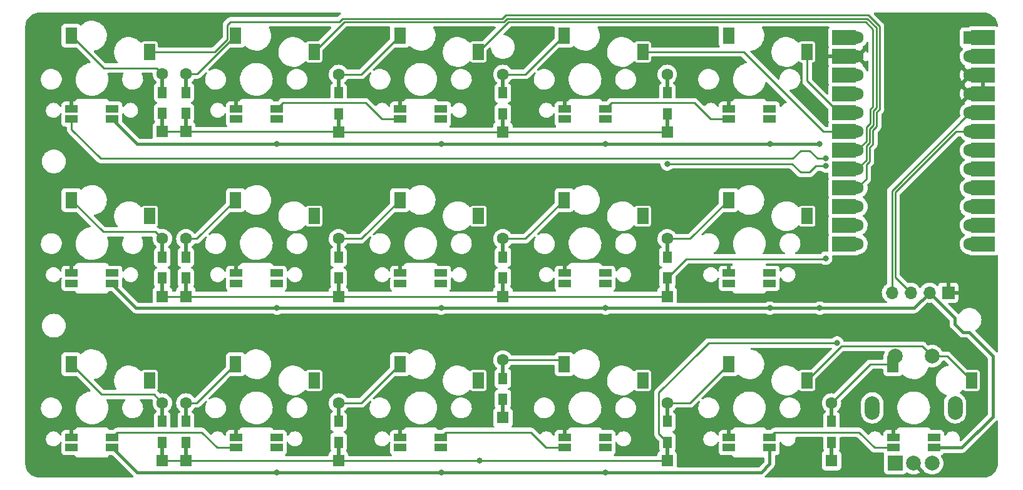
<source format=gbl>
G04 #@! TF.GenerationSoftware,KiCad,Pcbnew,(6.0.1-0)*
G04 #@! TF.CreationDate,2023-03-21T08:23:48-07:00*
G04 #@! TF.ProjectId,pcb,7063622e-6b69-4636-9164-5f7063625858,rev?*
G04 #@! TF.SameCoordinates,Original*
G04 #@! TF.FileFunction,Copper,L2,Bot*
G04 #@! TF.FilePolarity,Positive*
%FSLAX46Y46*%
G04 Gerber Fmt 4.6, Leading zero omitted, Abs format (unit mm)*
G04 Created by KiCad (PCBNEW (6.0.1-0)) date 2023-03-21 08:23:48*
%MOMM*%
%LPD*%
G01*
G04 APERTURE LIST*
G04 #@! TA.AperFunction,SMDPad,CuDef*
%ADD10R,1.700000X1.000000*%
G04 #@! TD*
G04 #@! TA.AperFunction,SMDPad,CuDef*
%ADD11R,1.600000X2.200000*%
G04 #@! TD*
G04 #@! TA.AperFunction,SMDPad,CuDef*
%ADD12R,0.500000X2.900000*%
G04 #@! TD*
G04 #@! TA.AperFunction,SMDPad,CuDef*
%ADD13R,1.200000X1.600000*%
G04 #@! TD*
G04 #@! TA.AperFunction,ComponentPad*
%ADD14R,1.600000X1.600000*%
G04 #@! TD*
G04 #@! TA.AperFunction,ComponentPad*
%ADD15C,1.600000*%
G04 #@! TD*
G04 #@! TA.AperFunction,WasherPad*
%ADD16O,2.000000X3.200000*%
G04 #@! TD*
G04 #@! TA.AperFunction,ComponentPad*
%ADD17R,2.000000X2.000000*%
G04 #@! TD*
G04 #@! TA.AperFunction,ComponentPad*
%ADD18C,2.000000*%
G04 #@! TD*
G04 #@! TA.AperFunction,ComponentPad*
%ADD19R,1.700000X1.700000*%
G04 #@! TD*
G04 #@! TA.AperFunction,ComponentPad*
%ADD20O,1.700000X1.700000*%
G04 #@! TD*
G04 #@! TA.AperFunction,ComponentPad*
%ADD21R,1.752600X1.752600*%
G04 #@! TD*
G04 #@! TA.AperFunction,SMDPad,CuDef*
%ADD22R,3.250000X2.000000*%
G04 #@! TD*
G04 #@! TA.AperFunction,ComponentPad*
%ADD23C,1.752600*%
G04 #@! TD*
G04 #@! TA.AperFunction,ViaPad*
%ADD24C,0.800000*%
G04 #@! TD*
G04 #@! TA.AperFunction,Conductor*
%ADD25C,0.250000*%
G04 #@! TD*
G04 #@! TA.AperFunction,Conductor*
%ADD26C,0.381000*%
G04 #@! TD*
G04 APERTURE END LIST*
D10*
X150387500Y-91917750D03*
X150387500Y-90517750D03*
X144887500Y-90517750D03*
X144887500Y-91917750D03*
D11*
X144837500Y-80618750D03*
X155437500Y-82818750D03*
D10*
X150387500Y-114142750D03*
X150387500Y-112742750D03*
X144887500Y-112742750D03*
X144887500Y-114142750D03*
D11*
X144837500Y-102843750D03*
X155437500Y-105043750D03*
D10*
X83712500Y-91917750D03*
X83712500Y-90517750D03*
X78212500Y-90517750D03*
X78212500Y-91917750D03*
D11*
X78162500Y-80618750D03*
X88762500Y-82818750D03*
D10*
X105937500Y-114142750D03*
X105937500Y-112742750D03*
X100437500Y-112742750D03*
X100437500Y-114142750D03*
D11*
X100387500Y-102843750D03*
X110987500Y-105043750D03*
D10*
X83712500Y-69692750D03*
X83712500Y-68292750D03*
X78212500Y-68292750D03*
X78212500Y-69692750D03*
D11*
X78162500Y-58393750D03*
X88762500Y-60593750D03*
D10*
X83712500Y-114142750D03*
X83712500Y-112742750D03*
X78212500Y-112742750D03*
X78212500Y-114142750D03*
D11*
X78162500Y-102843750D03*
X88762500Y-105043750D03*
D10*
X128162500Y-69692750D03*
X128162500Y-68292750D03*
X122662500Y-68292750D03*
X122662500Y-69692750D03*
D11*
X122612500Y-58393750D03*
X133212500Y-60593750D03*
D10*
X172612500Y-69692750D03*
X172612500Y-68292750D03*
X167112500Y-68292750D03*
X167112500Y-69692750D03*
D11*
X167062500Y-58393750D03*
X177662500Y-60593750D03*
D10*
X128162500Y-114142750D03*
X128162500Y-112742750D03*
X122662500Y-112742750D03*
X122662500Y-114142750D03*
D11*
X122612500Y-102843750D03*
X133212500Y-105043750D03*
D10*
X172612500Y-114142750D03*
X172612500Y-112742750D03*
X167112500Y-112742750D03*
X167112500Y-114142750D03*
D11*
X167062500Y-102843750D03*
X177662500Y-105043750D03*
D10*
X105937500Y-91917750D03*
X105937500Y-90517750D03*
X100437500Y-90517750D03*
X100437500Y-91917750D03*
D11*
X100387500Y-80618750D03*
X110987500Y-82818750D03*
D10*
X150387500Y-69692750D03*
X150387500Y-68292750D03*
X144887500Y-68292750D03*
X144887500Y-69692750D03*
D11*
X144837500Y-58393750D03*
X155437500Y-60593750D03*
D10*
X194837500Y-114142750D03*
X194837500Y-112742750D03*
X189337500Y-112742750D03*
X189337500Y-114142750D03*
D11*
X189287500Y-102843750D03*
X199887500Y-105043750D03*
D10*
X105937500Y-69692750D03*
X105937500Y-68292750D03*
X100437500Y-68292750D03*
X100437500Y-69692750D03*
D11*
X100387500Y-58393750D03*
X110987500Y-60593750D03*
D10*
X128162500Y-91917750D03*
X128162500Y-90517750D03*
X122662500Y-90517750D03*
X122662500Y-91917750D03*
D11*
X122612500Y-80618750D03*
X133212500Y-82818750D03*
D10*
X172612500Y-91917750D03*
X172612500Y-90517750D03*
X167112500Y-90517750D03*
X167112500Y-91917750D03*
D11*
X167062500Y-80618750D03*
X177662500Y-82818750D03*
D12*
X158750000Y-70037500D03*
D13*
X158750000Y-68937500D03*
D14*
X158750000Y-71437500D03*
D12*
X158750000Y-65037500D03*
D13*
X158750000Y-66137500D03*
D15*
X158750000Y-63637500D03*
D14*
X93662500Y-71368750D03*
D12*
X93662500Y-69968750D03*
D13*
X93662500Y-68868750D03*
D12*
X93662500Y-64968750D03*
D13*
X93662500Y-66068750D03*
D15*
X93662500Y-63568750D03*
D12*
X93662500Y-114487500D03*
D13*
X93662500Y-113387500D03*
D14*
X93662500Y-115887500D03*
D15*
X93662500Y-108087500D03*
D12*
X93662500Y-109487500D03*
D13*
X93662500Y-110587500D03*
D14*
X114300000Y-115887500D03*
D13*
X114300000Y-113387500D03*
D12*
X114300000Y-114487500D03*
X114300000Y-109487500D03*
D15*
X114300000Y-108087500D03*
D13*
X114300000Y-110587500D03*
D12*
X114300000Y-70037500D03*
D14*
X114300000Y-71437500D03*
D13*
X114300000Y-68937500D03*
X114300000Y-66137500D03*
D12*
X114300000Y-65037500D03*
D15*
X114300000Y-63637500D03*
D13*
X114300000Y-91162500D03*
D14*
X114300000Y-93662500D03*
D12*
X114300000Y-92262500D03*
D15*
X114300000Y-85862500D03*
D13*
X114300000Y-88362500D03*
D12*
X114300000Y-87262500D03*
D16*
X186487500Y-108743750D03*
X197687500Y-108743750D03*
D17*
X189587500Y-116243750D03*
D18*
X194587500Y-116243750D03*
X192087500Y-116243750D03*
X194587500Y-101743750D03*
X189587500Y-101743750D03*
D14*
X136525000Y-71437500D03*
D12*
X136525000Y-70037500D03*
D13*
X136525000Y-68937500D03*
D12*
X136525000Y-65037500D03*
D13*
X136525000Y-66137500D03*
D15*
X136525000Y-63637500D03*
D14*
X93662500Y-93662500D03*
D13*
X93662500Y-91162500D03*
D12*
X93662500Y-92262500D03*
D15*
X93662500Y-85862500D03*
D13*
X93662500Y-88362500D03*
D12*
X93662500Y-87262500D03*
D19*
X196757500Y-93160750D03*
D20*
X194217500Y-93160750D03*
X191677500Y-93160750D03*
X189137500Y-93160750D03*
D13*
X136525000Y-107575000D03*
D12*
X136525000Y-108675000D03*
D14*
X136525000Y-110075000D03*
D15*
X136525000Y-102275000D03*
D13*
X136525000Y-104775000D03*
D12*
X136525000Y-103675000D03*
D14*
X158750000Y-115887500D03*
D13*
X158750000Y-113387500D03*
D12*
X158750000Y-114487500D03*
D13*
X158750000Y-110587500D03*
D12*
X158750000Y-109487500D03*
D15*
X158750000Y-108087500D03*
D13*
X90487500Y-91162500D03*
D12*
X90487500Y-92262500D03*
D14*
X90487500Y-93662500D03*
D15*
X90487500Y-85862500D03*
D12*
X90487500Y-87262500D03*
D13*
X90487500Y-88362500D03*
D14*
X158750000Y-93662500D03*
D12*
X158750000Y-92262500D03*
D13*
X158750000Y-91162500D03*
D12*
X158750000Y-87262500D03*
D15*
X158750000Y-85862500D03*
D13*
X158750000Y-88362500D03*
D14*
X90487500Y-115887500D03*
D13*
X90487500Y-113387500D03*
D12*
X90487500Y-114487500D03*
D13*
X90487500Y-110587500D03*
D15*
X90487500Y-108087500D03*
D12*
X90487500Y-109487500D03*
D14*
X180975000Y-115887500D03*
D12*
X180975000Y-114487500D03*
D13*
X180975000Y-113387500D03*
D15*
X180975000Y-108087500D03*
D12*
X180975000Y-109487500D03*
D13*
X180975000Y-110587500D03*
D12*
X90487500Y-69968750D03*
D13*
X90487500Y-68868750D03*
D14*
X90487500Y-71368750D03*
D15*
X90487500Y-63568750D03*
D13*
X90487500Y-66068750D03*
D12*
X90487500Y-64968750D03*
D13*
X136525000Y-91162500D03*
D12*
X136525000Y-92262500D03*
D14*
X136525000Y-93662500D03*
D12*
X136525000Y-87262500D03*
D15*
X136525000Y-85862500D03*
D13*
X136525000Y-88362500D03*
D21*
X199707500Y-58660500D03*
D22*
X201485500Y-58660500D03*
X201485500Y-61200500D03*
D23*
X199707500Y-61200500D03*
X199707500Y-63740500D03*
D22*
X201485500Y-63740500D03*
X201485500Y-66280500D03*
D23*
X199707500Y-66280500D03*
X199707500Y-68820500D03*
D22*
X201485500Y-68820500D03*
D23*
X199707500Y-71360500D03*
D22*
X201485500Y-71360500D03*
X201485500Y-73900500D03*
D23*
X199707500Y-73900500D03*
X199707500Y-76440500D03*
D22*
X201485500Y-76440500D03*
D23*
X199707500Y-78980500D03*
D22*
X201485500Y-78980500D03*
X201485500Y-81520500D03*
D23*
X199707500Y-81520500D03*
X199707500Y-84060500D03*
D22*
X201485500Y-84060500D03*
D23*
X199707500Y-86600500D03*
D22*
X201485500Y-86600500D03*
X182689500Y-86600500D03*
D23*
X184467500Y-86600500D03*
X184467500Y-84060500D03*
D22*
X182689500Y-84060500D03*
D23*
X184467500Y-81520500D03*
D22*
X182689500Y-81520500D03*
X182689500Y-78980500D03*
D23*
X184467500Y-78980500D03*
X184467500Y-76440500D03*
D22*
X182689500Y-76440500D03*
D23*
X184467500Y-73900500D03*
D22*
X182689500Y-73900500D03*
D23*
X184467500Y-71360500D03*
D22*
X182689500Y-71360500D03*
X182689500Y-68820500D03*
D23*
X184467500Y-68820500D03*
X184467500Y-66280500D03*
D22*
X182689500Y-66280500D03*
D23*
X184467500Y-63740500D03*
D22*
X182689500Y-63740500D03*
D23*
X184467500Y-61200500D03*
D22*
X182689500Y-61200500D03*
D23*
X184467500Y-58660500D03*
D22*
X182689500Y-58660500D03*
D24*
X192484375Y-80962500D03*
X122237500Y-62309375D03*
X110331250Y-57943750D03*
X182165625Y-91281250D03*
X144462500Y-61912500D03*
X188515625Y-105965625D03*
X175021875Y-101600000D03*
X88762500Y-105043750D03*
X88762500Y-60593750D03*
X88762500Y-82818750D03*
X105937500Y-114142750D03*
X105965625Y-117475000D03*
X128162500Y-114142750D03*
X128190625Y-117475000D03*
X150415625Y-95250000D03*
X179387500Y-95250000D03*
X150387500Y-114142750D03*
X150415625Y-117475000D03*
X105937500Y-91917750D03*
X128162500Y-91917750D03*
X150387500Y-69692750D03*
X179387500Y-73025000D03*
X105937500Y-69692750D03*
X128190625Y-95250000D03*
X128162500Y-69692750D03*
X150415625Y-73025000D03*
X128190625Y-73025000D03*
X105965625Y-95250000D03*
X172640625Y-95250000D03*
X150387500Y-91917750D03*
X172612500Y-114142750D03*
X172612500Y-91917750D03*
X172612500Y-69692750D03*
X172640625Y-73025000D03*
X105965625Y-73025000D03*
X78212500Y-91917750D03*
X83712500Y-68292750D03*
X180181250Y-75009375D03*
X105937500Y-90517750D03*
X100437500Y-69692750D03*
X110987500Y-60593750D03*
X110987500Y-82818750D03*
X110987500Y-105043750D03*
X122662500Y-91917750D03*
X128162500Y-68292750D03*
X133212500Y-105043750D03*
X133212500Y-60593750D03*
X133212500Y-82818750D03*
X133212500Y-82818750D03*
X150387500Y-90517750D03*
X144887500Y-69692750D03*
X172612500Y-68292750D03*
X167112500Y-91917750D03*
X167062500Y-58393750D03*
X155437500Y-60593750D03*
X155437500Y-82818750D03*
X155437500Y-105043750D03*
X78212500Y-114142750D03*
X83740625Y-90487500D03*
X105937500Y-112742750D03*
X100437500Y-91917750D03*
X122662500Y-114142750D03*
X128162500Y-90517750D03*
X150387500Y-112742750D03*
X144887500Y-91917750D03*
X167112500Y-114142750D03*
X172612500Y-90517750D03*
X180178576Y-76008874D03*
X158750000Y-75733875D03*
X181718951Y-99962701D03*
X133350000Y-115887500D03*
X177662500Y-60593750D03*
X177662500Y-82818750D03*
X177662500Y-105043750D03*
X180181250Y-88503125D03*
D25*
X187086060Y-68744812D02*
X187086060Y-70649094D01*
X185668311Y-75875407D02*
X185668311Y-77779689D01*
X186567351Y-73072085D02*
X186117831Y-73521605D01*
X136914627Y-55620189D02*
X185956811Y-55620189D01*
X99262989Y-56969239D02*
X99712999Y-56519229D01*
X114875824Y-56069709D02*
X136465106Y-56069709D01*
X187482934Y-68347938D02*
X187086060Y-68744812D01*
X187482935Y-57146315D02*
X187482934Y-68347938D01*
X186117831Y-75425887D02*
X185668311Y-75875407D01*
X99712999Y-56519229D02*
X114426303Y-56519229D01*
X114426303Y-56519229D02*
X114875824Y-56069709D01*
X185956811Y-55620189D02*
X187482935Y-57146315D01*
X187086060Y-70649094D02*
X186567351Y-71167803D01*
X97551782Y-60593750D02*
X99262989Y-58882543D01*
X88762500Y-60593750D02*
X97551782Y-60593750D01*
X99262989Y-58882543D02*
X99262989Y-56969239D01*
X185668311Y-77779689D02*
X184467500Y-78980500D01*
X136465106Y-56069709D02*
X136914627Y-55620189D01*
X186567351Y-71167803D02*
X186567351Y-73072085D01*
X186117831Y-73521605D02*
X186117831Y-75425887D01*
X189587500Y-102543750D02*
X189287500Y-102843750D01*
X186218750Y-102843750D02*
X189287500Y-102843750D01*
X189587500Y-101743750D02*
X189587500Y-102543750D01*
X180975000Y-108087500D02*
X186218750Y-102843750D01*
X189137500Y-79390500D02*
X199707500Y-68820500D01*
X189137500Y-93160750D02*
X189137500Y-79390500D01*
X197803218Y-71360500D02*
X199707500Y-71360500D01*
X189587020Y-79576698D02*
X197803218Y-71360500D01*
X191677500Y-93160750D02*
X189587020Y-91070270D01*
X189587020Y-91070270D02*
X189587020Y-79576698D01*
D26*
X150415625Y-117475000D02*
X128190625Y-117475000D01*
X172640625Y-73025000D02*
X179387500Y-73025000D01*
X197643750Y-97427920D02*
X198714018Y-98498188D01*
X83712500Y-69692750D02*
X87044750Y-73025000D01*
X199554937Y-98498188D02*
X202803125Y-101746375D01*
X172612500Y-114142750D02*
X172612500Y-116312500D01*
X192128250Y-95250000D02*
X194217500Y-93160750D01*
X105965625Y-73025000D02*
X128190625Y-73025000D01*
X197643750Y-96587000D02*
X197643750Y-97427920D01*
X172640625Y-95250000D02*
X150415625Y-95250000D01*
X83712500Y-92046875D02*
X83712500Y-91917750D01*
X86915625Y-95250000D02*
X83712500Y-92046875D01*
X179387500Y-95250000D02*
X172640625Y-95250000D01*
X202803125Y-109934375D02*
X198594750Y-114142750D01*
X198714018Y-98498188D02*
X199554937Y-98498188D01*
X172612500Y-116312500D02*
X171450000Y-117475000D01*
X194217500Y-93160750D02*
X197643750Y-96587000D01*
X198594750Y-114142750D02*
X194837500Y-114142750D01*
X105965625Y-117475000D02*
X87044750Y-117475000D01*
X128190625Y-117475000D02*
X105965625Y-117475000D01*
X87044750Y-73025000D02*
X105965625Y-73025000D01*
X87044750Y-117475000D02*
X83712500Y-114142750D01*
X171450000Y-117475000D02*
X150415625Y-117475000D01*
X105965625Y-95250000D02*
X86915625Y-95250000D01*
X202803125Y-101746375D02*
X202803125Y-109934375D01*
X128190625Y-95250000D02*
X105965625Y-95250000D01*
X150415625Y-95250000D02*
X128190625Y-95250000D01*
X179387500Y-95250000D02*
X192128250Y-95250000D01*
X150415625Y-73025000D02*
X172640625Y-73025000D01*
X128190625Y-73025000D02*
X150415625Y-73025000D01*
D25*
X176792357Y-73931729D02*
X175714711Y-75009375D01*
X78212500Y-71068750D02*
X78212500Y-69692750D01*
X82153125Y-75009375D02*
X78212500Y-71068750D01*
X179091539Y-75009375D02*
X178013893Y-73931729D01*
X175714711Y-75009375D02*
X82153125Y-75009375D01*
X178013893Y-73931729D02*
X176792357Y-73931729D01*
X180181250Y-75009375D02*
X179091539Y-75009375D01*
X90487500Y-63568750D02*
X89687501Y-62768751D01*
X82537501Y-62768751D02*
X78162500Y-58393750D01*
X89687501Y-62768751D02*
X82537501Y-62768751D01*
X117930739Y-67468750D02*
X120154739Y-69692750D01*
X106761500Y-67468750D02*
X117930739Y-67468750D01*
X120154739Y-69692750D02*
X122662500Y-69692750D01*
X105937500Y-68292750D02*
X106761500Y-67468750D01*
X93662500Y-63568750D02*
X95212500Y-63568750D01*
X95212500Y-63568750D02*
X100387500Y-58393750D01*
X137100824Y-56069709D02*
X185770612Y-56069709D01*
X136651303Y-56519229D02*
X137100824Y-56069709D01*
X187033415Y-57332512D02*
X187033414Y-68161740D01*
X187033414Y-68161740D02*
X186636540Y-68558614D01*
X186636540Y-70462896D02*
X186117831Y-70981605D01*
X186117831Y-72885887D02*
X185668311Y-73335407D01*
X185770612Y-56069709D02*
X187033415Y-57332512D01*
X185668311Y-73335407D02*
X185668311Y-75239689D01*
X186117831Y-70981605D02*
X186117831Y-72885887D01*
X186636540Y-68558614D02*
X186636540Y-70462896D01*
X115062021Y-56519229D02*
X136651303Y-56519229D01*
X185668311Y-75239689D02*
X184467500Y-76440500D01*
X110987500Y-60593750D02*
X115062021Y-56519229D01*
X117368750Y-63637500D02*
X122612500Y-58393750D01*
X114300000Y-63637500D02*
X117368750Y-63637500D01*
X185668311Y-72699689D02*
X184467500Y-73900500D01*
X186187020Y-70276698D02*
X185668311Y-70795407D01*
X137287021Y-56519229D02*
X185584416Y-56519229D01*
X185668311Y-70795407D02*
X185668311Y-72699689D01*
X186583894Y-67975542D02*
X186187020Y-68372416D01*
X133212500Y-60593750D02*
X137287021Y-56519229D01*
X185584416Y-56519229D02*
X186583895Y-57518709D01*
X186187020Y-68372416D02*
X186187020Y-70276698D01*
X186583895Y-57518709D02*
X186583894Y-67975542D01*
X162380739Y-67468750D02*
X164604739Y-69692750D01*
X150387500Y-68292750D02*
X151211500Y-67468750D01*
X151211500Y-67468750D02*
X162380739Y-67468750D01*
X164604739Y-69692750D02*
X167112500Y-69692750D01*
X179863067Y-71360500D02*
X182689500Y-71360500D01*
X169096317Y-60593750D02*
X179863067Y-71360500D01*
X155437500Y-60593750D02*
X169096317Y-60593750D01*
X83712500Y-90515625D02*
X83740625Y-90487500D01*
X83712500Y-90517750D02*
X83712500Y-90515625D01*
X78162500Y-80618750D02*
X82475000Y-84931250D01*
X89556250Y-84931250D02*
X90487500Y-85862500D01*
X82475000Y-84931250D02*
X89556250Y-84931250D01*
X93662500Y-85862500D02*
X95143750Y-85862500D01*
X95143750Y-85862500D02*
X100387500Y-80618750D01*
X117368750Y-85862500D02*
X122612500Y-80618750D01*
X114300000Y-85862500D02*
X117368750Y-85862500D01*
X161818750Y-85862500D02*
X167062500Y-80618750D01*
X158750000Y-85862500D02*
X161818750Y-85862500D01*
X83712500Y-112742750D02*
X84386021Y-112069229D01*
X97870875Y-114142750D02*
X100437500Y-114142750D01*
X84386021Y-112069229D02*
X95797354Y-112069229D01*
X95797354Y-112069229D02*
X97870875Y-114142750D01*
X89318271Y-106918271D02*
X82237021Y-106918271D01*
X82237021Y-106918271D02*
X78162500Y-102843750D01*
X90487500Y-108087500D02*
X89318271Y-106918271D01*
X93662500Y-108087500D02*
X95143750Y-108087500D01*
X95143750Y-108087500D02*
X100387500Y-102843750D01*
X128836021Y-112069229D02*
X140306218Y-112069229D01*
X142379739Y-114142750D02*
X144887500Y-114142750D01*
X140306218Y-112069229D02*
X142379739Y-114142750D01*
X128162500Y-112742750D02*
X128836021Y-112069229D01*
X114300000Y-108087500D02*
X117368750Y-108087500D01*
X117368750Y-108087500D02*
X122612500Y-102843750D01*
X161818750Y-108087500D02*
X167062500Y-102843750D01*
X158750000Y-108087500D02*
X161818750Y-108087500D01*
X93662500Y-71368750D02*
X114231250Y-71368750D01*
X180178576Y-76008874D02*
X178885790Y-76008874D01*
X114231250Y-71368750D02*
X114300000Y-71437500D01*
X176792357Y-76880771D02*
X175645461Y-75733875D01*
X178013893Y-76880771D02*
X176792357Y-76880771D01*
X175645461Y-75733875D02*
X158750000Y-75733875D01*
X90487500Y-71368750D02*
X93662500Y-71368750D01*
X114300000Y-71437500D02*
X136525000Y-71437500D01*
X178885790Y-76008874D02*
X178013893Y-76880771D01*
X136525000Y-71437500D02*
X158750000Y-71437500D01*
X136525000Y-115887500D02*
X158750000Y-115887500D01*
X163349521Y-100969229D02*
X164349031Y-99969719D01*
X93662500Y-115887500D02*
X114300000Y-115887500D01*
X90487500Y-115887500D02*
X93662500Y-115887500D01*
X164349031Y-99969719D02*
X181711933Y-99969719D01*
X157625489Y-106693261D02*
X163349521Y-100969229D01*
X133350000Y-115887500D02*
X136525000Y-115887500D01*
X114300000Y-115887500D02*
X133350000Y-115887500D01*
X157625489Y-112262989D02*
X157625489Y-106693261D01*
X158750000Y-113387500D02*
X157625489Y-112262989D01*
X181711933Y-99969719D02*
X181718951Y-99962701D01*
X181955478Y-68820500D02*
X182689500Y-68820500D01*
X194587500Y-101743750D02*
X193262989Y-100419239D01*
X196587500Y-101743750D02*
X194587500Y-101743750D01*
X182287011Y-100419239D02*
X177662500Y-105043750D01*
X193262989Y-100419239D02*
X182287011Y-100419239D01*
X177662500Y-64527522D02*
X181955478Y-68820500D01*
X177662500Y-60593750D02*
X177662500Y-64527522D01*
X199887500Y-105043750D02*
X196587500Y-101743750D01*
X93662500Y-93662500D02*
X114300000Y-93662500D01*
X180181250Y-88503125D02*
X180091104Y-88593271D01*
X114300000Y-93662500D02*
X136525000Y-93662500D01*
X161319229Y-88593271D02*
X158750000Y-91162500D01*
X136525000Y-93662500D02*
X158750000Y-93662500D01*
X90487500Y-93662500D02*
X93662500Y-93662500D01*
X180091104Y-88593271D02*
X161319229Y-88593271D01*
X139593750Y-63637500D02*
X144837500Y-58393750D01*
X136525000Y-63637500D02*
X139593750Y-63637500D01*
X139593750Y-85862500D02*
X144837500Y-80618750D01*
X136525000Y-85862500D02*
X139593750Y-85862500D01*
X136525000Y-102275000D02*
X144268750Y-102275000D01*
X144268750Y-102275000D02*
X144837500Y-102843750D01*
X173286021Y-112069229D02*
X184697354Y-112069229D01*
X172612500Y-112742750D02*
X173286021Y-112069229D01*
X184697354Y-112069229D02*
X186770875Y-114142750D01*
X186770875Y-114142750D02*
X189337500Y-114142750D01*
G04 #@! TA.AperFunction,Conductor*
G36*
X114572218Y-55296752D02*
G01*
X114618711Y-55350408D01*
X114628815Y-55420682D01*
X114599321Y-55485262D01*
X114568821Y-55509914D01*
X114568207Y-55510157D01*
X114561795Y-55514815D01*
X114561796Y-55514815D01*
X114532436Y-55536146D01*
X114522519Y-55542660D01*
X114484462Y-55565167D01*
X114470141Y-55579488D01*
X114455108Y-55592328D01*
X114438717Y-55604237D01*
X114412340Y-55636122D01*
X114410536Y-55638302D01*
X114402546Y-55647083D01*
X114200803Y-55848825D01*
X114138491Y-55882850D01*
X114111708Y-55885729D01*
X99791766Y-55885729D01*
X99780583Y-55885202D01*
X99773090Y-55883527D01*
X99765164Y-55883776D01*
X99765163Y-55883776D01*
X99705013Y-55885667D01*
X99701054Y-55885729D01*
X99673143Y-55885729D01*
X99669209Y-55886226D01*
X99669208Y-55886226D01*
X99669143Y-55886234D01*
X99657306Y-55887167D01*
X99625489Y-55888167D01*
X99621028Y-55888307D01*
X99613109Y-55888556D01*
X99595453Y-55893685D01*
X99593657Y-55894207D01*
X99574305Y-55898215D01*
X99567234Y-55899109D01*
X99554202Y-55900755D01*
X99546833Y-55903672D01*
X99546831Y-55903673D01*
X99513096Y-55917029D01*
X99501868Y-55920874D01*
X99459406Y-55933211D01*
X99452584Y-55937245D01*
X99452578Y-55937248D01*
X99441967Y-55943523D01*
X99424217Y-55952219D01*
X99412755Y-55956757D01*
X99412750Y-55956760D01*
X99405382Y-55959677D01*
X99398967Y-55964338D01*
X99369624Y-55985656D01*
X99359706Y-55992172D01*
X99341018Y-56003224D01*
X99321636Y-56014687D01*
X99307312Y-56029011D01*
X99292280Y-56041850D01*
X99275892Y-56053757D01*
X99247711Y-56087822D01*
X99239721Y-56096602D01*
X98870736Y-56465587D01*
X98862450Y-56473127D01*
X98855971Y-56477239D01*
X98850546Y-56483016D01*
X98809346Y-56526890D01*
X98806591Y-56529732D01*
X98786854Y-56549469D01*
X98784374Y-56552666D01*
X98776671Y-56561686D01*
X98746403Y-56593918D01*
X98742584Y-56600864D01*
X98742582Y-56600867D01*
X98736641Y-56611673D01*
X98725790Y-56628192D01*
X98713375Y-56644198D01*
X98710230Y-56651467D01*
X98710227Y-56651471D01*
X98695815Y-56684776D01*
X98690598Y-56695426D01*
X98669294Y-56734179D01*
X98667323Y-56741854D01*
X98667323Y-56741855D01*
X98664256Y-56753801D01*
X98657852Y-56772505D01*
X98649808Y-56791094D01*
X98648569Y-56798917D01*
X98648566Y-56798927D01*
X98642890Y-56834763D01*
X98640484Y-56846383D01*
X98639863Y-56848803D01*
X98629489Y-56889209D01*
X98629489Y-56909463D01*
X98627938Y-56929173D01*
X98624769Y-56949182D01*
X98625515Y-56957074D01*
X98628930Y-56993200D01*
X98629489Y-57005058D01*
X98629489Y-58567949D01*
X98609487Y-58636070D01*
X98592584Y-58657044D01*
X97326282Y-59923345D01*
X97263970Y-59957371D01*
X97237187Y-59960250D01*
X89989000Y-59960250D01*
X89920879Y-59940248D01*
X89874386Y-59886592D01*
X89863000Y-59834250D01*
X89863000Y-59449104D01*
X89859882Y-59422904D01*
X89814439Y-59320597D01*
X89735213Y-59241509D01*
X89724576Y-59236806D01*
X89724574Y-59236805D01*
X89665038Y-59210485D01*
X89632827Y-59196244D01*
X89607146Y-59193250D01*
X87917854Y-59193250D01*
X87914150Y-59193691D01*
X87914147Y-59193691D01*
X87906754Y-59194571D01*
X87891654Y-59196368D01*
X87883014Y-59200206D01*
X87883013Y-59200206D01*
X87800617Y-59236805D01*
X87789347Y-59241811D01*
X87781128Y-59250044D01*
X87781127Y-59250045D01*
X87758922Y-59272289D01*
X87710259Y-59321037D01*
X87708996Y-59319776D01*
X87664683Y-59355961D01*
X87594144Y-59364007D01*
X87530452Y-59332640D01*
X87522076Y-59324177D01*
X87364073Y-59148697D01*
X87364069Y-59148693D01*
X87361129Y-59145428D01*
X87145950Y-58964871D01*
X86907736Y-58816019D01*
X86651125Y-58701768D01*
X86381110Y-58624343D01*
X86376760Y-58623732D01*
X86376757Y-58623731D01*
X86273810Y-58609263D01*
X86102948Y-58585250D01*
X85892354Y-58585250D01*
X85890168Y-58585403D01*
X85890164Y-58585403D01*
X85686673Y-58599632D01*
X85686668Y-58599633D01*
X85682288Y-58599939D01*
X85407530Y-58658341D01*
X85403401Y-58659844D01*
X85403397Y-58659845D01*
X85147719Y-58752904D01*
X85147715Y-58752906D01*
X85143574Y-58754413D01*
X84895558Y-58886286D01*
X84891999Y-58888872D01*
X84891997Y-58888873D01*
X84761117Y-58983963D01*
X84668308Y-59051392D01*
X84466248Y-59246519D01*
X84293312Y-59467868D01*
X84291116Y-59471672D01*
X84291111Y-59471679D01*
X84214678Y-59604066D01*
X84152864Y-59711131D01*
X84047638Y-59971574D01*
X84046573Y-59975847D01*
X84046572Y-59975849D01*
X83984041Y-60226649D01*
X83979683Y-60244126D01*
X83979224Y-60248494D01*
X83979223Y-60248499D01*
X83963817Y-60395085D01*
X83950322Y-60523483D01*
X83950475Y-60527871D01*
X83950475Y-60527877D01*
X83957383Y-60725675D01*
X83960125Y-60804208D01*
X83960887Y-60808531D01*
X83960888Y-60808538D01*
X83985215Y-60946500D01*
X84008902Y-61080837D01*
X84095703Y-61347985D01*
X84097631Y-61351938D01*
X84097633Y-61351943D01*
X84138515Y-61435762D01*
X84218840Y-61600452D01*
X84221295Y-61604091D01*
X84221298Y-61604097D01*
X84294390Y-61712460D01*
X84375915Y-61833326D01*
X84378860Y-61836597D01*
X84378861Y-61836598D01*
X84458405Y-61924940D01*
X84489122Y-61988948D01*
X84480359Y-62059401D01*
X84434896Y-62113933D01*
X84364769Y-62135251D01*
X82852095Y-62135251D01*
X82783974Y-62115249D01*
X82763000Y-62098346D01*
X81249702Y-60585048D01*
X81215676Y-60522736D01*
X81220741Y-60451921D01*
X81263288Y-60395085D01*
X81312600Y-60372706D01*
X81438408Y-60345964D01*
X81517470Y-60329159D01*
X81521599Y-60327656D01*
X81521603Y-60327655D01*
X81777281Y-60234596D01*
X81777285Y-60234594D01*
X81781426Y-60233087D01*
X82029442Y-60101214D01*
X82033661Y-60098149D01*
X82253129Y-59938697D01*
X82253132Y-59938694D01*
X82256692Y-59936108D01*
X82269909Y-59923345D01*
X82369495Y-59827175D01*
X82458752Y-59740981D01*
X82631688Y-59519632D01*
X82633884Y-59515828D01*
X82633889Y-59515821D01*
X82769935Y-59280181D01*
X82772136Y-59276369D01*
X82877362Y-59015926D01*
X82887319Y-58975990D01*
X82944253Y-58747643D01*
X82944254Y-58747638D01*
X82945317Y-58743374D01*
X82949818Y-58700556D01*
X82974219Y-58468386D01*
X82974219Y-58468383D01*
X82974678Y-58464017D01*
X82974525Y-58459623D01*
X82965029Y-58187689D01*
X82965028Y-58187683D01*
X82964875Y-58183292D01*
X82963024Y-58172791D01*
X82916860Y-57910986D01*
X82916098Y-57906663D01*
X82829297Y-57639515D01*
X82816056Y-57612366D01*
X82761552Y-57500618D01*
X82706160Y-57387048D01*
X82703705Y-57383409D01*
X82703702Y-57383403D01*
X82597793Y-57226387D01*
X82549085Y-57154174D01*
X82540990Y-57145183D01*
X82364066Y-56948690D01*
X82361129Y-56945428D01*
X82343326Y-56930489D01*
X82243092Y-56846383D01*
X82145950Y-56764871D01*
X81907736Y-56616019D01*
X81651125Y-56501768D01*
X81381110Y-56424343D01*
X81376760Y-56423732D01*
X81376757Y-56423731D01*
X81273810Y-56409263D01*
X81102948Y-56385250D01*
X80892354Y-56385250D01*
X80890168Y-56385403D01*
X80890164Y-56385403D01*
X80686673Y-56399632D01*
X80686668Y-56399633D01*
X80682288Y-56399939D01*
X80407530Y-56458341D01*
X80403401Y-56459844D01*
X80403397Y-56459845D01*
X80147719Y-56552904D01*
X80147715Y-56552906D01*
X80143574Y-56554413D01*
X79895558Y-56686286D01*
X79891999Y-56688872D01*
X79891997Y-56688873D01*
X79672260Y-56848521D01*
X79668308Y-56851392D01*
X79665144Y-56854448D01*
X79665141Y-56854450D01*
X79537912Y-56977314D01*
X79475015Y-57010246D01*
X79404299Y-57003946D01*
X79349559Y-56962243D01*
X79345685Y-56957074D01*
X79325761Y-56930489D01*
X79209205Y-56843135D01*
X79072816Y-56792005D01*
X79010634Y-56785250D01*
X77314366Y-56785250D01*
X77252184Y-56792005D01*
X77115795Y-56843135D01*
X76999239Y-56930489D01*
X76911885Y-57047045D01*
X76860755Y-57183434D01*
X76854000Y-57245616D01*
X76854000Y-59541884D01*
X76860755Y-59604066D01*
X76911885Y-59740455D01*
X76999239Y-59857011D01*
X77115795Y-59944365D01*
X77252184Y-59995495D01*
X77314366Y-60002250D01*
X78822906Y-60002250D01*
X78891027Y-60022252D01*
X78912001Y-60039155D01*
X80757325Y-61884480D01*
X80791351Y-61946792D01*
X80786286Y-62017608D01*
X80743739Y-62074443D01*
X80678051Y-62098753D01*
X80678073Y-62098921D01*
X80677327Y-62099021D01*
X80676577Y-62099298D01*
X80675909Y-62099342D01*
X80669758Y-62099751D01*
X80382159Y-62157741D01*
X80104756Y-62253258D01*
X80101014Y-62255132D01*
X80101009Y-62255134D01*
X79868671Y-62371481D01*
X79842423Y-62384625D01*
X79817161Y-62401793D01*
X79631961Y-62527655D01*
X79599768Y-62549533D01*
X79596652Y-62552319D01*
X79408493Y-62720553D01*
X79381055Y-62745085D01*
X79190127Y-62967845D01*
X79187853Y-62971347D01*
X79046440Y-63189104D01*
X79030337Y-63213900D01*
X79028543Y-63217679D01*
X79028542Y-63217680D01*
X78998793Y-63280331D01*
X78904493Y-63478927D01*
X78903214Y-63482910D01*
X78903213Y-63482913D01*
X78855339Y-63632025D01*
X78814806Y-63758270D01*
X78762851Y-64047020D01*
X78758137Y-64150839D01*
X78751420Y-64298757D01*
X78749542Y-64340105D01*
X78749905Y-64344253D01*
X78749905Y-64344257D01*
X78760092Y-64460693D01*
X78775113Y-64632375D01*
X78776023Y-64636447D01*
X78776024Y-64636452D01*
X78837766Y-64912669D01*
X78839113Y-64918697D01*
X78840557Y-64922620D01*
X78840557Y-64922622D01*
X78862190Y-64981419D01*
X78940419Y-65194038D01*
X78942366Y-65197731D01*
X78942367Y-65197733D01*
X79048165Y-65398396D01*
X79077251Y-65453563D01*
X79247205Y-65692711D01*
X79447294Y-65907281D01*
X79674004Y-66093502D01*
X79923351Y-66248104D01*
X79927168Y-66249820D01*
X79927171Y-66249821D01*
X79974119Y-66270920D01*
X80190956Y-66368370D01*
X80278906Y-66394589D01*
X80468118Y-66450997D01*
X80468126Y-66450999D01*
X80472115Y-66452188D01*
X80476231Y-66452840D01*
X80476236Y-66452841D01*
X80758422Y-66497534D01*
X80758427Y-66497534D01*
X80761890Y-66498083D01*
X80810986Y-66500313D01*
X80852232Y-66502186D01*
X80852251Y-66502186D01*
X80853651Y-66502250D01*
X81036920Y-66502250D01*
X81255242Y-66487749D01*
X81542841Y-66429759D01*
X81820244Y-66334242D01*
X81823986Y-66332368D01*
X81823991Y-66332366D01*
X82078833Y-66204750D01*
X82078835Y-66204749D01*
X82082577Y-66202875D01*
X82325232Y-66037967D01*
X82543945Y-65842415D01*
X82734873Y-65619655D01*
X82840519Y-65456975D01*
X82892384Y-65377110D01*
X82892387Y-65377105D01*
X82894663Y-65373600D01*
X82924599Y-65310556D01*
X82996831Y-65158434D01*
X83020507Y-65108573D01*
X83023516Y-65099203D01*
X83094079Y-64879423D01*
X83110194Y-64829230D01*
X83162149Y-64540480D01*
X83169528Y-64377983D01*
X83175269Y-64251565D01*
X83175269Y-64251560D01*
X83175458Y-64247395D01*
X83174785Y-64239696D01*
X83150251Y-63959287D01*
X83149887Y-63955125D01*
X83146254Y-63938870D01*
X83086799Y-63672881D01*
X83086797Y-63672874D01*
X83085887Y-63668803D01*
X83079486Y-63651405D01*
X83050182Y-63571758D01*
X83045432Y-63500921D01*
X83079733Y-63438760D01*
X83142196Y-63405013D01*
X83168432Y-63402251D01*
X85130220Y-63402251D01*
X85198341Y-63422253D01*
X85244834Y-63475909D01*
X85254938Y-63546183D01*
X85242537Y-63585355D01*
X85155188Y-63757159D01*
X85155186Y-63757164D01*
X85152767Y-63761922D01*
X85138342Y-63808379D01*
X85083468Y-63985099D01*
X85083467Y-63985105D01*
X85081884Y-63990202D01*
X85066937Y-64102972D01*
X85051495Y-64219483D01*
X85050477Y-64227161D01*
X85050677Y-64232490D01*
X85050677Y-64232491D01*
X85051449Y-64253055D01*
X85059445Y-64466024D01*
X85061809Y-64477289D01*
X85107215Y-64693692D01*
X85108530Y-64699961D01*
X85196329Y-64922283D01*
X85320332Y-65126633D01*
X85323829Y-65130663D01*
X85458597Y-65285969D01*
X85476993Y-65307169D01*
X85481119Y-65310552D01*
X85481123Y-65310556D01*
X85562292Y-65377110D01*
X85661833Y-65458728D01*
X85666469Y-65461367D01*
X85666472Y-65461369D01*
X85779886Y-65525928D01*
X85869566Y-65576977D01*
X86094253Y-65658534D01*
X86099502Y-65659483D01*
X86099505Y-65659484D01*
X86325385Y-65700330D01*
X86325393Y-65700331D01*
X86329469Y-65701068D01*
X86347859Y-65701935D01*
X86353044Y-65702180D01*
X86353051Y-65702180D01*
X86354532Y-65702250D01*
X86522512Y-65702250D01*
X86700675Y-65687133D01*
X86705839Y-65685793D01*
X86705843Y-65685792D01*
X86926875Y-65628423D01*
X86926880Y-65628421D01*
X86932040Y-65627082D01*
X86965281Y-65612108D01*
X87145119Y-65531097D01*
X87145122Y-65531096D01*
X87149980Y-65528907D01*
X87348262Y-65395416D01*
X87375094Y-65369820D01*
X87517361Y-65234103D01*
X87521218Y-65230424D01*
X87663902Y-65038650D01*
X87666371Y-65033795D01*
X87769814Y-64830336D01*
X87769814Y-64830335D01*
X87772233Y-64825578D01*
X87817917Y-64678452D01*
X87841532Y-64602401D01*
X87841533Y-64602395D01*
X87843116Y-64597298D01*
X87861423Y-64459178D01*
X87873823Y-64365623D01*
X87873823Y-64365619D01*
X87874523Y-64360339D01*
X87871252Y-64273202D01*
X87869994Y-64239710D01*
X87865555Y-64121476D01*
X87829796Y-63951048D01*
X87817567Y-63892766D01*
X87817566Y-63892763D01*
X87816470Y-63887539D01*
X87728671Y-63665217D01*
X87725901Y-63660653D01*
X87725899Y-63660648D01*
X87685223Y-63593616D01*
X87666984Y-63525003D01*
X87688735Y-63457420D01*
X87743572Y-63412326D01*
X87792942Y-63402251D01*
X89051063Y-63402251D01*
X89119184Y-63422253D01*
X89165677Y-63475909D01*
X89176584Y-63539231D01*
X89174481Y-63563272D01*
X89174002Y-63568750D01*
X89193957Y-63796837D01*
X89195381Y-63802150D01*
X89195381Y-63802152D01*
X89248434Y-64000145D01*
X89253216Y-64017993D01*
X89255539Y-64022974D01*
X89255539Y-64022975D01*
X89347651Y-64220512D01*
X89347654Y-64220517D01*
X89349977Y-64225499D01*
X89481302Y-64413050D01*
X89643200Y-64574948D01*
X89647712Y-64578107D01*
X89647714Y-64578109D01*
X89672596Y-64595532D01*
X89716924Y-64650989D01*
X89724232Y-64721609D01*
X89692201Y-64784969D01*
X89656155Y-64808992D01*
X89657075Y-64810673D01*
X89649204Y-64814983D01*
X89640795Y-64818135D01*
X89524239Y-64905489D01*
X89436885Y-65022045D01*
X89385755Y-65158434D01*
X89379000Y-65220616D01*
X89379000Y-66916884D01*
X89385755Y-66979066D01*
X89436885Y-67115455D01*
X89524239Y-67232011D01*
X89640795Y-67319365D01*
X89649203Y-67322517D01*
X89724562Y-67350768D01*
X89781326Y-67393410D01*
X89806026Y-67459971D01*
X89790819Y-67529320D01*
X89740533Y-67579438D01*
X89724562Y-67586732D01*
X89640795Y-67618135D01*
X89524239Y-67705489D01*
X89436885Y-67822045D01*
X89385755Y-67958434D01*
X89379000Y-68020616D01*
X89379000Y-69716884D01*
X89385755Y-69779066D01*
X89436885Y-69915455D01*
X89442270Y-69922640D01*
X89442271Y-69922642D01*
X89459993Y-69946288D01*
X89484841Y-70012795D01*
X89469788Y-70082177D01*
X89434732Y-70122679D01*
X89324239Y-70205489D01*
X89236885Y-70322045D01*
X89185755Y-70458434D01*
X89179000Y-70520616D01*
X89179000Y-72200000D01*
X89158998Y-72268121D01*
X89105342Y-72314614D01*
X89053000Y-72326000D01*
X87386476Y-72326000D01*
X87318355Y-72305998D01*
X87297381Y-72289095D01*
X85107905Y-70099620D01*
X85073880Y-70037308D01*
X85071000Y-70010525D01*
X85071000Y-69144616D01*
X85070631Y-69141219D01*
X85065098Y-69090284D01*
X85065098Y-69090282D01*
X85064245Y-69082434D01*
X85052390Y-69050811D01*
X85047207Y-68980005D01*
X85081128Y-68917636D01*
X85143383Y-68883506D01*
X85214207Y-68888453D01*
X85271114Y-68930905D01*
X85282033Y-68948206D01*
X85331682Y-69043175D01*
X85331687Y-69043182D01*
X85334540Y-69048640D01*
X85458468Y-69202775D01*
X85463192Y-69206739D01*
X85470433Y-69212815D01*
X85609974Y-69329904D01*
X85615372Y-69332871D01*
X85615377Y-69332875D01*
X85758680Y-69411655D01*
X85783287Y-69425183D01*
X85789154Y-69427044D01*
X85789156Y-69427045D01*
X85965936Y-69483123D01*
X85971806Y-69484985D01*
X86125727Y-69502250D01*
X86232269Y-69502250D01*
X86235325Y-69501950D01*
X86235332Y-69501950D01*
X86293840Y-69496213D01*
X86379333Y-69487830D01*
X86385234Y-69486048D01*
X86385236Y-69486048D01*
X86458553Y-69463912D01*
X86568669Y-69430666D01*
X86743296Y-69337816D01*
X86855431Y-69246361D01*
X86891787Y-69216710D01*
X86891790Y-69216707D01*
X86896562Y-69212815D01*
X86908844Y-69197969D01*
X87018701Y-69065175D01*
X87018703Y-69065171D01*
X87022630Y-69060425D01*
X87116698Y-68886451D01*
X87175182Y-68697518D01*
X87176020Y-68689548D01*
X87195211Y-68506954D01*
X87195211Y-68506952D01*
X87195855Y-68500825D01*
X87186479Y-68397796D01*
X87178489Y-68310001D01*
X87178488Y-68309998D01*
X87177930Y-68303862D01*
X87170914Y-68280021D01*
X87123830Y-68120044D01*
X87122090Y-68114131D01*
X87116556Y-68103544D01*
X87071425Y-68017219D01*
X87030460Y-67938860D01*
X86906532Y-67784725D01*
X86900227Y-67779434D01*
X86883834Y-67765679D01*
X86755026Y-67657596D01*
X86749628Y-67654629D01*
X86749623Y-67654625D01*
X86587108Y-67565283D01*
X86587109Y-67565283D01*
X86581713Y-67562317D01*
X86575846Y-67560456D01*
X86575844Y-67560455D01*
X86399064Y-67504377D01*
X86399063Y-67504377D01*
X86393194Y-67502515D01*
X86239273Y-67485250D01*
X86132731Y-67485250D01*
X86129675Y-67485550D01*
X86129668Y-67485550D01*
X86071160Y-67491287D01*
X85985667Y-67499670D01*
X85979766Y-67501452D01*
X85979764Y-67501452D01*
X85937982Y-67514067D01*
X85796331Y-67556834D01*
X85621704Y-67649684D01*
X85544477Y-67712669D01*
X85473213Y-67770790D01*
X85473210Y-67770793D01*
X85468438Y-67774685D01*
X85464511Y-67779432D01*
X85464509Y-67779434D01*
X85346299Y-67922325D01*
X85346297Y-67922329D01*
X85342370Y-67927075D01*
X85335998Y-67938860D01*
X85307836Y-67990944D01*
X85257841Y-68041353D01*
X85188530Y-68056730D01*
X85121908Y-68032194D01*
X85079127Y-67975534D01*
X85071000Y-67931015D01*
X85071000Y-67744616D01*
X85064245Y-67682434D01*
X85013115Y-67546045D01*
X84925761Y-67429489D01*
X84809205Y-67342135D01*
X84672816Y-67291005D01*
X84610634Y-67284250D01*
X83332692Y-67284250D01*
X83264571Y-67264248D01*
X83226132Y-67225488D01*
X83223789Y-67221775D01*
X83215228Y-67208206D01*
X83207096Y-67193136D01*
X83194867Y-67166240D01*
X83178126Y-67146811D01*
X83167021Y-67131803D01*
X83158130Y-67117711D01*
X83153340Y-67110119D01*
X83131203Y-67090568D01*
X83119159Y-67078376D01*
X83105739Y-67062801D01*
X83105737Y-67062800D01*
X83099881Y-67056003D01*
X83092353Y-67051124D01*
X83092350Y-67051121D01*
X83078361Y-67042054D01*
X83063487Y-67030764D01*
X83051002Y-67019738D01*
X83044272Y-67013794D01*
X83036146Y-67009979D01*
X83036145Y-67009978D01*
X83030479Y-67007318D01*
X83017534Y-67001240D01*
X83002565Y-66992926D01*
X82977773Y-66976857D01*
X82953209Y-66969511D01*
X82935764Y-66962849D01*
X82930058Y-66960170D01*
X82912552Y-66951951D01*
X82883370Y-66947407D01*
X82866651Y-66943624D01*
X82846964Y-66937736D01*
X82846961Y-66937735D01*
X82838359Y-66935163D01*
X82829384Y-66935108D01*
X82829383Y-66935108D01*
X82822690Y-66935067D01*
X82803944Y-66934953D01*
X82803172Y-66934920D01*
X82802077Y-66934750D01*
X82771202Y-66934750D01*
X82770432Y-66934748D01*
X82696784Y-66934298D01*
X82696783Y-66934298D01*
X82692848Y-66934274D01*
X82691504Y-66934658D01*
X82690159Y-66934750D01*
X79171202Y-66934750D01*
X79170432Y-66934748D01*
X79169578Y-66934743D01*
X79092848Y-66934274D01*
X79084219Y-66936740D01*
X79084214Y-66936741D01*
X79064452Y-66942389D01*
X79047691Y-66945967D01*
X79027348Y-66948880D01*
X79027338Y-66948883D01*
X79018455Y-66950155D01*
X78995105Y-66960771D01*
X78977593Y-66967214D01*
X78964700Y-66970899D01*
X78952935Y-66974262D01*
X78945350Y-66979048D01*
X78945349Y-66979048D01*
X78942367Y-66980929D01*
X78927952Y-66990024D01*
X78912886Y-66998154D01*
X78885990Y-67010383D01*
X78866561Y-67027124D01*
X78851553Y-67038229D01*
X78829869Y-67051910D01*
X78823927Y-67058638D01*
X78810319Y-67074046D01*
X78798127Y-67086090D01*
X78775753Y-67105369D01*
X78770874Y-67112897D01*
X78770871Y-67112900D01*
X78761804Y-67126889D01*
X78750514Y-67141763D01*
X78733544Y-67160978D01*
X78720990Y-67187716D01*
X78712676Y-67202685D01*
X78709092Y-67208215D01*
X78696733Y-67227283D01*
X78642897Y-67273567D01*
X78591001Y-67284750D01*
X78484615Y-67284750D01*
X78469376Y-67289225D01*
X78468171Y-67290615D01*
X78466500Y-67298298D01*
X78466500Y-68420750D01*
X78446498Y-68488871D01*
X78392842Y-68535364D01*
X78340500Y-68546750D01*
X78084500Y-68546750D01*
X78016379Y-68526748D01*
X77969886Y-68473092D01*
X77958500Y-68420750D01*
X77958500Y-67302866D01*
X77954025Y-67287627D01*
X77952635Y-67286422D01*
X77944952Y-67284751D01*
X77317831Y-67284751D01*
X77311010Y-67285121D01*
X77260148Y-67290645D01*
X77244896Y-67294271D01*
X77124446Y-67339426D01*
X77108851Y-67347964D01*
X77006776Y-67424465D01*
X76994215Y-67437026D01*
X76917714Y-67539101D01*
X76909176Y-67554696D01*
X76864022Y-67675144D01*
X76860395Y-67690399D01*
X76854869Y-67741264D01*
X76854500Y-67748078D01*
X76854500Y-67930940D01*
X76834498Y-67999061D01*
X76780842Y-68045554D01*
X76710568Y-68055658D01*
X76645988Y-68026164D01*
X76616839Y-67989316D01*
X76593318Y-67944326D01*
X76593313Y-67944318D01*
X76590460Y-67938860D01*
X76466532Y-67784725D01*
X76460227Y-67779434D01*
X76443834Y-67765679D01*
X76315026Y-67657596D01*
X76309628Y-67654629D01*
X76309623Y-67654625D01*
X76147108Y-67565283D01*
X76147109Y-67565283D01*
X76141713Y-67562317D01*
X76135846Y-67560456D01*
X76135844Y-67560455D01*
X75959064Y-67504377D01*
X75959063Y-67504377D01*
X75953194Y-67502515D01*
X75799273Y-67485250D01*
X75692731Y-67485250D01*
X75689675Y-67485550D01*
X75689668Y-67485550D01*
X75631160Y-67491287D01*
X75545667Y-67499670D01*
X75539766Y-67501452D01*
X75539764Y-67501452D01*
X75497982Y-67514067D01*
X75356331Y-67556834D01*
X75181704Y-67649684D01*
X75104477Y-67712669D01*
X75033213Y-67770790D01*
X75033210Y-67770793D01*
X75028438Y-67774685D01*
X75024511Y-67779432D01*
X75024509Y-67779434D01*
X74906299Y-67922325D01*
X74906297Y-67922329D01*
X74902370Y-67927075D01*
X74808302Y-68101049D01*
X74749818Y-68289982D01*
X74749174Y-68296107D01*
X74749174Y-68296108D01*
X74730573Y-68473092D01*
X74729145Y-68486675D01*
X74747070Y-68683638D01*
X74748808Y-68689544D01*
X74748809Y-68689548D01*
X74758731Y-68723259D01*
X74802910Y-68873369D01*
X74805763Y-68878827D01*
X74805765Y-68878831D01*
X74818435Y-68903066D01*
X74894540Y-69048640D01*
X75018468Y-69202775D01*
X75023192Y-69206739D01*
X75030433Y-69212815D01*
X75169974Y-69329904D01*
X75175372Y-69332871D01*
X75175377Y-69332875D01*
X75318680Y-69411655D01*
X75343287Y-69425183D01*
X75349154Y-69427044D01*
X75349156Y-69427045D01*
X75525936Y-69483123D01*
X75531806Y-69484985D01*
X75685727Y-69502250D01*
X75792269Y-69502250D01*
X75795325Y-69501950D01*
X75795332Y-69501950D01*
X75853840Y-69496213D01*
X75939333Y-69487830D01*
X75945234Y-69486048D01*
X75945236Y-69486048D01*
X76018553Y-69463912D01*
X76128669Y-69430666D01*
X76303296Y-69337816D01*
X76415431Y-69246361D01*
X76451787Y-69216710D01*
X76451790Y-69216707D01*
X76456562Y-69212815D01*
X76468844Y-69197969D01*
X76578701Y-69065175D01*
X76578703Y-69065171D01*
X76582630Y-69060425D01*
X76585563Y-69055000D01*
X76585566Y-69054996D01*
X76642990Y-68948795D01*
X76692985Y-68898386D01*
X76762296Y-68883009D01*
X76828918Y-68907546D01*
X76871698Y-68964206D01*
X76877055Y-69035000D01*
X76871806Y-69052955D01*
X76860755Y-69082434D01*
X76854000Y-69144616D01*
X76854000Y-70240884D01*
X76860755Y-70303066D01*
X76911885Y-70439455D01*
X76999239Y-70556011D01*
X77115795Y-70643365D01*
X77252184Y-70694495D01*
X77314366Y-70701250D01*
X77453000Y-70701250D01*
X77521121Y-70721252D01*
X77567614Y-70774908D01*
X77579000Y-70827250D01*
X77579000Y-70989983D01*
X77578473Y-71001166D01*
X77576798Y-71008659D01*
X77577047Y-71016585D01*
X77577047Y-71016586D01*
X77578938Y-71076736D01*
X77579000Y-71080695D01*
X77579000Y-71108606D01*
X77579497Y-71112540D01*
X77579497Y-71112541D01*
X77579505Y-71112606D01*
X77580438Y-71124443D01*
X77581827Y-71168639D01*
X77587478Y-71188089D01*
X77591487Y-71207450D01*
X77594026Y-71227547D01*
X77596945Y-71234918D01*
X77596945Y-71234920D01*
X77610304Y-71268662D01*
X77614149Y-71279892D01*
X77626482Y-71322343D01*
X77630515Y-71329162D01*
X77630517Y-71329167D01*
X77636793Y-71339778D01*
X77645488Y-71357526D01*
X77652948Y-71376367D01*
X77657610Y-71382783D01*
X77657610Y-71382784D01*
X77678936Y-71412137D01*
X77685452Y-71422057D01*
X77707958Y-71460112D01*
X77722279Y-71474433D01*
X77735119Y-71489466D01*
X77747028Y-71505857D01*
X77753134Y-71510908D01*
X77781105Y-71534048D01*
X77789884Y-71542038D01*
X81649468Y-75401622D01*
X81657012Y-75409912D01*
X81661125Y-75416393D01*
X81666902Y-75421818D01*
X81710792Y-75463033D01*
X81713634Y-75465788D01*
X81733355Y-75485509D01*
X81736550Y-75487987D01*
X81745572Y-75495693D01*
X81777804Y-75525961D01*
X81784753Y-75529781D01*
X81795557Y-75535721D01*
X81812081Y-75546574D01*
X81828084Y-75558988D01*
X81868668Y-75576551D01*
X81879298Y-75581758D01*
X81918065Y-75603070D01*
X81925742Y-75605041D01*
X81925747Y-75605043D01*
X81937683Y-75608107D01*
X81956391Y-75614512D01*
X81974980Y-75622556D01*
X81982808Y-75623796D01*
X81982815Y-75623798D01*
X82018649Y-75629474D01*
X82030269Y-75631880D01*
X82065414Y-75640903D01*
X82073095Y-75642875D01*
X82093349Y-75642875D01*
X82113059Y-75644426D01*
X82133068Y-75647595D01*
X82140960Y-75646849D01*
X82177086Y-75643434D01*
X82188944Y-75642875D01*
X157713480Y-75642875D01*
X157781601Y-75662877D01*
X157828094Y-75716533D01*
X157838790Y-75755704D01*
X157855229Y-75912110D01*
X157856458Y-75923803D01*
X157915473Y-76105431D01*
X158010960Y-76270819D01*
X158015378Y-76275726D01*
X158015379Y-76275727D01*
X158134325Y-76407830D01*
X158138747Y-76412741D01*
X158293248Y-76524993D01*
X158299276Y-76527677D01*
X158299278Y-76527678D01*
X158461681Y-76599984D01*
X158467712Y-76602669D01*
X158561112Y-76622522D01*
X158648056Y-76641003D01*
X158648061Y-76641003D01*
X158654513Y-76642375D01*
X158845487Y-76642375D01*
X158851939Y-76641003D01*
X158851944Y-76641003D01*
X158938888Y-76622522D01*
X159032288Y-76602669D01*
X159038319Y-76599984D01*
X159200722Y-76527678D01*
X159200724Y-76527677D01*
X159206752Y-76524993D01*
X159361253Y-76412741D01*
X159365668Y-76407838D01*
X159370580Y-76403415D01*
X159371705Y-76404664D01*
X159425014Y-76371824D01*
X159458200Y-76367375D01*
X175330866Y-76367375D01*
X175398987Y-76387377D01*
X175419962Y-76404280D01*
X175856961Y-76841280D01*
X176288710Y-77273029D01*
X176296244Y-77281308D01*
X176300357Y-77287789D01*
X176321452Y-77307598D01*
X176350008Y-77334414D01*
X176352850Y-77337169D01*
X176372587Y-77356906D01*
X176375784Y-77359386D01*
X176384804Y-77367089D01*
X176417036Y-77397357D01*
X176423982Y-77401176D01*
X176423985Y-77401178D01*
X176434791Y-77407119D01*
X176451310Y-77417970D01*
X176467316Y-77430385D01*
X176474585Y-77433530D01*
X176474589Y-77433533D01*
X176507894Y-77447945D01*
X176518544Y-77453162D01*
X176557297Y-77474466D01*
X176564972Y-77476437D01*
X176564973Y-77476437D01*
X176576919Y-77479504D01*
X176595623Y-77485908D01*
X176601923Y-77488634D01*
X176614212Y-77493952D01*
X176622035Y-77495191D01*
X176622045Y-77495194D01*
X176657881Y-77500870D01*
X176669501Y-77503276D01*
X176701316Y-77511444D01*
X176712327Y-77514271D01*
X176732581Y-77514271D01*
X176752291Y-77515822D01*
X176772300Y-77518991D01*
X176780192Y-77518245D01*
X176798937Y-77516473D01*
X176816319Y-77514830D01*
X176828176Y-77514271D01*
X177935126Y-77514271D01*
X177946309Y-77514798D01*
X177953802Y-77516473D01*
X177961728Y-77516224D01*
X177961729Y-77516224D01*
X178021879Y-77514333D01*
X178025838Y-77514271D01*
X178053749Y-77514271D01*
X178057684Y-77513774D01*
X178057749Y-77513766D01*
X178069586Y-77512833D01*
X178101844Y-77511819D01*
X178105863Y-77511693D01*
X178113782Y-77511444D01*
X178133236Y-77505792D01*
X178152593Y-77501784D01*
X178164823Y-77500239D01*
X178164824Y-77500239D01*
X178172690Y-77499245D01*
X178180061Y-77496326D01*
X178180063Y-77496326D01*
X178213805Y-77482967D01*
X178225035Y-77479122D01*
X178259876Y-77469000D01*
X178259877Y-77469000D01*
X178267486Y-77466789D01*
X178274305Y-77462756D01*
X178274310Y-77462754D01*
X178284921Y-77456478D01*
X178302669Y-77447783D01*
X178321510Y-77440323D01*
X178357280Y-77414335D01*
X178367200Y-77407819D01*
X178398428Y-77389351D01*
X178398431Y-77389349D01*
X178405255Y-77385313D01*
X178419576Y-77370992D01*
X178434610Y-77358151D01*
X178444587Y-77350902D01*
X178451000Y-77346243D01*
X178479191Y-77312166D01*
X178487181Y-77303387D01*
X179111289Y-76679279D01*
X179173601Y-76645253D01*
X179200384Y-76642374D01*
X179470376Y-76642374D01*
X179538497Y-76662376D01*
X179557723Y-76678717D01*
X179557996Y-76678414D01*
X179562908Y-76682837D01*
X179567323Y-76687740D01*
X179721824Y-76799992D01*
X179727852Y-76802676D01*
X179727854Y-76802677D01*
X179820367Y-76843866D01*
X179896288Y-76877668D01*
X179989689Y-76897521D01*
X180076632Y-76916002D01*
X180076637Y-76916002D01*
X180083089Y-76917374D01*
X180274063Y-76917374D01*
X180280515Y-76916002D01*
X180280520Y-76916002D01*
X180403803Y-76889797D01*
X180474594Y-76895199D01*
X180531227Y-76938016D01*
X180555720Y-77004654D01*
X180556000Y-77013044D01*
X180556000Y-77488634D01*
X180562755Y-77550816D01*
X180581393Y-77600533D01*
X180606037Y-77666270D01*
X180611220Y-77737077D01*
X180606038Y-77754728D01*
X180562755Y-77870184D01*
X180556000Y-77932366D01*
X180556000Y-80028634D01*
X180562755Y-80090816D01*
X180600752Y-80192172D01*
X180606037Y-80206270D01*
X180611220Y-80277077D01*
X180606038Y-80294728D01*
X180562755Y-80410184D01*
X180556000Y-80472366D01*
X180556000Y-82568634D01*
X180562755Y-82630816D01*
X180600752Y-82732172D01*
X180606037Y-82746270D01*
X180611220Y-82817077D01*
X180606038Y-82834728D01*
X180562755Y-82950184D01*
X180556000Y-83012366D01*
X180556000Y-85108634D01*
X180562755Y-85170816D01*
X180600752Y-85272172D01*
X180606037Y-85286270D01*
X180611220Y-85357077D01*
X180606038Y-85374728D01*
X180562755Y-85490184D01*
X180556000Y-85552366D01*
X180556000Y-87498387D01*
X180535998Y-87566508D01*
X180482342Y-87613001D01*
X180412068Y-87623105D01*
X180403807Y-87621635D01*
X180363189Y-87613001D01*
X180283194Y-87595997D01*
X180283189Y-87595997D01*
X180276737Y-87594625D01*
X180085763Y-87594625D01*
X180079311Y-87595997D01*
X180079306Y-87595997D01*
X179999311Y-87613001D01*
X179898962Y-87634331D01*
X179892932Y-87637016D01*
X179892931Y-87637016D01*
X179730528Y-87709322D01*
X179730526Y-87709323D01*
X179724498Y-87712007D01*
X179569997Y-87824259D01*
X179485518Y-87918083D01*
X179425075Y-87955321D01*
X179391884Y-87959771D01*
X176156970Y-87959771D01*
X176088849Y-87939769D01*
X176042356Y-87886113D01*
X176032252Y-87815839D01*
X176061746Y-87751259D01*
X176086603Y-87729251D01*
X176106452Y-87715888D01*
X176248262Y-87620416D01*
X176275094Y-87594820D01*
X176362992Y-87510969D01*
X176421218Y-87455424D01*
X176563902Y-87263650D01*
X176582529Y-87227015D01*
X176669814Y-87055336D01*
X176669814Y-87055335D01*
X176672233Y-87050578D01*
X176712861Y-86919734D01*
X176741532Y-86827401D01*
X176741533Y-86827395D01*
X176743116Y-86822298D01*
X176774523Y-86585339D01*
X176771252Y-86498202D01*
X176770127Y-86468243D01*
X176765555Y-86346476D01*
X176729796Y-86176048D01*
X176717567Y-86117766D01*
X176717566Y-86117763D01*
X176716470Y-86112539D01*
X176628671Y-85890217D01*
X176504668Y-85685867D01*
X176460019Y-85634413D01*
X176351507Y-85509364D01*
X176351505Y-85509362D01*
X176348007Y-85505331D01*
X176343881Y-85501948D01*
X176343877Y-85501944D01*
X176188727Y-85374730D01*
X176163167Y-85353772D01*
X176158531Y-85351133D01*
X176158528Y-85351131D01*
X175960077Y-85238166D01*
X175955434Y-85235523D01*
X175730747Y-85153966D01*
X175725498Y-85153017D01*
X175725495Y-85153016D01*
X175499615Y-85112170D01*
X175499607Y-85112169D01*
X175495531Y-85111432D01*
X175477141Y-85110565D01*
X175471956Y-85110320D01*
X175471949Y-85110320D01*
X175470468Y-85110250D01*
X175302488Y-85110250D01*
X175124325Y-85125367D01*
X175119161Y-85126707D01*
X175119157Y-85126708D01*
X174898125Y-85184077D01*
X174898120Y-85184079D01*
X174892960Y-85185418D01*
X174888094Y-85187610D01*
X174679881Y-85281403D01*
X174679878Y-85281404D01*
X174675020Y-85283593D01*
X174476738Y-85417084D01*
X174472881Y-85420763D01*
X174472879Y-85420765D01*
X174407866Y-85482785D01*
X174303782Y-85582076D01*
X174161098Y-85773850D01*
X174158682Y-85778601D01*
X174158680Y-85778605D01*
X174087385Y-85918833D01*
X174052767Y-85986922D01*
X174022280Y-86085107D01*
X173983468Y-86210099D01*
X173983467Y-86210105D01*
X173981884Y-86215202D01*
X173971454Y-86293895D01*
X173951495Y-86444483D01*
X173950477Y-86452161D01*
X173950677Y-86457490D01*
X173950677Y-86457491D01*
X173950948Y-86464696D01*
X173959445Y-86691024D01*
X173960540Y-86696242D01*
X174003102Y-86899090D01*
X174008530Y-86924961D01*
X174096329Y-87147283D01*
X174220332Y-87351633D01*
X174223829Y-87355663D01*
X174358597Y-87510969D01*
X174376993Y-87532169D01*
X174381119Y-87535552D01*
X174381123Y-87535556D01*
X174462292Y-87602110D01*
X174561833Y-87683728D01*
X174566469Y-87686367D01*
X174566472Y-87686369D01*
X174633053Y-87724269D01*
X174682360Y-87775352D01*
X174696221Y-87844982D01*
X174670237Y-87911053D01*
X174612658Y-87952587D01*
X174570721Y-87959771D01*
X171792179Y-87959771D01*
X171724058Y-87939769D01*
X171677565Y-87886113D01*
X171667461Y-87815839D01*
X171686506Y-87765147D01*
X171709817Y-87729251D01*
X171794663Y-87598600D01*
X171796551Y-87594625D01*
X171918711Y-87337355D01*
X171920507Y-87333573D01*
X171923516Y-87324203D01*
X171994079Y-87104423D01*
X172010194Y-87054230D01*
X172062149Y-86765480D01*
X172070948Y-86571706D01*
X172075269Y-86476565D01*
X172075269Y-86476560D01*
X172075458Y-86472395D01*
X172074785Y-86464696D01*
X172050251Y-86184287D01*
X172049887Y-86180125D01*
X172048976Y-86176048D01*
X171986799Y-85897881D01*
X171986797Y-85897874D01*
X171985887Y-85893803D01*
X171884581Y-85618462D01*
X171875512Y-85601260D01*
X171749702Y-85362641D01*
X171749701Y-85362640D01*
X171747749Y-85358937D01*
X171577795Y-85119789D01*
X171377706Y-84905219D01*
X171150996Y-84718998D01*
X170901649Y-84564396D01*
X170897832Y-84562680D01*
X170897829Y-84562679D01*
X170812280Y-84524232D01*
X170634044Y-84444130D01*
X170502458Y-84404902D01*
X170356882Y-84361503D01*
X170356874Y-84361501D01*
X170352885Y-84360312D01*
X170348769Y-84359660D01*
X170348764Y-84359659D01*
X170066578Y-84314966D01*
X170066573Y-84314966D01*
X170063110Y-84314417D01*
X170014014Y-84312187D01*
X169972768Y-84310314D01*
X169972749Y-84310314D01*
X169971349Y-84310250D01*
X169788080Y-84310250D01*
X169569758Y-84324751D01*
X169282159Y-84382741D01*
X169173686Y-84420091D01*
X169011224Y-84476031D01*
X169004756Y-84478258D01*
X169001014Y-84480132D01*
X169001009Y-84480134D01*
X168768671Y-84596481D01*
X168742423Y-84609625D01*
X168738958Y-84611980D01*
X168504187Y-84771530D01*
X168499768Y-84774533D01*
X168496652Y-84777319D01*
X168380497Y-84881174D01*
X168281055Y-84970085D01*
X168090127Y-85192845D01*
X168066648Y-85229000D01*
X167946440Y-85414104D01*
X167930337Y-85438900D01*
X167928543Y-85442679D01*
X167928542Y-85442680D01*
X167898793Y-85505331D01*
X167804493Y-85703927D01*
X167803214Y-85707910D01*
X167803213Y-85707913D01*
X167755339Y-85857024D01*
X167714806Y-85983270D01*
X167662851Y-86272020D01*
X167658007Y-86378702D01*
X167651420Y-86523757D01*
X167649542Y-86565105D01*
X167649905Y-86569253D01*
X167649905Y-86569257D01*
X167658868Y-86671701D01*
X167675113Y-86857375D01*
X167676023Y-86861447D01*
X167676024Y-86861452D01*
X167732034Y-87112026D01*
X167739113Y-87143697D01*
X167740557Y-87147620D01*
X167740557Y-87147622D01*
X167762190Y-87206419D01*
X167840419Y-87419038D01*
X167842366Y-87422731D01*
X167842367Y-87422733D01*
X167947236Y-87621634D01*
X167977251Y-87678563D01*
X167979671Y-87681968D01*
X167979680Y-87681983D01*
X168035680Y-87760782D01*
X168058837Y-87827896D01*
X168042033Y-87896875D01*
X167990604Y-87945819D01*
X167932974Y-87959771D01*
X165156970Y-87959771D01*
X165088849Y-87939769D01*
X165042356Y-87886113D01*
X165032252Y-87815839D01*
X165061746Y-87751259D01*
X165086603Y-87729251D01*
X165106452Y-87715888D01*
X165248262Y-87620416D01*
X165275094Y-87594820D01*
X165362992Y-87510969D01*
X165421218Y-87455424D01*
X165563902Y-87263650D01*
X165582529Y-87227015D01*
X165669814Y-87055336D01*
X165669814Y-87055335D01*
X165672233Y-87050578D01*
X165712861Y-86919734D01*
X165741532Y-86827401D01*
X165741533Y-86827395D01*
X165743116Y-86822298D01*
X165774523Y-86585339D01*
X165771252Y-86498202D01*
X165770127Y-86468243D01*
X165765555Y-86346476D01*
X165729796Y-86176048D01*
X165717567Y-86117766D01*
X165717566Y-86117763D01*
X165716470Y-86112539D01*
X165628671Y-85890217D01*
X165504668Y-85685867D01*
X165460019Y-85634413D01*
X165351507Y-85509364D01*
X165351505Y-85509362D01*
X165348007Y-85505331D01*
X165343881Y-85501948D01*
X165343877Y-85501944D01*
X165188727Y-85374730D01*
X165163167Y-85353772D01*
X165158531Y-85351133D01*
X165158528Y-85351131D01*
X164960077Y-85238166D01*
X164955434Y-85235523D01*
X164730747Y-85153966D01*
X164725498Y-85153017D01*
X164725495Y-85153016D01*
X164499615Y-85112170D01*
X164499607Y-85112169D01*
X164495531Y-85111432D01*
X164477141Y-85110565D01*
X164471956Y-85110320D01*
X164471949Y-85110320D01*
X164470468Y-85110250D01*
X164302488Y-85110250D01*
X164124325Y-85125367D01*
X164119161Y-85126707D01*
X164119157Y-85126708D01*
X163898125Y-85184077D01*
X163898120Y-85184079D01*
X163892960Y-85185418D01*
X163888094Y-85187610D01*
X163679881Y-85281403D01*
X163679878Y-85281404D01*
X163675020Y-85283593D01*
X163670596Y-85286572D01*
X163670595Y-85286572D01*
X163588162Y-85342069D01*
X163520483Y-85363520D01*
X163451951Y-85344976D01*
X163404324Y-85292325D01*
X163392723Y-85222283D01*
X163420832Y-85157087D01*
X163428700Y-85148454D01*
X165828671Y-82748483D01*
X172850322Y-82748483D01*
X172850475Y-82752871D01*
X172850475Y-82752877D01*
X172859537Y-83012366D01*
X172860125Y-83029208D01*
X172860887Y-83033531D01*
X172860888Y-83033538D01*
X172887118Y-83182293D01*
X172908902Y-83305837D01*
X172995703Y-83572985D01*
X173118840Y-83825452D01*
X173121295Y-83829091D01*
X173121298Y-83829097D01*
X173194390Y-83937460D01*
X173275915Y-84058326D01*
X173278860Y-84061597D01*
X173278861Y-84061598D01*
X173369673Y-84162455D01*
X173463871Y-84267072D01*
X173467233Y-84269893D01*
X173467234Y-84269894D01*
X173502449Y-84299443D01*
X173679050Y-84447629D01*
X173917264Y-84596481D01*
X174173875Y-84710732D01*
X174308882Y-84749444D01*
X174402083Y-84776169D01*
X174443890Y-84788157D01*
X174448240Y-84788768D01*
X174448243Y-84788769D01*
X174551190Y-84803237D01*
X174722052Y-84827250D01*
X174932646Y-84827250D01*
X174934832Y-84827097D01*
X174934836Y-84827097D01*
X175138327Y-84812868D01*
X175138332Y-84812867D01*
X175142712Y-84812561D01*
X175417470Y-84754159D01*
X175421599Y-84752656D01*
X175421603Y-84752655D01*
X175677281Y-84659596D01*
X175677285Y-84659594D01*
X175681426Y-84658087D01*
X175929442Y-84526214D01*
X175998190Y-84476266D01*
X176153129Y-84363697D01*
X176153132Y-84363694D01*
X176156692Y-84361108D01*
X176163902Y-84354146D01*
X176304047Y-84218809D01*
X176358752Y-84165981D01*
X176415380Y-84093500D01*
X176473080Y-84052135D01*
X176543985Y-84048532D01*
X176605583Y-84083835D01*
X176608650Y-84087601D01*
X176610561Y-84091903D01*
X176618794Y-84100122D01*
X176618795Y-84100123D01*
X176643743Y-84125027D01*
X176689787Y-84170991D01*
X176700424Y-84175694D01*
X176700426Y-84175695D01*
X176759962Y-84202015D01*
X176792173Y-84216256D01*
X176817854Y-84219250D01*
X178507146Y-84219250D01*
X178510850Y-84218809D01*
X178510853Y-84218809D01*
X178518246Y-84217929D01*
X178533346Y-84216132D01*
X178635653Y-84170689D01*
X178654861Y-84151448D01*
X178706523Y-84099695D01*
X178714741Y-84091463D01*
X178727945Y-84061598D01*
X178756175Y-83997742D01*
X178760006Y-83989077D01*
X178763000Y-83963396D01*
X178763000Y-81674104D01*
X178759882Y-81647904D01*
X178714439Y-81545597D01*
X178635213Y-81466509D01*
X178624576Y-81461806D01*
X178624574Y-81461805D01*
X178565038Y-81435485D01*
X178532827Y-81421244D01*
X178507146Y-81418250D01*
X176817854Y-81418250D01*
X176814150Y-81418691D01*
X176814147Y-81418691D01*
X176806754Y-81419571D01*
X176791654Y-81421368D01*
X176689347Y-81466811D01*
X176681128Y-81475044D01*
X176681127Y-81475045D01*
X176632392Y-81523865D01*
X176610259Y-81546037D01*
X176608996Y-81544776D01*
X176564683Y-81580961D01*
X176494144Y-81589007D01*
X176430452Y-81557640D01*
X176422076Y-81549177D01*
X176264073Y-81373697D01*
X176264069Y-81373693D01*
X176261129Y-81370428D01*
X176045950Y-81189871D01*
X175807736Y-81041019D01*
X175551125Y-80926768D01*
X175281110Y-80849343D01*
X175276760Y-80848732D01*
X175276757Y-80848731D01*
X175172970Y-80834145D01*
X175002948Y-80810250D01*
X174792354Y-80810250D01*
X174790168Y-80810403D01*
X174790164Y-80810403D01*
X174586673Y-80824632D01*
X174586668Y-80824633D01*
X174582288Y-80824939D01*
X174307530Y-80883341D01*
X174303401Y-80884844D01*
X174303397Y-80884845D01*
X174047719Y-80977904D01*
X174047715Y-80977906D01*
X174043574Y-80979413D01*
X173795558Y-81111286D01*
X173791999Y-81113872D01*
X173791997Y-81113873D01*
X173590698Y-81260125D01*
X173568308Y-81276392D01*
X173366248Y-81471519D01*
X173193312Y-81692868D01*
X173191116Y-81696672D01*
X173191111Y-81696679D01*
X173114678Y-81829066D01*
X173052864Y-81936131D01*
X172947638Y-82196574D01*
X172946573Y-82200847D01*
X172946572Y-82200849D01*
X172890750Y-82424740D01*
X172879683Y-82469126D01*
X172879224Y-82473494D01*
X172879223Y-82473499D01*
X172852036Y-82732172D01*
X172850322Y-82748483D01*
X165828671Y-82748483D01*
X166312999Y-82264155D01*
X166375311Y-82230129D01*
X166402094Y-82227250D01*
X167910634Y-82227250D01*
X167972816Y-82220495D01*
X168109205Y-82169365D01*
X168225761Y-82082011D01*
X168248122Y-82052175D01*
X168304982Y-82009660D01*
X168375800Y-82004634D01*
X168442582Y-82043428D01*
X168463871Y-82067072D01*
X168679050Y-82247629D01*
X168917264Y-82396481D01*
X169173875Y-82510732D01*
X169194322Y-82516595D01*
X169387652Y-82572031D01*
X169443890Y-82588157D01*
X169448240Y-82588768D01*
X169448243Y-82588769D01*
X169551190Y-82603237D01*
X169722052Y-82627250D01*
X169932646Y-82627250D01*
X169934832Y-82627097D01*
X169934836Y-82627097D01*
X170138327Y-82612868D01*
X170138332Y-82612867D01*
X170142712Y-82612561D01*
X170417470Y-82554159D01*
X170421599Y-82552656D01*
X170421603Y-82552655D01*
X170677281Y-82459596D01*
X170677285Y-82459594D01*
X170681426Y-82458087D01*
X170929442Y-82326214D01*
X170933003Y-82323627D01*
X171153129Y-82163697D01*
X171153132Y-82163694D01*
X171156692Y-82161108D01*
X171166726Y-82151419D01*
X171313521Y-82009660D01*
X171358752Y-81965981D01*
X171531688Y-81744632D01*
X171533884Y-81740828D01*
X171533889Y-81740821D01*
X171661091Y-81520500D01*
X171672136Y-81501369D01*
X171777362Y-81240926D01*
X171778428Y-81236651D01*
X171844253Y-80972643D01*
X171844254Y-80972638D01*
X171845317Y-80968374D01*
X171849818Y-80925556D01*
X171874219Y-80693386D01*
X171874219Y-80693383D01*
X171874678Y-80689017D01*
X171874259Y-80677015D01*
X171865029Y-80412689D01*
X171865028Y-80412683D01*
X171864875Y-80408292D01*
X171855910Y-80357445D01*
X171816860Y-80135986D01*
X171816098Y-80131663D01*
X171729297Y-79864515D01*
X171716903Y-79839102D01*
X171644926Y-79691530D01*
X171606160Y-79612048D01*
X171603705Y-79608409D01*
X171603702Y-79608403D01*
X171508472Y-79467219D01*
X171449085Y-79379174D01*
X171261129Y-79170428D01*
X171243326Y-79155489D01*
X171070676Y-79010619D01*
X171045950Y-78989871D01*
X170807736Y-78841019D01*
X170551125Y-78726768D01*
X170281110Y-78649343D01*
X170276760Y-78648732D01*
X170276757Y-78648731D01*
X170173810Y-78634263D01*
X170002948Y-78610250D01*
X169792354Y-78610250D01*
X169790168Y-78610403D01*
X169790164Y-78610403D01*
X169586673Y-78624632D01*
X169586668Y-78624633D01*
X169582288Y-78624939D01*
X169307530Y-78683341D01*
X169303401Y-78684844D01*
X169303397Y-78684845D01*
X169047719Y-78777904D01*
X169047715Y-78777906D01*
X169043574Y-78779413D01*
X168795558Y-78911286D01*
X168791999Y-78913872D01*
X168791997Y-78913873D01*
X168572260Y-79073521D01*
X168568308Y-79076392D01*
X168565144Y-79079448D01*
X168565141Y-79079450D01*
X168437912Y-79202314D01*
X168375015Y-79235246D01*
X168304299Y-79228946D01*
X168249559Y-79187243D01*
X168240430Y-79175062D01*
X168225761Y-79155489D01*
X168109205Y-79068135D01*
X167972816Y-79017005D01*
X167910634Y-79010250D01*
X166214366Y-79010250D01*
X166152184Y-79017005D01*
X166015795Y-79068135D01*
X165899239Y-79155489D01*
X165811885Y-79272045D01*
X165760755Y-79408434D01*
X165754000Y-79470616D01*
X165754000Y-80979155D01*
X165733998Y-81047276D01*
X165717095Y-81068250D01*
X161593250Y-85192095D01*
X161530938Y-85226121D01*
X161504155Y-85229000D01*
X159969394Y-85229000D01*
X159901273Y-85208998D01*
X159866181Y-85175271D01*
X159759357Y-85022711D01*
X159759355Y-85022708D01*
X159756198Y-85018200D01*
X159594300Y-84856302D01*
X159589792Y-84853145D01*
X159589789Y-84853143D01*
X159481501Y-84777319D01*
X159406749Y-84724977D01*
X159401767Y-84722654D01*
X159401762Y-84722651D01*
X159204225Y-84630539D01*
X159204224Y-84630539D01*
X159199243Y-84628216D01*
X159193935Y-84626794D01*
X159193933Y-84626793D01*
X158983402Y-84570381D01*
X158983400Y-84570381D01*
X158978087Y-84568957D01*
X158750000Y-84549002D01*
X158521913Y-84568957D01*
X158516600Y-84570381D01*
X158516598Y-84570381D01*
X158306067Y-84626793D01*
X158306065Y-84626794D01*
X158300757Y-84628216D01*
X158295776Y-84630539D01*
X158295775Y-84630539D01*
X158098238Y-84722651D01*
X158098233Y-84722654D01*
X158093251Y-84724977D01*
X158018499Y-84777319D01*
X157910211Y-84853143D01*
X157910208Y-84853145D01*
X157905700Y-84856302D01*
X157743802Y-85018200D01*
X157740645Y-85022708D01*
X157740643Y-85022711D01*
X157716917Y-85056595D01*
X157612477Y-85205751D01*
X157610154Y-85210733D01*
X157610151Y-85210738D01*
X157533681Y-85374730D01*
X157515716Y-85413257D01*
X157514294Y-85418565D01*
X157514293Y-85418567D01*
X157470756Y-85581048D01*
X157456457Y-85634413D01*
X157436502Y-85862500D01*
X157456457Y-86090587D01*
X157457881Y-86095900D01*
X157457881Y-86095902D01*
X157510934Y-86293895D01*
X157515716Y-86311743D01*
X157518039Y-86316724D01*
X157518039Y-86316725D01*
X157610151Y-86514262D01*
X157610154Y-86514267D01*
X157612477Y-86519249D01*
X157644586Y-86565105D01*
X157729023Y-86685693D01*
X157743802Y-86706800D01*
X157905700Y-86868698D01*
X157910212Y-86871857D01*
X157910214Y-86871859D01*
X157935096Y-86889282D01*
X157979424Y-86944739D01*
X157986732Y-87015359D01*
X157954701Y-87078719D01*
X157918655Y-87102742D01*
X157919575Y-87104423D01*
X157911704Y-87108733D01*
X157903295Y-87111885D01*
X157786739Y-87199239D01*
X157699385Y-87315795D01*
X157648255Y-87452184D01*
X157641500Y-87514366D01*
X157641500Y-89210634D01*
X157648255Y-89272816D01*
X157699385Y-89409205D01*
X157786739Y-89525761D01*
X157903295Y-89613115D01*
X157911703Y-89616267D01*
X157987062Y-89644518D01*
X158043826Y-89687160D01*
X158068526Y-89753721D01*
X158053319Y-89823070D01*
X158003033Y-89873188D01*
X157987062Y-89880482D01*
X157903295Y-89911885D01*
X157786739Y-89999239D01*
X157699385Y-90115795D01*
X157648255Y-90252184D01*
X157641500Y-90314366D01*
X157641500Y-92010634D01*
X157648255Y-92072816D01*
X157699385Y-92209205D01*
X157704770Y-92216390D01*
X157704771Y-92216392D01*
X157722493Y-92240038D01*
X157747341Y-92306545D01*
X157732288Y-92375927D01*
X157697232Y-92416429D01*
X157586739Y-92499239D01*
X157499385Y-92615795D01*
X157448255Y-92752184D01*
X157441500Y-92814366D01*
X157441500Y-92903000D01*
X157421498Y-92971121D01*
X157367842Y-93017614D01*
X157315500Y-93029000D01*
X151648088Y-93029000D01*
X151579967Y-93008998D01*
X151533474Y-92955342D01*
X151523370Y-92885068D01*
X151552864Y-92820488D01*
X151572516Y-92802179D01*
X151600761Y-92781011D01*
X151688115Y-92664455D01*
X151739245Y-92528066D01*
X151746000Y-92465884D01*
X151746000Y-91369616D01*
X151745631Y-91366219D01*
X151740098Y-91315284D01*
X151740098Y-91315282D01*
X151739245Y-91307434D01*
X151727390Y-91275811D01*
X151722207Y-91205005D01*
X151756128Y-91142636D01*
X151818383Y-91108506D01*
X151889207Y-91113453D01*
X151946114Y-91155905D01*
X151957033Y-91173206D01*
X152006682Y-91268175D01*
X152006687Y-91268182D01*
X152009540Y-91273640D01*
X152133468Y-91427775D01*
X152138192Y-91431739D01*
X152145433Y-91437815D01*
X152284974Y-91554904D01*
X152290372Y-91557871D01*
X152290377Y-91557875D01*
X152433680Y-91636655D01*
X152458287Y-91650183D01*
X152464154Y-91652044D01*
X152464156Y-91652045D01*
X152640936Y-91708123D01*
X152646806Y-91709985D01*
X152800727Y-91727250D01*
X152907269Y-91727250D01*
X152910325Y-91726950D01*
X152910332Y-91726950D01*
X152968840Y-91721213D01*
X153054333Y-91712830D01*
X153060234Y-91711048D01*
X153060236Y-91711048D01*
X153133553Y-91688912D01*
X153243669Y-91655666D01*
X153418296Y-91562816D01*
X153504562Y-91492459D01*
X153566787Y-91441710D01*
X153566790Y-91441707D01*
X153571562Y-91437815D01*
X153583844Y-91422969D01*
X153693701Y-91290175D01*
X153693703Y-91290171D01*
X153697630Y-91285425D01*
X153791698Y-91111451D01*
X153850182Y-90922518D01*
X153851020Y-90914548D01*
X153870211Y-90731954D01*
X153870211Y-90731952D01*
X153870855Y-90725825D01*
X153852930Y-90528862D01*
X153797090Y-90339131D01*
X153787419Y-90320631D01*
X153746780Y-90242897D01*
X153705460Y-90163860D01*
X153581532Y-90009725D01*
X153575227Y-90004434D01*
X153529684Y-89966219D01*
X153430026Y-89882596D01*
X153424628Y-89879629D01*
X153424623Y-89879625D01*
X153262108Y-89790283D01*
X153262109Y-89790283D01*
X153256713Y-89787317D01*
X153250846Y-89785456D01*
X153250844Y-89785455D01*
X153074064Y-89729377D01*
X153074063Y-89729377D01*
X153068194Y-89727515D01*
X152914273Y-89710250D01*
X152807731Y-89710250D01*
X152804675Y-89710550D01*
X152804668Y-89710550D01*
X152746160Y-89716287D01*
X152660667Y-89724670D01*
X152654766Y-89726452D01*
X152654764Y-89726452D01*
X152612982Y-89739067D01*
X152471331Y-89781834D01*
X152296704Y-89874684D01*
X152210438Y-89945041D01*
X152148213Y-89995790D01*
X152148210Y-89995793D01*
X152143438Y-89999685D01*
X152139511Y-90004432D01*
X152139509Y-90004434D01*
X152021299Y-90147325D01*
X152021297Y-90147329D01*
X152017370Y-90152075D01*
X152010998Y-90163860D01*
X151982836Y-90215944D01*
X151932841Y-90266353D01*
X151863530Y-90281730D01*
X151796908Y-90257194D01*
X151754127Y-90200534D01*
X151746000Y-90156015D01*
X151746000Y-89969616D01*
X151739245Y-89907434D01*
X151688115Y-89771045D01*
X151600761Y-89654489D01*
X151484205Y-89567135D01*
X151347816Y-89516005D01*
X151285634Y-89509250D01*
X150007692Y-89509250D01*
X149939571Y-89489248D01*
X149901132Y-89450488D01*
X149898789Y-89446775D01*
X149890228Y-89433206D01*
X149882096Y-89418136D01*
X149869867Y-89391240D01*
X149853126Y-89371811D01*
X149842021Y-89356803D01*
X149833130Y-89342711D01*
X149828340Y-89335119D01*
X149806203Y-89315568D01*
X149794159Y-89303376D01*
X149780739Y-89287801D01*
X149780737Y-89287800D01*
X149774881Y-89281003D01*
X149767353Y-89276124D01*
X149767350Y-89276121D01*
X149753361Y-89267054D01*
X149738487Y-89255764D01*
X149726002Y-89244738D01*
X149719272Y-89238794D01*
X149711146Y-89234979D01*
X149711145Y-89234978D01*
X149704408Y-89231815D01*
X149692534Y-89226240D01*
X149677565Y-89217926D01*
X149652773Y-89201857D01*
X149628209Y-89194511D01*
X149610764Y-89187849D01*
X149606327Y-89185766D01*
X149587552Y-89176951D01*
X149558370Y-89172407D01*
X149541651Y-89168624D01*
X149521964Y-89162736D01*
X149521961Y-89162735D01*
X149513359Y-89160163D01*
X149504384Y-89160108D01*
X149504383Y-89160108D01*
X149497690Y-89160067D01*
X149478944Y-89159953D01*
X149478172Y-89159920D01*
X149477077Y-89159750D01*
X149446202Y-89159750D01*
X149445432Y-89159748D01*
X149371784Y-89159298D01*
X149371783Y-89159298D01*
X149367848Y-89159274D01*
X149366504Y-89159658D01*
X149365159Y-89159750D01*
X145846202Y-89159750D01*
X145845432Y-89159748D01*
X145844578Y-89159743D01*
X145767848Y-89159274D01*
X145759219Y-89161740D01*
X145759214Y-89161741D01*
X145739452Y-89167389D01*
X145722691Y-89170967D01*
X145702348Y-89173880D01*
X145702338Y-89173883D01*
X145693455Y-89175155D01*
X145670105Y-89185771D01*
X145652593Y-89192214D01*
X145644557Y-89194511D01*
X145627935Y-89199262D01*
X145602952Y-89215024D01*
X145587886Y-89223154D01*
X145560990Y-89235383D01*
X145541561Y-89252124D01*
X145526553Y-89263229D01*
X145504869Y-89276910D01*
X145487190Y-89296928D01*
X145485319Y-89299046D01*
X145473127Y-89311090D01*
X145450753Y-89330369D01*
X145445874Y-89337897D01*
X145445871Y-89337900D01*
X145436804Y-89351889D01*
X145425514Y-89366763D01*
X145408544Y-89385978D01*
X145395990Y-89412716D01*
X145387676Y-89427685D01*
X145384092Y-89433215D01*
X145371733Y-89452283D01*
X145317897Y-89498567D01*
X145266001Y-89509750D01*
X145159615Y-89509750D01*
X145144376Y-89514225D01*
X145143171Y-89515615D01*
X145141500Y-89523298D01*
X145141500Y-90645750D01*
X145121498Y-90713871D01*
X145067842Y-90760364D01*
X145015500Y-90771750D01*
X144759500Y-90771750D01*
X144691379Y-90751748D01*
X144644886Y-90698092D01*
X144633500Y-90645750D01*
X144633500Y-89527866D01*
X144629025Y-89512627D01*
X144627635Y-89511422D01*
X144619952Y-89509751D01*
X143992831Y-89509751D01*
X143986010Y-89510121D01*
X143935148Y-89515645D01*
X143919896Y-89519271D01*
X143799446Y-89564426D01*
X143783851Y-89572964D01*
X143681776Y-89649465D01*
X143669215Y-89662026D01*
X143592714Y-89764101D01*
X143584176Y-89779696D01*
X143539022Y-89900144D01*
X143535395Y-89915399D01*
X143529869Y-89966264D01*
X143529500Y-89973078D01*
X143529500Y-90155940D01*
X143509498Y-90224061D01*
X143455842Y-90270554D01*
X143385568Y-90280658D01*
X143320988Y-90251164D01*
X143291839Y-90214316D01*
X143268318Y-90169326D01*
X143268313Y-90169318D01*
X143265460Y-90163860D01*
X143141532Y-90009725D01*
X143135227Y-90004434D01*
X143089684Y-89966219D01*
X142990026Y-89882596D01*
X142984628Y-89879629D01*
X142984623Y-89879625D01*
X142822108Y-89790283D01*
X142822109Y-89790283D01*
X142816713Y-89787317D01*
X142810846Y-89785456D01*
X142810844Y-89785455D01*
X142634064Y-89729377D01*
X142634063Y-89729377D01*
X142628194Y-89727515D01*
X142474273Y-89710250D01*
X142367731Y-89710250D01*
X142364675Y-89710550D01*
X142364668Y-89710550D01*
X142306160Y-89716287D01*
X142220667Y-89724670D01*
X142214766Y-89726452D01*
X142214764Y-89726452D01*
X142172982Y-89739067D01*
X142031331Y-89781834D01*
X141856704Y-89874684D01*
X141770438Y-89945041D01*
X141708213Y-89995790D01*
X141708210Y-89995793D01*
X141703438Y-89999685D01*
X141699511Y-90004432D01*
X141699509Y-90004434D01*
X141581299Y-90147325D01*
X141581297Y-90147329D01*
X141577370Y-90152075D01*
X141483302Y-90326049D01*
X141424818Y-90514982D01*
X141424174Y-90521107D01*
X141424174Y-90521108D01*
X141405573Y-90698092D01*
X141404145Y-90711675D01*
X141404704Y-90717815D01*
X141416258Y-90844770D01*
X141422070Y-90908638D01*
X141477910Y-91098369D01*
X141480763Y-91103827D01*
X141480765Y-91103831D01*
X141493435Y-91128066D01*
X141569540Y-91273640D01*
X141693468Y-91427775D01*
X141698192Y-91431739D01*
X141705433Y-91437815D01*
X141844974Y-91554904D01*
X141850372Y-91557871D01*
X141850377Y-91557875D01*
X141993680Y-91636655D01*
X142018287Y-91650183D01*
X142024154Y-91652044D01*
X142024156Y-91652045D01*
X142200936Y-91708123D01*
X142206806Y-91709985D01*
X142360727Y-91727250D01*
X142467269Y-91727250D01*
X142470325Y-91726950D01*
X142470332Y-91726950D01*
X142528840Y-91721213D01*
X142614333Y-91712830D01*
X142620234Y-91711048D01*
X142620236Y-91711048D01*
X142693553Y-91688912D01*
X142803669Y-91655666D01*
X142978296Y-91562816D01*
X143064562Y-91492459D01*
X143126787Y-91441710D01*
X143126790Y-91441707D01*
X143131562Y-91437815D01*
X143143844Y-91422969D01*
X143253701Y-91290175D01*
X143253703Y-91290171D01*
X143257630Y-91285425D01*
X143260563Y-91280000D01*
X143260566Y-91279996D01*
X143317990Y-91173795D01*
X143367985Y-91123386D01*
X143437296Y-91108009D01*
X143503918Y-91132546D01*
X143546698Y-91189206D01*
X143552055Y-91260000D01*
X143546806Y-91277955D01*
X143535755Y-91307434D01*
X143529000Y-91369616D01*
X143529000Y-92465884D01*
X143535755Y-92528066D01*
X143586885Y-92664455D01*
X143674239Y-92781011D01*
X143702479Y-92802176D01*
X143744992Y-92859033D01*
X143750018Y-92929851D01*
X143715958Y-92992145D01*
X143653627Y-93026135D01*
X143626912Y-93029000D01*
X137959500Y-93029000D01*
X137891379Y-93008998D01*
X137844886Y-92955342D01*
X137833500Y-92903000D01*
X137833500Y-92814366D01*
X137826745Y-92752184D01*
X137775615Y-92615795D01*
X137688261Y-92499239D01*
X137577768Y-92416429D01*
X137535253Y-92359570D01*
X137530227Y-92288751D01*
X137552507Y-92240038D01*
X137570229Y-92216392D01*
X137570230Y-92216390D01*
X137575615Y-92209205D01*
X137626745Y-92072816D01*
X137633500Y-92010634D01*
X137633500Y-90314366D01*
X137626745Y-90252184D01*
X137575615Y-90115795D01*
X137488261Y-89999239D01*
X137371705Y-89911885D01*
X137287938Y-89880482D01*
X137231174Y-89837840D01*
X137206474Y-89771279D01*
X137221681Y-89701930D01*
X137271967Y-89651812D01*
X137287938Y-89644518D01*
X137363297Y-89616267D01*
X137371705Y-89613115D01*
X137488261Y-89525761D01*
X137575615Y-89409205D01*
X137626745Y-89272816D01*
X137633500Y-89210634D01*
X137633500Y-87514366D01*
X137626745Y-87452184D01*
X137575615Y-87315795D01*
X137488261Y-87199239D01*
X137371705Y-87111885D01*
X137363296Y-87108733D01*
X137355425Y-87104423D01*
X137356726Y-87102046D01*
X137311185Y-87067839D01*
X137286483Y-87001278D01*
X137301687Y-86931929D01*
X137339904Y-86889282D01*
X137364786Y-86871859D01*
X137364788Y-86871857D01*
X137369300Y-86868698D01*
X137531198Y-86706800D01*
X137542245Y-86691024D01*
X137641181Y-86549729D01*
X137696638Y-86505401D01*
X137744394Y-86496000D01*
X139514983Y-86496000D01*
X139526166Y-86496527D01*
X139533659Y-86498202D01*
X139541585Y-86497953D01*
X139541586Y-86497953D01*
X139601736Y-86496062D01*
X139605695Y-86496000D01*
X139633606Y-86496000D01*
X139637541Y-86495503D01*
X139637606Y-86495495D01*
X139649443Y-86494562D01*
X139681701Y-86493548D01*
X139685720Y-86493422D01*
X139693639Y-86493173D01*
X139713093Y-86487521D01*
X139732450Y-86483513D01*
X139744680Y-86481968D01*
X139744681Y-86481968D01*
X139752547Y-86480974D01*
X139759918Y-86478055D01*
X139759920Y-86478055D01*
X139793662Y-86464696D01*
X139804892Y-86460851D01*
X139839733Y-86450729D01*
X139839734Y-86450729D01*
X139847343Y-86448518D01*
X139854162Y-86444485D01*
X139854167Y-86444483D01*
X139864778Y-86438207D01*
X139882526Y-86429512D01*
X139901367Y-86422052D01*
X139937137Y-86396064D01*
X139947057Y-86389548D01*
X139978285Y-86371080D01*
X139978288Y-86371078D01*
X139985112Y-86367042D01*
X139999433Y-86352721D01*
X140014467Y-86339880D01*
X140024444Y-86332631D01*
X140030857Y-86327972D01*
X140059048Y-86293895D01*
X140067038Y-86285116D01*
X140755512Y-85596642D01*
X140817824Y-85562616D01*
X140888639Y-85567681D01*
X140945475Y-85610228D01*
X140970286Y-85676748D01*
X140955195Y-85746122D01*
X140945697Y-85760949D01*
X140936098Y-85773850D01*
X140933682Y-85778601D01*
X140933680Y-85778605D01*
X140862385Y-85918833D01*
X140827767Y-85986922D01*
X140797280Y-86085107D01*
X140758468Y-86210099D01*
X140758467Y-86210105D01*
X140756884Y-86215202D01*
X140746454Y-86293895D01*
X140726495Y-86444483D01*
X140725477Y-86452161D01*
X140725677Y-86457490D01*
X140725677Y-86457491D01*
X140725948Y-86464696D01*
X140734445Y-86691024D01*
X140735540Y-86696242D01*
X140778102Y-86899090D01*
X140783530Y-86924961D01*
X140871329Y-87147283D01*
X140995332Y-87351633D01*
X140998829Y-87355663D01*
X141133597Y-87510969D01*
X141151993Y-87532169D01*
X141156119Y-87535552D01*
X141156123Y-87535556D01*
X141237292Y-87602110D01*
X141336833Y-87683728D01*
X141341469Y-87686367D01*
X141341472Y-87686369D01*
X141460119Y-87753907D01*
X141544566Y-87801977D01*
X141769253Y-87883534D01*
X141774502Y-87884483D01*
X141774505Y-87884484D01*
X142000385Y-87925330D01*
X142000393Y-87925331D01*
X142004469Y-87926068D01*
X142022859Y-87926935D01*
X142028044Y-87927180D01*
X142028051Y-87927180D01*
X142029532Y-87927250D01*
X142197512Y-87927250D01*
X142375675Y-87912133D01*
X142380839Y-87910793D01*
X142380843Y-87910792D01*
X142601875Y-87853423D01*
X142601880Y-87853421D01*
X142607040Y-87852082D01*
X142677425Y-87820376D01*
X142820119Y-87756097D01*
X142820122Y-87756096D01*
X142824980Y-87753907D01*
X143023262Y-87620416D01*
X143050094Y-87594820D01*
X143137992Y-87510969D01*
X143196218Y-87455424D01*
X143338902Y-87263650D01*
X143357529Y-87227015D01*
X143444814Y-87055336D01*
X143444814Y-87055335D01*
X143447233Y-87050578D01*
X143487861Y-86919734D01*
X143516532Y-86827401D01*
X143516533Y-86827395D01*
X143518116Y-86822298D01*
X143549523Y-86585339D01*
X143548763Y-86565105D01*
X145424542Y-86565105D01*
X145424905Y-86569253D01*
X145424905Y-86569257D01*
X145433868Y-86671701D01*
X145450113Y-86857375D01*
X145451023Y-86861447D01*
X145451024Y-86861452D01*
X145507034Y-87112026D01*
X145514113Y-87143697D01*
X145515557Y-87147620D01*
X145515557Y-87147622D01*
X145537190Y-87206419D01*
X145615419Y-87419038D01*
X145617366Y-87422731D01*
X145617367Y-87422733D01*
X145722236Y-87621634D01*
X145752251Y-87678563D01*
X145922205Y-87917711D01*
X146122294Y-88132281D01*
X146349004Y-88318502D01*
X146598351Y-88473104D01*
X146602168Y-88474820D01*
X146602171Y-88474821D01*
X146650543Y-88496560D01*
X146865956Y-88593370D01*
X146953906Y-88619589D01*
X147143118Y-88675997D01*
X147143126Y-88675999D01*
X147147115Y-88677188D01*
X147151231Y-88677840D01*
X147151236Y-88677841D01*
X147433422Y-88722534D01*
X147433427Y-88722534D01*
X147436890Y-88723083D01*
X147485986Y-88725313D01*
X147527232Y-88727186D01*
X147527251Y-88727186D01*
X147528651Y-88727250D01*
X147711920Y-88727250D01*
X147930242Y-88712749D01*
X148217841Y-88654759D01*
X148495244Y-88559242D01*
X148498986Y-88557368D01*
X148498991Y-88557366D01*
X148753833Y-88429750D01*
X148753835Y-88429749D01*
X148757577Y-88427875D01*
X149000232Y-88262967D01*
X149218945Y-88067415D01*
X149409873Y-87844655D01*
X149470740Y-87750928D01*
X149567384Y-87602110D01*
X149567387Y-87602105D01*
X149569663Y-87598600D01*
X149571551Y-87594625D01*
X149693711Y-87337355D01*
X149695507Y-87333573D01*
X149698516Y-87324203D01*
X149769079Y-87104423D01*
X149785194Y-87054230D01*
X149837149Y-86765480D01*
X149845948Y-86571706D01*
X149850269Y-86476565D01*
X149850269Y-86476560D01*
X149850458Y-86472395D01*
X149849785Y-86464696D01*
X149848688Y-86452161D01*
X151725477Y-86452161D01*
X151725677Y-86457490D01*
X151725677Y-86457491D01*
X151725948Y-86464696D01*
X151734445Y-86691024D01*
X151735540Y-86696242D01*
X151778102Y-86899090D01*
X151783530Y-86924961D01*
X151871329Y-87147283D01*
X151995332Y-87351633D01*
X151998829Y-87355663D01*
X152133597Y-87510969D01*
X152151993Y-87532169D01*
X152156119Y-87535552D01*
X152156123Y-87535556D01*
X152237292Y-87602110D01*
X152336833Y-87683728D01*
X152341469Y-87686367D01*
X152341472Y-87686369D01*
X152460119Y-87753907D01*
X152544566Y-87801977D01*
X152769253Y-87883534D01*
X152774502Y-87884483D01*
X152774505Y-87884484D01*
X153000385Y-87925330D01*
X153000393Y-87925331D01*
X153004469Y-87926068D01*
X153022859Y-87926935D01*
X153028044Y-87927180D01*
X153028051Y-87927180D01*
X153029532Y-87927250D01*
X153197512Y-87927250D01*
X153375675Y-87912133D01*
X153380839Y-87910793D01*
X153380843Y-87910792D01*
X153601875Y-87853423D01*
X153601880Y-87853421D01*
X153607040Y-87852082D01*
X153677425Y-87820376D01*
X153820119Y-87756097D01*
X153820122Y-87756096D01*
X153824980Y-87753907D01*
X154023262Y-87620416D01*
X154050094Y-87594820D01*
X154137992Y-87510969D01*
X154196218Y-87455424D01*
X154338902Y-87263650D01*
X154357529Y-87227015D01*
X154444814Y-87055336D01*
X154444814Y-87055335D01*
X154447233Y-87050578D01*
X154487861Y-86919734D01*
X154516532Y-86827401D01*
X154516533Y-86827395D01*
X154518116Y-86822298D01*
X154549523Y-86585339D01*
X154546252Y-86498202D01*
X154545127Y-86468243D01*
X154540555Y-86346476D01*
X154504796Y-86176048D01*
X154492567Y-86117766D01*
X154492566Y-86117763D01*
X154491470Y-86112539D01*
X154403671Y-85890217D01*
X154279668Y-85685867D01*
X154235019Y-85634413D01*
X154126507Y-85509364D01*
X154126505Y-85509362D01*
X154123007Y-85505331D01*
X154118881Y-85501948D01*
X154118877Y-85501944D01*
X153963727Y-85374730D01*
X153938167Y-85353772D01*
X153933531Y-85351133D01*
X153933528Y-85351131D01*
X153735077Y-85238166D01*
X153730434Y-85235523D01*
X153505747Y-85153966D01*
X153500498Y-85153017D01*
X153500495Y-85153016D01*
X153274615Y-85112170D01*
X153274607Y-85112169D01*
X153270531Y-85111432D01*
X153252141Y-85110565D01*
X153246956Y-85110320D01*
X153246949Y-85110320D01*
X153245468Y-85110250D01*
X153077488Y-85110250D01*
X152899325Y-85125367D01*
X152894161Y-85126707D01*
X152894157Y-85126708D01*
X152673125Y-85184077D01*
X152673120Y-85184079D01*
X152667960Y-85185418D01*
X152663094Y-85187610D01*
X152454881Y-85281403D01*
X152454878Y-85281404D01*
X152450020Y-85283593D01*
X152251738Y-85417084D01*
X152247881Y-85420763D01*
X152247879Y-85420765D01*
X152182866Y-85482785D01*
X152078782Y-85582076D01*
X151936098Y-85773850D01*
X151933682Y-85778601D01*
X151933680Y-85778605D01*
X151862385Y-85918833D01*
X151827767Y-85986922D01*
X151797280Y-86085107D01*
X151758468Y-86210099D01*
X151758467Y-86210105D01*
X151756884Y-86215202D01*
X151746454Y-86293895D01*
X151726495Y-86444483D01*
X151725477Y-86452161D01*
X149848688Y-86452161D01*
X149825251Y-86184287D01*
X149824887Y-86180125D01*
X149823976Y-86176048D01*
X149761799Y-85897881D01*
X149761797Y-85897874D01*
X149760887Y-85893803D01*
X149659581Y-85618462D01*
X149650512Y-85601260D01*
X149524702Y-85362641D01*
X149524701Y-85362640D01*
X149522749Y-85358937D01*
X149352795Y-85119789D01*
X149152706Y-84905219D01*
X148925996Y-84718998D01*
X148676649Y-84564396D01*
X148672832Y-84562680D01*
X148672829Y-84562679D01*
X148587280Y-84524232D01*
X148409044Y-84444130D01*
X148277458Y-84404902D01*
X148131882Y-84361503D01*
X148131874Y-84361501D01*
X148127885Y-84360312D01*
X148123769Y-84359660D01*
X148123764Y-84359659D01*
X147841578Y-84314966D01*
X147841573Y-84314966D01*
X147838110Y-84314417D01*
X147789014Y-84312187D01*
X147747768Y-84310314D01*
X147747749Y-84310314D01*
X147746349Y-84310250D01*
X147563080Y-84310250D01*
X147344758Y-84324751D01*
X147057159Y-84382741D01*
X146948686Y-84420091D01*
X146786224Y-84476031D01*
X146779756Y-84478258D01*
X146776014Y-84480132D01*
X146776009Y-84480134D01*
X146543671Y-84596481D01*
X146517423Y-84609625D01*
X146513958Y-84611980D01*
X146279187Y-84771530D01*
X146274768Y-84774533D01*
X146271652Y-84777319D01*
X146155497Y-84881174D01*
X146056055Y-84970085D01*
X145865127Y-85192845D01*
X145841648Y-85229000D01*
X145721440Y-85414104D01*
X145705337Y-85438900D01*
X145703543Y-85442679D01*
X145703542Y-85442680D01*
X145673793Y-85505331D01*
X145579493Y-85703927D01*
X145578214Y-85707910D01*
X145578213Y-85707913D01*
X145530339Y-85857024D01*
X145489806Y-85983270D01*
X145437851Y-86272020D01*
X145433007Y-86378702D01*
X145426420Y-86523757D01*
X145424542Y-86565105D01*
X143548763Y-86565105D01*
X143546252Y-86498202D01*
X143545127Y-86468243D01*
X143540555Y-86346476D01*
X143504796Y-86176048D01*
X143492567Y-86117766D01*
X143492566Y-86117763D01*
X143491470Y-86112539D01*
X143403671Y-85890217D01*
X143279668Y-85685867D01*
X143235019Y-85634413D01*
X143126507Y-85509364D01*
X143126505Y-85509362D01*
X143123007Y-85505331D01*
X143118881Y-85501948D01*
X143118877Y-85501944D01*
X142963727Y-85374730D01*
X142938167Y-85353772D01*
X142933531Y-85351133D01*
X142933528Y-85351131D01*
X142735077Y-85238166D01*
X142730434Y-85235523D01*
X142505747Y-85153966D01*
X142500498Y-85153017D01*
X142500495Y-85153016D01*
X142274615Y-85112170D01*
X142274607Y-85112169D01*
X142270531Y-85111432D01*
X142252141Y-85110565D01*
X142246956Y-85110320D01*
X142246949Y-85110320D01*
X142245468Y-85110250D01*
X142077488Y-85110250D01*
X141899325Y-85125367D01*
X141894161Y-85126707D01*
X141894157Y-85126708D01*
X141673125Y-85184077D01*
X141673120Y-85184079D01*
X141667960Y-85185418D01*
X141663094Y-85187610D01*
X141454881Y-85281403D01*
X141454878Y-85281404D01*
X141450020Y-85283593D01*
X141445596Y-85286572D01*
X141445595Y-85286572D01*
X141363162Y-85342069D01*
X141295483Y-85363520D01*
X141226951Y-85344976D01*
X141179324Y-85292325D01*
X141167723Y-85222283D01*
X141195832Y-85157087D01*
X141203700Y-85148454D01*
X143603671Y-82748483D01*
X150625322Y-82748483D01*
X150625475Y-82752871D01*
X150625475Y-82752877D01*
X150634537Y-83012366D01*
X150635125Y-83029208D01*
X150635887Y-83033531D01*
X150635888Y-83033538D01*
X150662118Y-83182293D01*
X150683902Y-83305837D01*
X150770703Y-83572985D01*
X150893840Y-83825452D01*
X150896295Y-83829091D01*
X150896298Y-83829097D01*
X150969390Y-83937460D01*
X151050915Y-84058326D01*
X151053860Y-84061597D01*
X151053861Y-84061598D01*
X151144673Y-84162455D01*
X151238871Y-84267072D01*
X151242233Y-84269893D01*
X151242234Y-84269894D01*
X151277449Y-84299443D01*
X151454050Y-84447629D01*
X151692264Y-84596481D01*
X151948875Y-84710732D01*
X152083882Y-84749444D01*
X152177083Y-84776169D01*
X152218890Y-84788157D01*
X152223240Y-84788768D01*
X152223243Y-84788769D01*
X152326190Y-84803237D01*
X152497052Y-84827250D01*
X152707646Y-84827250D01*
X152709832Y-84827097D01*
X152709836Y-84827097D01*
X152913327Y-84812868D01*
X152913332Y-84812867D01*
X152917712Y-84812561D01*
X153192470Y-84754159D01*
X153196599Y-84752656D01*
X153196603Y-84752655D01*
X153452281Y-84659596D01*
X153452285Y-84659594D01*
X153456426Y-84658087D01*
X153704442Y-84526214D01*
X153773190Y-84476266D01*
X153928129Y-84363697D01*
X153928132Y-84363694D01*
X153931692Y-84361108D01*
X153938902Y-84354146D01*
X154079047Y-84218809D01*
X154133752Y-84165981D01*
X154190380Y-84093500D01*
X154248080Y-84052135D01*
X154318985Y-84048532D01*
X154380583Y-84083835D01*
X154383650Y-84087601D01*
X154385561Y-84091903D01*
X154393794Y-84100122D01*
X154393795Y-84100123D01*
X154418743Y-84125027D01*
X154464787Y-84170991D01*
X154475424Y-84175694D01*
X154475426Y-84175695D01*
X154534962Y-84202015D01*
X154567173Y-84216256D01*
X154592854Y-84219250D01*
X156282146Y-84219250D01*
X156285850Y-84218809D01*
X156285853Y-84218809D01*
X156293246Y-84217929D01*
X156308346Y-84216132D01*
X156410653Y-84170689D01*
X156429861Y-84151448D01*
X156481523Y-84099695D01*
X156489741Y-84091463D01*
X156502945Y-84061598D01*
X156531175Y-83997742D01*
X156535006Y-83989077D01*
X156538000Y-83963396D01*
X156538000Y-81674104D01*
X156534882Y-81647904D01*
X156489439Y-81545597D01*
X156410213Y-81466509D01*
X156399576Y-81461806D01*
X156399574Y-81461805D01*
X156340038Y-81435485D01*
X156307827Y-81421244D01*
X156282146Y-81418250D01*
X154592854Y-81418250D01*
X154589150Y-81418691D01*
X154589147Y-81418691D01*
X154581754Y-81419571D01*
X154566654Y-81421368D01*
X154464347Y-81466811D01*
X154456128Y-81475044D01*
X154456127Y-81475045D01*
X154407392Y-81523865D01*
X154385259Y-81546037D01*
X154383996Y-81544776D01*
X154339683Y-81580961D01*
X154269144Y-81589007D01*
X154205452Y-81557640D01*
X154197076Y-81549177D01*
X154039073Y-81373697D01*
X154039069Y-81373693D01*
X154036129Y-81370428D01*
X153820950Y-81189871D01*
X153582736Y-81041019D01*
X153326125Y-80926768D01*
X153056110Y-80849343D01*
X153051760Y-80848732D01*
X153051757Y-80848731D01*
X152947970Y-80834145D01*
X152777948Y-80810250D01*
X152567354Y-80810250D01*
X152565168Y-80810403D01*
X152565164Y-80810403D01*
X152361673Y-80824632D01*
X152361668Y-80824633D01*
X152357288Y-80824939D01*
X152082530Y-80883341D01*
X152078401Y-80884844D01*
X152078397Y-80884845D01*
X151822719Y-80977904D01*
X151822715Y-80977906D01*
X151818574Y-80979413D01*
X151570558Y-81111286D01*
X151566999Y-81113872D01*
X151566997Y-81113873D01*
X151365698Y-81260125D01*
X151343308Y-81276392D01*
X151141248Y-81471519D01*
X150968312Y-81692868D01*
X150966116Y-81696672D01*
X150966111Y-81696679D01*
X150889678Y-81829066D01*
X150827864Y-81936131D01*
X150722638Y-82196574D01*
X150721573Y-82200847D01*
X150721572Y-82200849D01*
X150665750Y-82424740D01*
X150654683Y-82469126D01*
X150654224Y-82473494D01*
X150654223Y-82473499D01*
X150627036Y-82732172D01*
X150625322Y-82748483D01*
X143603671Y-82748483D01*
X144087999Y-82264155D01*
X144150311Y-82230129D01*
X144177094Y-82227250D01*
X145685634Y-82227250D01*
X145747816Y-82220495D01*
X145884205Y-82169365D01*
X146000761Y-82082011D01*
X146023122Y-82052175D01*
X146079982Y-82009660D01*
X146150800Y-82004634D01*
X146217582Y-82043428D01*
X146238871Y-82067072D01*
X146454050Y-82247629D01*
X146692264Y-82396481D01*
X146948875Y-82510732D01*
X146969322Y-82516595D01*
X147162652Y-82572031D01*
X147218890Y-82588157D01*
X147223240Y-82588768D01*
X147223243Y-82588769D01*
X147326190Y-82603237D01*
X147497052Y-82627250D01*
X147707646Y-82627250D01*
X147709832Y-82627097D01*
X147709836Y-82627097D01*
X147913327Y-82612868D01*
X147913332Y-82612867D01*
X147917712Y-82612561D01*
X148192470Y-82554159D01*
X148196599Y-82552656D01*
X148196603Y-82552655D01*
X148452281Y-82459596D01*
X148452285Y-82459594D01*
X148456426Y-82458087D01*
X148704442Y-82326214D01*
X148708003Y-82323627D01*
X148928129Y-82163697D01*
X148928132Y-82163694D01*
X148931692Y-82161108D01*
X148941726Y-82151419D01*
X149088521Y-82009660D01*
X149133752Y-81965981D01*
X149306688Y-81744632D01*
X149308884Y-81740828D01*
X149308889Y-81740821D01*
X149436091Y-81520500D01*
X149447136Y-81501369D01*
X149552362Y-81240926D01*
X149553428Y-81236651D01*
X149619253Y-80972643D01*
X149619254Y-80972638D01*
X149620317Y-80968374D01*
X149624818Y-80925556D01*
X149649219Y-80693386D01*
X149649219Y-80693383D01*
X149649678Y-80689017D01*
X149649259Y-80677015D01*
X149640029Y-80412689D01*
X149640028Y-80412683D01*
X149639875Y-80408292D01*
X149630910Y-80357445D01*
X149591860Y-80135986D01*
X149591098Y-80131663D01*
X149504297Y-79864515D01*
X149491903Y-79839102D01*
X149419926Y-79691530D01*
X149381160Y-79612048D01*
X149378705Y-79608409D01*
X149378702Y-79608403D01*
X149283472Y-79467219D01*
X149224085Y-79379174D01*
X149036129Y-79170428D01*
X149018326Y-79155489D01*
X148845676Y-79010619D01*
X148820950Y-78989871D01*
X148582736Y-78841019D01*
X148326125Y-78726768D01*
X148056110Y-78649343D01*
X148051760Y-78648732D01*
X148051757Y-78648731D01*
X147948810Y-78634263D01*
X147777948Y-78610250D01*
X147567354Y-78610250D01*
X147565168Y-78610403D01*
X147565164Y-78610403D01*
X147361673Y-78624632D01*
X147361668Y-78624633D01*
X147357288Y-78624939D01*
X147082530Y-78683341D01*
X147078401Y-78684844D01*
X147078397Y-78684845D01*
X146822719Y-78777904D01*
X146822715Y-78777906D01*
X146818574Y-78779413D01*
X146570558Y-78911286D01*
X146566999Y-78913872D01*
X146566997Y-78913873D01*
X146347260Y-79073521D01*
X146343308Y-79076392D01*
X146340144Y-79079448D01*
X146340141Y-79079450D01*
X146212912Y-79202314D01*
X146150015Y-79235246D01*
X146079299Y-79228946D01*
X146024559Y-79187243D01*
X146015430Y-79175062D01*
X146000761Y-79155489D01*
X145884205Y-79068135D01*
X145747816Y-79017005D01*
X145685634Y-79010250D01*
X143989366Y-79010250D01*
X143927184Y-79017005D01*
X143790795Y-79068135D01*
X143674239Y-79155489D01*
X143586885Y-79272045D01*
X143535755Y-79408434D01*
X143529000Y-79470616D01*
X143529000Y-80979155D01*
X143508998Y-81047276D01*
X143492095Y-81068250D01*
X139368250Y-85192095D01*
X139305938Y-85226121D01*
X139279155Y-85229000D01*
X137744394Y-85229000D01*
X137676273Y-85208998D01*
X137641181Y-85175271D01*
X137534357Y-85022711D01*
X137534355Y-85022708D01*
X137531198Y-85018200D01*
X137369300Y-84856302D01*
X137364792Y-84853145D01*
X137364789Y-84853143D01*
X137256501Y-84777319D01*
X137181749Y-84724977D01*
X137176767Y-84722654D01*
X137176762Y-84722651D01*
X136979225Y-84630539D01*
X136979224Y-84630539D01*
X136974243Y-84628216D01*
X136968935Y-84626794D01*
X136968933Y-84626793D01*
X136758402Y-84570381D01*
X136758400Y-84570381D01*
X136753087Y-84568957D01*
X136525000Y-84549002D01*
X136296913Y-84568957D01*
X136291600Y-84570381D01*
X136291598Y-84570381D01*
X136081067Y-84626793D01*
X136081065Y-84626794D01*
X136075757Y-84628216D01*
X136070776Y-84630539D01*
X136070775Y-84630539D01*
X135873238Y-84722651D01*
X135873233Y-84722654D01*
X135868251Y-84724977D01*
X135793499Y-84777319D01*
X135685211Y-84853143D01*
X135685208Y-84853145D01*
X135680700Y-84856302D01*
X135518802Y-85018200D01*
X135515645Y-85022708D01*
X135515643Y-85022711D01*
X135491917Y-85056595D01*
X135387477Y-85205751D01*
X135385154Y-85210733D01*
X135385151Y-85210738D01*
X135308681Y-85374730D01*
X135290716Y-85413257D01*
X135289294Y-85418565D01*
X135289293Y-85418567D01*
X135245756Y-85581048D01*
X135231457Y-85634413D01*
X135211502Y-85862500D01*
X135231457Y-86090587D01*
X135232881Y-86095900D01*
X135232881Y-86095902D01*
X135285934Y-86293895D01*
X135290716Y-86311743D01*
X135293039Y-86316724D01*
X135293039Y-86316725D01*
X135385151Y-86514262D01*
X135385154Y-86514267D01*
X135387477Y-86519249D01*
X135419586Y-86565105D01*
X135504023Y-86685693D01*
X135518802Y-86706800D01*
X135680700Y-86868698D01*
X135685212Y-86871857D01*
X135685214Y-86871859D01*
X135710096Y-86889282D01*
X135754424Y-86944739D01*
X135761732Y-87015359D01*
X135729701Y-87078719D01*
X135693655Y-87102742D01*
X135694575Y-87104423D01*
X135686704Y-87108733D01*
X135678295Y-87111885D01*
X135561739Y-87199239D01*
X135474385Y-87315795D01*
X135423255Y-87452184D01*
X135416500Y-87514366D01*
X135416500Y-89210634D01*
X135423255Y-89272816D01*
X135474385Y-89409205D01*
X135561739Y-89525761D01*
X135678295Y-89613115D01*
X135686703Y-89616267D01*
X135762062Y-89644518D01*
X135818826Y-89687160D01*
X135843526Y-89753721D01*
X135828319Y-89823070D01*
X135778033Y-89873188D01*
X135762062Y-89880482D01*
X135678295Y-89911885D01*
X135561739Y-89999239D01*
X135474385Y-90115795D01*
X135423255Y-90252184D01*
X135416500Y-90314366D01*
X135416500Y-92010634D01*
X135423255Y-92072816D01*
X135474385Y-92209205D01*
X135479770Y-92216390D01*
X135479771Y-92216392D01*
X135497493Y-92240038D01*
X135522341Y-92306545D01*
X135507288Y-92375927D01*
X135472232Y-92416429D01*
X135361739Y-92499239D01*
X135274385Y-92615795D01*
X135223255Y-92752184D01*
X135216500Y-92814366D01*
X135216500Y-92903000D01*
X135196498Y-92971121D01*
X135142842Y-93017614D01*
X135090500Y-93029000D01*
X129423088Y-93029000D01*
X129354967Y-93008998D01*
X129308474Y-92955342D01*
X129298370Y-92885068D01*
X129327864Y-92820488D01*
X129347516Y-92802179D01*
X129375761Y-92781011D01*
X129463115Y-92664455D01*
X129514245Y-92528066D01*
X129521000Y-92465884D01*
X129521000Y-91369616D01*
X129520631Y-91366219D01*
X129515098Y-91315284D01*
X129515098Y-91315282D01*
X129514245Y-91307434D01*
X129502390Y-91275811D01*
X129497207Y-91205005D01*
X129531128Y-91142636D01*
X129593383Y-91108506D01*
X129664207Y-91113453D01*
X129721114Y-91155905D01*
X129732033Y-91173206D01*
X129781682Y-91268175D01*
X129781687Y-91268182D01*
X129784540Y-91273640D01*
X129908468Y-91427775D01*
X129913192Y-91431739D01*
X129920433Y-91437815D01*
X130059974Y-91554904D01*
X130065372Y-91557871D01*
X130065377Y-91557875D01*
X130208680Y-91636655D01*
X130233287Y-91650183D01*
X130239154Y-91652044D01*
X130239156Y-91652045D01*
X130415936Y-91708123D01*
X130421806Y-91709985D01*
X130575727Y-91727250D01*
X130682269Y-91727250D01*
X130685325Y-91726950D01*
X130685332Y-91726950D01*
X130743840Y-91721213D01*
X130829333Y-91712830D01*
X130835234Y-91711048D01*
X130835236Y-91711048D01*
X130908553Y-91688912D01*
X131018669Y-91655666D01*
X131193296Y-91562816D01*
X131279562Y-91492459D01*
X131341787Y-91441710D01*
X131341790Y-91441707D01*
X131346562Y-91437815D01*
X131358844Y-91422969D01*
X131468701Y-91290175D01*
X131468703Y-91290171D01*
X131472630Y-91285425D01*
X131566698Y-91111451D01*
X131625182Y-90922518D01*
X131626020Y-90914548D01*
X131645211Y-90731954D01*
X131645211Y-90731952D01*
X131645855Y-90725825D01*
X131627930Y-90528862D01*
X131572090Y-90339131D01*
X131562419Y-90320631D01*
X131521780Y-90242897D01*
X131480460Y-90163860D01*
X131356532Y-90009725D01*
X131350227Y-90004434D01*
X131304684Y-89966219D01*
X131205026Y-89882596D01*
X131199628Y-89879629D01*
X131199623Y-89879625D01*
X131037108Y-89790283D01*
X131037109Y-89790283D01*
X131031713Y-89787317D01*
X131025846Y-89785456D01*
X131025844Y-89785455D01*
X130849064Y-89729377D01*
X130849063Y-89729377D01*
X130843194Y-89727515D01*
X130689273Y-89710250D01*
X130582731Y-89710250D01*
X130579675Y-89710550D01*
X130579668Y-89710550D01*
X130521160Y-89716287D01*
X130435667Y-89724670D01*
X130429766Y-89726452D01*
X130429764Y-89726452D01*
X130387982Y-89739067D01*
X130246331Y-89781834D01*
X130071704Y-89874684D01*
X129985438Y-89945041D01*
X129923213Y-89995790D01*
X129923210Y-89995793D01*
X129918438Y-89999685D01*
X129914511Y-90004432D01*
X129914509Y-90004434D01*
X129796299Y-90147325D01*
X129796297Y-90147329D01*
X129792370Y-90152075D01*
X129785998Y-90163860D01*
X129757836Y-90215944D01*
X129707841Y-90266353D01*
X129638530Y-90281730D01*
X129571908Y-90257194D01*
X129529127Y-90200534D01*
X129521000Y-90156015D01*
X129521000Y-89969616D01*
X129514245Y-89907434D01*
X129463115Y-89771045D01*
X129375761Y-89654489D01*
X129259205Y-89567135D01*
X129122816Y-89516005D01*
X129060634Y-89509250D01*
X127782692Y-89509250D01*
X127714571Y-89489248D01*
X127676132Y-89450488D01*
X127673789Y-89446775D01*
X127665228Y-89433206D01*
X127657096Y-89418136D01*
X127644867Y-89391240D01*
X127628126Y-89371811D01*
X127617021Y-89356803D01*
X127608130Y-89342711D01*
X127603340Y-89335119D01*
X127581203Y-89315568D01*
X127569159Y-89303376D01*
X127555739Y-89287801D01*
X127555737Y-89287800D01*
X127549881Y-89281003D01*
X127542353Y-89276124D01*
X127542350Y-89276121D01*
X127528361Y-89267054D01*
X127513487Y-89255764D01*
X127501002Y-89244738D01*
X127494272Y-89238794D01*
X127486146Y-89234979D01*
X127486145Y-89234978D01*
X127479408Y-89231815D01*
X127467534Y-89226240D01*
X127452565Y-89217926D01*
X127427773Y-89201857D01*
X127403209Y-89194511D01*
X127385764Y-89187849D01*
X127381327Y-89185766D01*
X127362552Y-89176951D01*
X127333370Y-89172407D01*
X127316651Y-89168624D01*
X127296964Y-89162736D01*
X127296961Y-89162735D01*
X127288359Y-89160163D01*
X127279384Y-89160108D01*
X127279383Y-89160108D01*
X127272690Y-89160067D01*
X127253944Y-89159953D01*
X127253172Y-89159920D01*
X127252077Y-89159750D01*
X127221202Y-89159750D01*
X127220432Y-89159748D01*
X127146784Y-89159298D01*
X127146783Y-89159298D01*
X127142848Y-89159274D01*
X127141504Y-89159658D01*
X127140159Y-89159750D01*
X123621202Y-89159750D01*
X123620432Y-89159748D01*
X123619578Y-89159743D01*
X123542848Y-89159274D01*
X123534219Y-89161740D01*
X123534214Y-89161741D01*
X123514452Y-89167389D01*
X123497691Y-89170967D01*
X123477348Y-89173880D01*
X123477338Y-89173883D01*
X123468455Y-89175155D01*
X123445105Y-89185771D01*
X123427593Y-89192214D01*
X123419557Y-89194511D01*
X123402935Y-89199262D01*
X123377952Y-89215024D01*
X123362886Y-89223154D01*
X123335990Y-89235383D01*
X123316561Y-89252124D01*
X123301553Y-89263229D01*
X123279869Y-89276910D01*
X123262190Y-89296928D01*
X123260319Y-89299046D01*
X123248127Y-89311090D01*
X123225753Y-89330369D01*
X123220874Y-89337897D01*
X123220871Y-89337900D01*
X123211804Y-89351889D01*
X123200514Y-89366763D01*
X123183544Y-89385978D01*
X123170990Y-89412716D01*
X123162676Y-89427685D01*
X123159092Y-89433215D01*
X123146733Y-89452283D01*
X123092897Y-89498567D01*
X123041001Y-89509750D01*
X122934615Y-89509750D01*
X122919376Y-89514225D01*
X122918171Y-89515615D01*
X122916500Y-89523298D01*
X122916500Y-90645750D01*
X122896498Y-90713871D01*
X122842842Y-90760364D01*
X122790500Y-90771750D01*
X122534500Y-90771750D01*
X122466379Y-90751748D01*
X122419886Y-90698092D01*
X122408500Y-90645750D01*
X122408500Y-89527866D01*
X122404025Y-89512627D01*
X122402635Y-89511422D01*
X122394952Y-89509751D01*
X121767831Y-89509751D01*
X121761010Y-89510121D01*
X121710148Y-89515645D01*
X121694896Y-89519271D01*
X121574446Y-89564426D01*
X121558851Y-89572964D01*
X121456776Y-89649465D01*
X121444215Y-89662026D01*
X121367714Y-89764101D01*
X121359176Y-89779696D01*
X121314022Y-89900144D01*
X121310395Y-89915399D01*
X121304869Y-89966264D01*
X121304500Y-89973078D01*
X121304500Y-90155940D01*
X121284498Y-90224061D01*
X121230842Y-90270554D01*
X121160568Y-90280658D01*
X121095988Y-90251164D01*
X121066839Y-90214316D01*
X121043318Y-90169326D01*
X121043313Y-90169318D01*
X121040460Y-90163860D01*
X120916532Y-90009725D01*
X120910227Y-90004434D01*
X120864684Y-89966219D01*
X120765026Y-89882596D01*
X120759628Y-89879629D01*
X120759623Y-89879625D01*
X120597108Y-89790283D01*
X120597109Y-89790283D01*
X120591713Y-89787317D01*
X120585846Y-89785456D01*
X120585844Y-89785455D01*
X120409064Y-89729377D01*
X120409063Y-89729377D01*
X120403194Y-89727515D01*
X120249273Y-89710250D01*
X120142731Y-89710250D01*
X120139675Y-89710550D01*
X120139668Y-89710550D01*
X120081160Y-89716287D01*
X119995667Y-89724670D01*
X119989766Y-89726452D01*
X119989764Y-89726452D01*
X119947982Y-89739067D01*
X119806331Y-89781834D01*
X119631704Y-89874684D01*
X119545438Y-89945041D01*
X119483213Y-89995790D01*
X119483210Y-89995793D01*
X119478438Y-89999685D01*
X119474511Y-90004432D01*
X119474509Y-90004434D01*
X119356299Y-90147325D01*
X119356297Y-90147329D01*
X119352370Y-90152075D01*
X119258302Y-90326049D01*
X119199818Y-90514982D01*
X119199174Y-90521107D01*
X119199174Y-90521108D01*
X119180573Y-90698092D01*
X119179145Y-90711675D01*
X119179704Y-90717815D01*
X119191258Y-90844770D01*
X119197070Y-90908638D01*
X119252910Y-91098369D01*
X119255763Y-91103827D01*
X119255765Y-91103831D01*
X119268435Y-91128066D01*
X119344540Y-91273640D01*
X119468468Y-91427775D01*
X119473192Y-91431739D01*
X119480433Y-91437815D01*
X119619974Y-91554904D01*
X119625372Y-91557871D01*
X119625377Y-91557875D01*
X119768680Y-91636655D01*
X119793287Y-91650183D01*
X119799154Y-91652044D01*
X119799156Y-91652045D01*
X119975936Y-91708123D01*
X119981806Y-91709985D01*
X120135727Y-91727250D01*
X120242269Y-91727250D01*
X120245325Y-91726950D01*
X120245332Y-91726950D01*
X120303840Y-91721213D01*
X120389333Y-91712830D01*
X120395234Y-91711048D01*
X120395236Y-91711048D01*
X120468553Y-91688912D01*
X120578669Y-91655666D01*
X120753296Y-91562816D01*
X120839562Y-91492459D01*
X120901787Y-91441710D01*
X120901790Y-91441707D01*
X120906562Y-91437815D01*
X120918844Y-91422969D01*
X121028701Y-91290175D01*
X121028703Y-91290171D01*
X121032630Y-91285425D01*
X121035563Y-91280000D01*
X121035566Y-91279996D01*
X121092990Y-91173795D01*
X121142985Y-91123386D01*
X121212296Y-91108009D01*
X121278918Y-91132546D01*
X121321698Y-91189206D01*
X121327055Y-91260000D01*
X121321806Y-91277955D01*
X121310755Y-91307434D01*
X121304000Y-91369616D01*
X121304000Y-92465884D01*
X121310755Y-92528066D01*
X121361885Y-92664455D01*
X121449239Y-92781011D01*
X121477479Y-92802176D01*
X121519992Y-92859033D01*
X121525018Y-92929851D01*
X121490958Y-92992145D01*
X121428627Y-93026135D01*
X121401912Y-93029000D01*
X115734500Y-93029000D01*
X115666379Y-93008998D01*
X115619886Y-92955342D01*
X115608500Y-92903000D01*
X115608500Y-92814366D01*
X115601745Y-92752184D01*
X115550615Y-92615795D01*
X115463261Y-92499239D01*
X115352768Y-92416429D01*
X115310253Y-92359570D01*
X115305227Y-92288751D01*
X115327507Y-92240038D01*
X115345229Y-92216392D01*
X115345230Y-92216390D01*
X115350615Y-92209205D01*
X115401745Y-92072816D01*
X115408500Y-92010634D01*
X115408500Y-90314366D01*
X115401745Y-90252184D01*
X115350615Y-90115795D01*
X115263261Y-89999239D01*
X115146705Y-89911885D01*
X115062938Y-89880482D01*
X115006174Y-89837840D01*
X114981474Y-89771279D01*
X114996681Y-89701930D01*
X115046967Y-89651812D01*
X115062938Y-89644518D01*
X115138297Y-89616267D01*
X115146705Y-89613115D01*
X115263261Y-89525761D01*
X115350615Y-89409205D01*
X115401745Y-89272816D01*
X115408500Y-89210634D01*
X115408500Y-87514366D01*
X115401745Y-87452184D01*
X115350615Y-87315795D01*
X115263261Y-87199239D01*
X115146705Y-87111885D01*
X115138296Y-87108733D01*
X115130425Y-87104423D01*
X115131726Y-87102046D01*
X115086185Y-87067839D01*
X115061483Y-87001278D01*
X115076687Y-86931929D01*
X115114904Y-86889282D01*
X115139786Y-86871859D01*
X115139788Y-86871857D01*
X115144300Y-86868698D01*
X115306198Y-86706800D01*
X115317245Y-86691024D01*
X115416181Y-86549729D01*
X115471638Y-86505401D01*
X115519394Y-86496000D01*
X117289983Y-86496000D01*
X117301166Y-86496527D01*
X117308659Y-86498202D01*
X117316585Y-86497953D01*
X117316586Y-86497953D01*
X117376736Y-86496062D01*
X117380695Y-86496000D01*
X117408606Y-86496000D01*
X117412541Y-86495503D01*
X117412606Y-86495495D01*
X117424443Y-86494562D01*
X117456701Y-86493548D01*
X117460720Y-86493422D01*
X117468639Y-86493173D01*
X117488093Y-86487521D01*
X117507450Y-86483513D01*
X117519680Y-86481968D01*
X117519681Y-86481968D01*
X117527547Y-86480974D01*
X117534918Y-86478055D01*
X117534920Y-86478055D01*
X117568662Y-86464696D01*
X117579892Y-86460851D01*
X117614733Y-86450729D01*
X117614734Y-86450729D01*
X117622343Y-86448518D01*
X117629162Y-86444485D01*
X117629167Y-86444483D01*
X117639778Y-86438207D01*
X117657526Y-86429512D01*
X117676367Y-86422052D01*
X117712137Y-86396064D01*
X117722057Y-86389548D01*
X117753285Y-86371080D01*
X117753288Y-86371078D01*
X117760112Y-86367042D01*
X117774433Y-86352721D01*
X117789467Y-86339880D01*
X117799444Y-86332631D01*
X117805857Y-86327972D01*
X117834048Y-86293895D01*
X117842038Y-86285116D01*
X118530512Y-85596642D01*
X118592824Y-85562616D01*
X118663639Y-85567681D01*
X118720475Y-85610228D01*
X118745286Y-85676748D01*
X118730195Y-85746122D01*
X118720697Y-85760949D01*
X118711098Y-85773850D01*
X118708682Y-85778601D01*
X118708680Y-85778605D01*
X118637385Y-85918833D01*
X118602767Y-85986922D01*
X118572280Y-86085107D01*
X118533468Y-86210099D01*
X118533467Y-86210105D01*
X118531884Y-86215202D01*
X118521454Y-86293895D01*
X118501495Y-86444483D01*
X118500477Y-86452161D01*
X118500677Y-86457490D01*
X118500677Y-86457491D01*
X118500948Y-86464696D01*
X118509445Y-86691024D01*
X118510540Y-86696242D01*
X118553102Y-86899090D01*
X118558530Y-86924961D01*
X118646329Y-87147283D01*
X118770332Y-87351633D01*
X118773829Y-87355663D01*
X118908597Y-87510969D01*
X118926993Y-87532169D01*
X118931119Y-87535552D01*
X118931123Y-87535556D01*
X119012292Y-87602110D01*
X119111833Y-87683728D01*
X119116469Y-87686367D01*
X119116472Y-87686369D01*
X119235119Y-87753907D01*
X119319566Y-87801977D01*
X119544253Y-87883534D01*
X119549502Y-87884483D01*
X119549505Y-87884484D01*
X119775385Y-87925330D01*
X119775393Y-87925331D01*
X119779469Y-87926068D01*
X119797859Y-87926935D01*
X119803044Y-87927180D01*
X119803051Y-87927180D01*
X119804532Y-87927250D01*
X119972512Y-87927250D01*
X120150675Y-87912133D01*
X120155839Y-87910793D01*
X120155843Y-87910792D01*
X120376875Y-87853423D01*
X120376880Y-87853421D01*
X120382040Y-87852082D01*
X120452425Y-87820376D01*
X120595119Y-87756097D01*
X120595122Y-87756096D01*
X120599980Y-87753907D01*
X120798262Y-87620416D01*
X120825094Y-87594820D01*
X120912992Y-87510969D01*
X120971218Y-87455424D01*
X121113902Y-87263650D01*
X121132529Y-87227015D01*
X121219814Y-87055336D01*
X121219814Y-87055335D01*
X121222233Y-87050578D01*
X121262861Y-86919734D01*
X121291532Y-86827401D01*
X121291533Y-86827395D01*
X121293116Y-86822298D01*
X121324523Y-86585339D01*
X121323763Y-86565105D01*
X123199542Y-86565105D01*
X123199905Y-86569253D01*
X123199905Y-86569257D01*
X123208868Y-86671701D01*
X123225113Y-86857375D01*
X123226023Y-86861447D01*
X123226024Y-86861452D01*
X123282034Y-87112026D01*
X123289113Y-87143697D01*
X123290557Y-87147620D01*
X123290557Y-87147622D01*
X123312190Y-87206419D01*
X123390419Y-87419038D01*
X123392366Y-87422731D01*
X123392367Y-87422733D01*
X123497236Y-87621634D01*
X123527251Y-87678563D01*
X123697205Y-87917711D01*
X123897294Y-88132281D01*
X124124004Y-88318502D01*
X124373351Y-88473104D01*
X124377168Y-88474820D01*
X124377171Y-88474821D01*
X124425543Y-88496560D01*
X124640956Y-88593370D01*
X124728906Y-88619589D01*
X124918118Y-88675997D01*
X124918126Y-88675999D01*
X124922115Y-88677188D01*
X124926231Y-88677840D01*
X124926236Y-88677841D01*
X125208422Y-88722534D01*
X125208427Y-88722534D01*
X125211890Y-88723083D01*
X125260986Y-88725313D01*
X125302232Y-88727186D01*
X125302251Y-88727186D01*
X125303651Y-88727250D01*
X125486920Y-88727250D01*
X125705242Y-88712749D01*
X125992841Y-88654759D01*
X126270244Y-88559242D01*
X126273986Y-88557368D01*
X126273991Y-88557366D01*
X126528833Y-88429750D01*
X126528835Y-88429749D01*
X126532577Y-88427875D01*
X126775232Y-88262967D01*
X126993945Y-88067415D01*
X127184873Y-87844655D01*
X127245740Y-87750928D01*
X127342384Y-87602110D01*
X127342387Y-87602105D01*
X127344663Y-87598600D01*
X127346551Y-87594625D01*
X127468711Y-87337355D01*
X127470507Y-87333573D01*
X127473516Y-87324203D01*
X127544079Y-87104423D01*
X127560194Y-87054230D01*
X127612149Y-86765480D01*
X127620948Y-86571706D01*
X127625269Y-86476565D01*
X127625269Y-86476560D01*
X127625458Y-86472395D01*
X127624785Y-86464696D01*
X127623688Y-86452161D01*
X129500477Y-86452161D01*
X129500677Y-86457490D01*
X129500677Y-86457491D01*
X129500948Y-86464696D01*
X129509445Y-86691024D01*
X129510540Y-86696242D01*
X129553102Y-86899090D01*
X129558530Y-86924961D01*
X129646329Y-87147283D01*
X129770332Y-87351633D01*
X129773829Y-87355663D01*
X129908597Y-87510969D01*
X129926993Y-87532169D01*
X129931119Y-87535552D01*
X129931123Y-87535556D01*
X130012292Y-87602110D01*
X130111833Y-87683728D01*
X130116469Y-87686367D01*
X130116472Y-87686369D01*
X130235119Y-87753907D01*
X130319566Y-87801977D01*
X130544253Y-87883534D01*
X130549502Y-87884483D01*
X130549505Y-87884484D01*
X130775385Y-87925330D01*
X130775393Y-87925331D01*
X130779469Y-87926068D01*
X130797859Y-87926935D01*
X130803044Y-87927180D01*
X130803051Y-87927180D01*
X130804532Y-87927250D01*
X130972512Y-87927250D01*
X131150675Y-87912133D01*
X131155839Y-87910793D01*
X131155843Y-87910792D01*
X131376875Y-87853423D01*
X131376880Y-87853421D01*
X131382040Y-87852082D01*
X131452425Y-87820376D01*
X131595119Y-87756097D01*
X131595122Y-87756096D01*
X131599980Y-87753907D01*
X131798262Y-87620416D01*
X131825094Y-87594820D01*
X131912992Y-87510969D01*
X131971218Y-87455424D01*
X132113902Y-87263650D01*
X132132529Y-87227015D01*
X132219814Y-87055336D01*
X132219814Y-87055335D01*
X132222233Y-87050578D01*
X132262861Y-86919734D01*
X132291532Y-86827401D01*
X132291533Y-86827395D01*
X132293116Y-86822298D01*
X132324523Y-86585339D01*
X132321252Y-86498202D01*
X132320127Y-86468243D01*
X132315555Y-86346476D01*
X132279796Y-86176048D01*
X132267567Y-86117766D01*
X132267566Y-86117763D01*
X132266470Y-86112539D01*
X132178671Y-85890217D01*
X132054668Y-85685867D01*
X132010019Y-85634413D01*
X131901507Y-85509364D01*
X131901505Y-85509362D01*
X131898007Y-85505331D01*
X131893881Y-85501948D01*
X131893877Y-85501944D01*
X131738727Y-85374730D01*
X131713167Y-85353772D01*
X131708531Y-85351133D01*
X131708528Y-85351131D01*
X131510077Y-85238166D01*
X131505434Y-85235523D01*
X131280747Y-85153966D01*
X131275498Y-85153017D01*
X131275495Y-85153016D01*
X131049615Y-85112170D01*
X131049607Y-85112169D01*
X131045531Y-85111432D01*
X131027141Y-85110565D01*
X131021956Y-85110320D01*
X131021949Y-85110320D01*
X131020468Y-85110250D01*
X130852488Y-85110250D01*
X130674325Y-85125367D01*
X130669161Y-85126707D01*
X130669157Y-85126708D01*
X130448125Y-85184077D01*
X130448120Y-85184079D01*
X130442960Y-85185418D01*
X130438094Y-85187610D01*
X130229881Y-85281403D01*
X130229878Y-85281404D01*
X130225020Y-85283593D01*
X130026738Y-85417084D01*
X130022881Y-85420763D01*
X130022879Y-85420765D01*
X129957866Y-85482785D01*
X129853782Y-85582076D01*
X129711098Y-85773850D01*
X129708682Y-85778601D01*
X129708680Y-85778605D01*
X129637385Y-85918833D01*
X129602767Y-85986922D01*
X129572280Y-86085107D01*
X129533468Y-86210099D01*
X129533467Y-86210105D01*
X129531884Y-86215202D01*
X129521454Y-86293895D01*
X129501495Y-86444483D01*
X129500477Y-86452161D01*
X127623688Y-86452161D01*
X127600251Y-86184287D01*
X127599887Y-86180125D01*
X127598976Y-86176048D01*
X127536799Y-85897881D01*
X127536797Y-85897874D01*
X127535887Y-85893803D01*
X127434581Y-85618462D01*
X127425512Y-85601260D01*
X127299702Y-85362641D01*
X127299701Y-85362640D01*
X127297749Y-85358937D01*
X127127795Y-85119789D01*
X126927706Y-84905219D01*
X126700996Y-84718998D01*
X126451649Y-84564396D01*
X126447832Y-84562680D01*
X126447829Y-84562679D01*
X126362280Y-84524232D01*
X126184044Y-84444130D01*
X126052458Y-84404902D01*
X125906882Y-84361503D01*
X125906874Y-84361501D01*
X125902885Y-84360312D01*
X125898769Y-84359660D01*
X125898764Y-84359659D01*
X125616578Y-84314966D01*
X125616573Y-84314966D01*
X125613110Y-84314417D01*
X125564014Y-84312187D01*
X125522768Y-84310314D01*
X125522749Y-84310314D01*
X125521349Y-84310250D01*
X125338080Y-84310250D01*
X125119758Y-84324751D01*
X124832159Y-84382741D01*
X124723686Y-84420091D01*
X124561224Y-84476031D01*
X124554756Y-84478258D01*
X124551014Y-84480132D01*
X124551009Y-84480134D01*
X124318671Y-84596481D01*
X124292423Y-84609625D01*
X124288958Y-84611980D01*
X124054187Y-84771530D01*
X124049768Y-84774533D01*
X124046652Y-84777319D01*
X123930497Y-84881174D01*
X123831055Y-84970085D01*
X123640127Y-85192845D01*
X123616648Y-85229000D01*
X123496440Y-85414104D01*
X123480337Y-85438900D01*
X123478543Y-85442679D01*
X123478542Y-85442680D01*
X123448793Y-85505331D01*
X123354493Y-85703927D01*
X123353214Y-85707910D01*
X123353213Y-85707913D01*
X123305339Y-85857024D01*
X123264806Y-85983270D01*
X123212851Y-86272020D01*
X123208007Y-86378702D01*
X123201420Y-86523757D01*
X123199542Y-86565105D01*
X121323763Y-86565105D01*
X121321252Y-86498202D01*
X121320127Y-86468243D01*
X121315555Y-86346476D01*
X121279796Y-86176048D01*
X121267567Y-86117766D01*
X121267566Y-86117763D01*
X121266470Y-86112539D01*
X121178671Y-85890217D01*
X121054668Y-85685867D01*
X121010019Y-85634413D01*
X120901507Y-85509364D01*
X120901505Y-85509362D01*
X120898007Y-85505331D01*
X120893881Y-85501948D01*
X120893877Y-85501944D01*
X120738727Y-85374730D01*
X120713167Y-85353772D01*
X120708531Y-85351133D01*
X120708528Y-85351131D01*
X120510077Y-85238166D01*
X120505434Y-85235523D01*
X120280747Y-85153966D01*
X120275498Y-85153017D01*
X120275495Y-85153016D01*
X120049615Y-85112170D01*
X120049607Y-85112169D01*
X120045531Y-85111432D01*
X120027141Y-85110565D01*
X120021956Y-85110320D01*
X120021949Y-85110320D01*
X120020468Y-85110250D01*
X119852488Y-85110250D01*
X119674325Y-85125367D01*
X119669161Y-85126707D01*
X119669157Y-85126708D01*
X119448125Y-85184077D01*
X119448120Y-85184079D01*
X119442960Y-85185418D01*
X119438094Y-85187610D01*
X119229881Y-85281403D01*
X119229878Y-85281404D01*
X119225020Y-85283593D01*
X119220596Y-85286572D01*
X119220595Y-85286572D01*
X119138162Y-85342069D01*
X119070483Y-85363520D01*
X119001951Y-85344976D01*
X118954324Y-85292325D01*
X118942723Y-85222283D01*
X118970832Y-85157087D01*
X118978700Y-85148454D01*
X121378671Y-82748483D01*
X128400322Y-82748483D01*
X128400475Y-82752871D01*
X128400475Y-82752877D01*
X128409537Y-83012366D01*
X128410125Y-83029208D01*
X128410887Y-83033531D01*
X128410888Y-83033538D01*
X128437118Y-83182293D01*
X128458902Y-83305837D01*
X128545703Y-83572985D01*
X128668840Y-83825452D01*
X128671295Y-83829091D01*
X128671298Y-83829097D01*
X128744390Y-83937460D01*
X128825915Y-84058326D01*
X128828860Y-84061597D01*
X128828861Y-84061598D01*
X128919673Y-84162455D01*
X129013871Y-84267072D01*
X129017233Y-84269893D01*
X129017234Y-84269894D01*
X129052449Y-84299443D01*
X129229050Y-84447629D01*
X129467264Y-84596481D01*
X129723875Y-84710732D01*
X129858882Y-84749444D01*
X129952083Y-84776169D01*
X129993890Y-84788157D01*
X129998240Y-84788768D01*
X129998243Y-84788769D01*
X130101190Y-84803237D01*
X130272052Y-84827250D01*
X130482646Y-84827250D01*
X130484832Y-84827097D01*
X130484836Y-84827097D01*
X130688327Y-84812868D01*
X130688332Y-84812867D01*
X130692712Y-84812561D01*
X130967470Y-84754159D01*
X130971599Y-84752656D01*
X130971603Y-84752655D01*
X131227281Y-84659596D01*
X131227285Y-84659594D01*
X131231426Y-84658087D01*
X131479442Y-84526214D01*
X131548190Y-84476266D01*
X131703129Y-84363697D01*
X131703132Y-84363694D01*
X131706692Y-84361108D01*
X131713902Y-84354146D01*
X131854047Y-84218809D01*
X131908752Y-84165981D01*
X131965380Y-84093500D01*
X132023080Y-84052135D01*
X132093985Y-84048532D01*
X132155583Y-84083835D01*
X132158650Y-84087601D01*
X132160561Y-84091903D01*
X132168794Y-84100122D01*
X132168795Y-84100123D01*
X132193743Y-84125027D01*
X132239787Y-84170991D01*
X132250424Y-84175694D01*
X132250426Y-84175695D01*
X132309962Y-84202015D01*
X132342173Y-84216256D01*
X132367854Y-84219250D01*
X134057146Y-84219250D01*
X134060850Y-84218809D01*
X134060853Y-84218809D01*
X134068246Y-84217929D01*
X134083346Y-84216132D01*
X134185653Y-84170689D01*
X134204861Y-84151448D01*
X134256523Y-84099695D01*
X134264741Y-84091463D01*
X134277945Y-84061598D01*
X134306175Y-83997742D01*
X134310006Y-83989077D01*
X134313000Y-83963396D01*
X134313000Y-81674104D01*
X134309882Y-81647904D01*
X134264439Y-81545597D01*
X134185213Y-81466509D01*
X134174576Y-81461806D01*
X134174574Y-81461805D01*
X134115038Y-81435485D01*
X134082827Y-81421244D01*
X134057146Y-81418250D01*
X132367854Y-81418250D01*
X132364150Y-81418691D01*
X132364147Y-81418691D01*
X132356754Y-81419571D01*
X132341654Y-81421368D01*
X132239347Y-81466811D01*
X132231128Y-81475044D01*
X132231127Y-81475045D01*
X132182392Y-81523865D01*
X132160259Y-81546037D01*
X132158996Y-81544776D01*
X132114683Y-81580961D01*
X132044144Y-81589007D01*
X131980452Y-81557640D01*
X131972076Y-81549177D01*
X131814073Y-81373697D01*
X131814069Y-81373693D01*
X131811129Y-81370428D01*
X131595950Y-81189871D01*
X131357736Y-81041019D01*
X131101125Y-80926768D01*
X130831110Y-80849343D01*
X130826760Y-80848732D01*
X130826757Y-80848731D01*
X130722970Y-80834145D01*
X130552948Y-80810250D01*
X130342354Y-80810250D01*
X130340168Y-80810403D01*
X130340164Y-80810403D01*
X130136673Y-80824632D01*
X130136668Y-80824633D01*
X130132288Y-80824939D01*
X129857530Y-80883341D01*
X129853401Y-80884844D01*
X129853397Y-80884845D01*
X129597719Y-80977904D01*
X129597715Y-80977906D01*
X129593574Y-80979413D01*
X129345558Y-81111286D01*
X129341999Y-81113872D01*
X129341997Y-81113873D01*
X129140698Y-81260125D01*
X129118308Y-81276392D01*
X128916248Y-81471519D01*
X128743312Y-81692868D01*
X128741116Y-81696672D01*
X128741111Y-81696679D01*
X128664678Y-81829066D01*
X128602864Y-81936131D01*
X128497638Y-82196574D01*
X128496573Y-82200847D01*
X128496572Y-82200849D01*
X128440750Y-82424740D01*
X128429683Y-82469126D01*
X128429224Y-82473494D01*
X128429223Y-82473499D01*
X128402036Y-82732172D01*
X128400322Y-82748483D01*
X121378671Y-82748483D01*
X121862999Y-82264155D01*
X121925311Y-82230129D01*
X121952094Y-82227250D01*
X123460634Y-82227250D01*
X123522816Y-82220495D01*
X123659205Y-82169365D01*
X123775761Y-82082011D01*
X123798122Y-82052175D01*
X123854982Y-82009660D01*
X123925800Y-82004634D01*
X123992582Y-82043428D01*
X124013871Y-82067072D01*
X124229050Y-82247629D01*
X124467264Y-82396481D01*
X124723875Y-82510732D01*
X124744322Y-82516595D01*
X124937652Y-82572031D01*
X124993890Y-82588157D01*
X124998240Y-82588768D01*
X124998243Y-82588769D01*
X125101190Y-82603237D01*
X125272052Y-82627250D01*
X125482646Y-82627250D01*
X125484832Y-82627097D01*
X125484836Y-82627097D01*
X125688327Y-82612868D01*
X125688332Y-82612867D01*
X125692712Y-82612561D01*
X125967470Y-82554159D01*
X125971599Y-82552656D01*
X125971603Y-82552655D01*
X126227281Y-82459596D01*
X126227285Y-82459594D01*
X126231426Y-82458087D01*
X126479442Y-82326214D01*
X126483003Y-82323627D01*
X126703129Y-82163697D01*
X126703132Y-82163694D01*
X126706692Y-82161108D01*
X126716726Y-82151419D01*
X126863521Y-82009660D01*
X126908752Y-81965981D01*
X127081688Y-81744632D01*
X127083884Y-81740828D01*
X127083889Y-81740821D01*
X127211091Y-81520500D01*
X127222136Y-81501369D01*
X127327362Y-81240926D01*
X127328428Y-81236651D01*
X127394253Y-80972643D01*
X127394254Y-80972638D01*
X127395317Y-80968374D01*
X127399818Y-80925556D01*
X127424219Y-80693386D01*
X127424219Y-80693383D01*
X127424678Y-80689017D01*
X127424259Y-80677015D01*
X127415029Y-80412689D01*
X127415028Y-80412683D01*
X127414875Y-80408292D01*
X127405910Y-80357445D01*
X127366860Y-80135986D01*
X127366098Y-80131663D01*
X127279297Y-79864515D01*
X127266903Y-79839102D01*
X127194926Y-79691530D01*
X127156160Y-79612048D01*
X127153705Y-79608409D01*
X127153702Y-79608403D01*
X127058472Y-79467219D01*
X126999085Y-79379174D01*
X126811129Y-79170428D01*
X126793326Y-79155489D01*
X126620676Y-79010619D01*
X126595950Y-78989871D01*
X126357736Y-78841019D01*
X126101125Y-78726768D01*
X125831110Y-78649343D01*
X125826760Y-78648732D01*
X125826757Y-78648731D01*
X125723810Y-78634263D01*
X125552948Y-78610250D01*
X125342354Y-78610250D01*
X125340168Y-78610403D01*
X125340164Y-78610403D01*
X125136673Y-78624632D01*
X125136668Y-78624633D01*
X125132288Y-78624939D01*
X124857530Y-78683341D01*
X124853401Y-78684844D01*
X124853397Y-78684845D01*
X124597719Y-78777904D01*
X124597715Y-78777906D01*
X124593574Y-78779413D01*
X124345558Y-78911286D01*
X124341999Y-78913872D01*
X124341997Y-78913873D01*
X124122260Y-79073521D01*
X124118308Y-79076392D01*
X124115144Y-79079448D01*
X124115141Y-79079450D01*
X123987912Y-79202314D01*
X123925015Y-79235246D01*
X123854299Y-79228946D01*
X123799559Y-79187243D01*
X123790430Y-79175062D01*
X123775761Y-79155489D01*
X123659205Y-79068135D01*
X123522816Y-79017005D01*
X123460634Y-79010250D01*
X121764366Y-79010250D01*
X121702184Y-79017005D01*
X121565795Y-79068135D01*
X121449239Y-79155489D01*
X121361885Y-79272045D01*
X121310755Y-79408434D01*
X121304000Y-79470616D01*
X121304000Y-80979155D01*
X121283998Y-81047276D01*
X121267095Y-81068250D01*
X117143250Y-85192095D01*
X117080938Y-85226121D01*
X117054155Y-85229000D01*
X115519394Y-85229000D01*
X115451273Y-85208998D01*
X115416181Y-85175271D01*
X115309357Y-85022711D01*
X115309355Y-85022708D01*
X115306198Y-85018200D01*
X115144300Y-84856302D01*
X115139792Y-84853145D01*
X115139789Y-84853143D01*
X115031501Y-84777319D01*
X114956749Y-84724977D01*
X114951767Y-84722654D01*
X114951762Y-84722651D01*
X114754225Y-84630539D01*
X114754224Y-84630539D01*
X114749243Y-84628216D01*
X114743935Y-84626794D01*
X114743933Y-84626793D01*
X114533402Y-84570381D01*
X114533400Y-84570381D01*
X114528087Y-84568957D01*
X114300000Y-84549002D01*
X114071913Y-84568957D01*
X114066600Y-84570381D01*
X114066598Y-84570381D01*
X113856067Y-84626793D01*
X113856065Y-84626794D01*
X113850757Y-84628216D01*
X113845776Y-84630539D01*
X113845775Y-84630539D01*
X113648238Y-84722651D01*
X113648233Y-84722654D01*
X113643251Y-84724977D01*
X113568499Y-84777319D01*
X113460211Y-84853143D01*
X113460208Y-84853145D01*
X113455700Y-84856302D01*
X113293802Y-85018200D01*
X113290645Y-85022708D01*
X113290643Y-85022711D01*
X113266917Y-85056595D01*
X113162477Y-85205751D01*
X113160154Y-85210733D01*
X113160151Y-85210738D01*
X113083681Y-85374730D01*
X113065716Y-85413257D01*
X113064294Y-85418565D01*
X113064293Y-85418567D01*
X113020756Y-85581048D01*
X113006457Y-85634413D01*
X112986502Y-85862500D01*
X113006457Y-86090587D01*
X113007881Y-86095900D01*
X113007881Y-86095902D01*
X113060934Y-86293895D01*
X113065716Y-86311743D01*
X113068039Y-86316724D01*
X113068039Y-86316725D01*
X113160151Y-86514262D01*
X113160154Y-86514267D01*
X113162477Y-86519249D01*
X113194586Y-86565105D01*
X113279023Y-86685693D01*
X113293802Y-86706800D01*
X113455700Y-86868698D01*
X113460212Y-86871857D01*
X113460214Y-86871859D01*
X113485096Y-86889282D01*
X113529424Y-86944739D01*
X113536732Y-87015359D01*
X113504701Y-87078719D01*
X113468655Y-87102742D01*
X113469575Y-87104423D01*
X113461704Y-87108733D01*
X113453295Y-87111885D01*
X113336739Y-87199239D01*
X113249385Y-87315795D01*
X113198255Y-87452184D01*
X113191500Y-87514366D01*
X113191500Y-89210634D01*
X113198255Y-89272816D01*
X113249385Y-89409205D01*
X113336739Y-89525761D01*
X113453295Y-89613115D01*
X113461703Y-89616267D01*
X113537062Y-89644518D01*
X113593826Y-89687160D01*
X113618526Y-89753721D01*
X113603319Y-89823070D01*
X113553033Y-89873188D01*
X113537062Y-89880482D01*
X113453295Y-89911885D01*
X113336739Y-89999239D01*
X113249385Y-90115795D01*
X113198255Y-90252184D01*
X113191500Y-90314366D01*
X113191500Y-92010634D01*
X113198255Y-92072816D01*
X113249385Y-92209205D01*
X113254770Y-92216390D01*
X113254771Y-92216392D01*
X113272493Y-92240038D01*
X113297341Y-92306545D01*
X113282288Y-92375927D01*
X113247232Y-92416429D01*
X113136739Y-92499239D01*
X113049385Y-92615795D01*
X112998255Y-92752184D01*
X112991500Y-92814366D01*
X112991500Y-92903000D01*
X112971498Y-92971121D01*
X112917842Y-93017614D01*
X112865500Y-93029000D01*
X107198088Y-93029000D01*
X107129967Y-93008998D01*
X107083474Y-92955342D01*
X107073370Y-92885068D01*
X107102864Y-92820488D01*
X107122516Y-92802179D01*
X107150761Y-92781011D01*
X107238115Y-92664455D01*
X107289245Y-92528066D01*
X107296000Y-92465884D01*
X107296000Y-91369616D01*
X107295631Y-91366219D01*
X107290098Y-91315284D01*
X107290098Y-91315282D01*
X107289245Y-91307434D01*
X107277390Y-91275811D01*
X107272207Y-91205005D01*
X107306128Y-91142636D01*
X107368383Y-91108506D01*
X107439207Y-91113453D01*
X107496114Y-91155905D01*
X107507033Y-91173206D01*
X107556682Y-91268175D01*
X107556687Y-91268182D01*
X107559540Y-91273640D01*
X107683468Y-91427775D01*
X107688192Y-91431739D01*
X107695433Y-91437815D01*
X107834974Y-91554904D01*
X107840372Y-91557871D01*
X107840377Y-91557875D01*
X107983680Y-91636655D01*
X108008287Y-91650183D01*
X108014154Y-91652044D01*
X108014156Y-91652045D01*
X108190936Y-91708123D01*
X108196806Y-91709985D01*
X108350727Y-91727250D01*
X108457269Y-91727250D01*
X108460325Y-91726950D01*
X108460332Y-91726950D01*
X108518840Y-91721213D01*
X108604333Y-91712830D01*
X108610234Y-91711048D01*
X108610236Y-91711048D01*
X108683553Y-91688912D01*
X108793669Y-91655666D01*
X108968296Y-91562816D01*
X109054562Y-91492459D01*
X109116787Y-91441710D01*
X109116790Y-91441707D01*
X109121562Y-91437815D01*
X109133844Y-91422969D01*
X109243701Y-91290175D01*
X109243703Y-91290171D01*
X109247630Y-91285425D01*
X109341698Y-91111451D01*
X109400182Y-90922518D01*
X109401020Y-90914548D01*
X109420211Y-90731954D01*
X109420211Y-90731952D01*
X109420855Y-90725825D01*
X109402930Y-90528862D01*
X109347090Y-90339131D01*
X109337419Y-90320631D01*
X109296780Y-90242897D01*
X109255460Y-90163860D01*
X109131532Y-90009725D01*
X109125227Y-90004434D01*
X109079684Y-89966219D01*
X108980026Y-89882596D01*
X108974628Y-89879629D01*
X108974623Y-89879625D01*
X108812108Y-89790283D01*
X108812109Y-89790283D01*
X108806713Y-89787317D01*
X108800846Y-89785456D01*
X108800844Y-89785455D01*
X108624064Y-89729377D01*
X108624063Y-89729377D01*
X108618194Y-89727515D01*
X108464273Y-89710250D01*
X108357731Y-89710250D01*
X108354675Y-89710550D01*
X108354668Y-89710550D01*
X108296160Y-89716287D01*
X108210667Y-89724670D01*
X108204766Y-89726452D01*
X108204764Y-89726452D01*
X108162982Y-89739067D01*
X108021331Y-89781834D01*
X107846704Y-89874684D01*
X107760438Y-89945041D01*
X107698213Y-89995790D01*
X107698210Y-89995793D01*
X107693438Y-89999685D01*
X107689511Y-90004432D01*
X107689509Y-90004434D01*
X107571299Y-90147325D01*
X107571297Y-90147329D01*
X107567370Y-90152075D01*
X107560998Y-90163860D01*
X107532836Y-90215944D01*
X107482841Y-90266353D01*
X107413530Y-90281730D01*
X107346908Y-90257194D01*
X107304127Y-90200534D01*
X107296000Y-90156015D01*
X107296000Y-89969616D01*
X107289245Y-89907434D01*
X107238115Y-89771045D01*
X107150761Y-89654489D01*
X107034205Y-89567135D01*
X106897816Y-89516005D01*
X106835634Y-89509250D01*
X105557692Y-89509250D01*
X105489571Y-89489248D01*
X105451132Y-89450488D01*
X105448789Y-89446775D01*
X105440228Y-89433206D01*
X105432096Y-89418136D01*
X105419867Y-89391240D01*
X105403126Y-89371811D01*
X105392021Y-89356803D01*
X105383130Y-89342711D01*
X105378340Y-89335119D01*
X105356203Y-89315568D01*
X105344159Y-89303376D01*
X105330739Y-89287801D01*
X105330737Y-89287800D01*
X105324881Y-89281003D01*
X105317353Y-89276124D01*
X105317350Y-89276121D01*
X105303361Y-89267054D01*
X105288487Y-89255764D01*
X105276002Y-89244738D01*
X105269272Y-89238794D01*
X105261146Y-89234979D01*
X105261145Y-89234978D01*
X105254408Y-89231815D01*
X105242534Y-89226240D01*
X105227565Y-89217926D01*
X105202773Y-89201857D01*
X105178209Y-89194511D01*
X105160764Y-89187849D01*
X105156327Y-89185766D01*
X105137552Y-89176951D01*
X105108370Y-89172407D01*
X105091651Y-89168624D01*
X105071964Y-89162736D01*
X105071961Y-89162735D01*
X105063359Y-89160163D01*
X105054384Y-89160108D01*
X105054383Y-89160108D01*
X105047690Y-89160067D01*
X105028944Y-89159953D01*
X105028172Y-89159920D01*
X105027077Y-89159750D01*
X104996202Y-89159750D01*
X104995432Y-89159748D01*
X104921784Y-89159298D01*
X104921783Y-89159298D01*
X104917848Y-89159274D01*
X104916504Y-89159658D01*
X104915159Y-89159750D01*
X101396202Y-89159750D01*
X101395432Y-89159748D01*
X101394578Y-89159743D01*
X101317848Y-89159274D01*
X101309219Y-89161740D01*
X101309214Y-89161741D01*
X101289452Y-89167389D01*
X101272691Y-89170967D01*
X101252348Y-89173880D01*
X101252338Y-89173883D01*
X101243455Y-89175155D01*
X101220105Y-89185771D01*
X101202593Y-89192214D01*
X101194557Y-89194511D01*
X101177935Y-89199262D01*
X101152952Y-89215024D01*
X101137886Y-89223154D01*
X101110990Y-89235383D01*
X101091561Y-89252124D01*
X101076553Y-89263229D01*
X101054869Y-89276910D01*
X101037190Y-89296928D01*
X101035319Y-89299046D01*
X101023127Y-89311090D01*
X101000753Y-89330369D01*
X100995874Y-89337897D01*
X100995871Y-89337900D01*
X100986804Y-89351889D01*
X100975514Y-89366763D01*
X100958544Y-89385978D01*
X100945990Y-89412716D01*
X100937676Y-89427685D01*
X100934092Y-89433215D01*
X100921733Y-89452283D01*
X100867897Y-89498567D01*
X100816001Y-89509750D01*
X100709615Y-89509750D01*
X100694376Y-89514225D01*
X100693171Y-89515615D01*
X100691500Y-89523298D01*
X100691500Y-90645750D01*
X100671498Y-90713871D01*
X100617842Y-90760364D01*
X100565500Y-90771750D01*
X100309500Y-90771750D01*
X100241379Y-90751748D01*
X100194886Y-90698092D01*
X100183500Y-90645750D01*
X100183500Y-89527866D01*
X100179025Y-89512627D01*
X100177635Y-89511422D01*
X100169952Y-89509751D01*
X99542831Y-89509751D01*
X99536010Y-89510121D01*
X99485148Y-89515645D01*
X99469896Y-89519271D01*
X99349446Y-89564426D01*
X99333851Y-89572964D01*
X99231776Y-89649465D01*
X99219215Y-89662026D01*
X99142714Y-89764101D01*
X99134176Y-89779696D01*
X99089022Y-89900144D01*
X99085395Y-89915399D01*
X99079869Y-89966264D01*
X99079500Y-89973078D01*
X99079500Y-90155940D01*
X99059498Y-90224061D01*
X99005842Y-90270554D01*
X98935568Y-90280658D01*
X98870988Y-90251164D01*
X98841839Y-90214316D01*
X98818318Y-90169326D01*
X98818313Y-90169318D01*
X98815460Y-90163860D01*
X98691532Y-90009725D01*
X98685227Y-90004434D01*
X98639684Y-89966219D01*
X98540026Y-89882596D01*
X98534628Y-89879629D01*
X98534623Y-89879625D01*
X98372108Y-89790283D01*
X98372109Y-89790283D01*
X98366713Y-89787317D01*
X98360846Y-89785456D01*
X98360844Y-89785455D01*
X98184064Y-89729377D01*
X98184063Y-89729377D01*
X98178194Y-89727515D01*
X98024273Y-89710250D01*
X97917731Y-89710250D01*
X97914675Y-89710550D01*
X97914668Y-89710550D01*
X97856160Y-89716287D01*
X97770667Y-89724670D01*
X97764766Y-89726452D01*
X97764764Y-89726452D01*
X97722982Y-89739067D01*
X97581331Y-89781834D01*
X97406704Y-89874684D01*
X97320438Y-89945041D01*
X97258213Y-89995790D01*
X97258210Y-89995793D01*
X97253438Y-89999685D01*
X97249511Y-90004432D01*
X97249509Y-90004434D01*
X97131299Y-90147325D01*
X97131297Y-90147329D01*
X97127370Y-90152075D01*
X97033302Y-90326049D01*
X96974818Y-90514982D01*
X96974174Y-90521107D01*
X96974174Y-90521108D01*
X96955573Y-90698092D01*
X96954145Y-90711675D01*
X96954704Y-90717815D01*
X96966258Y-90844770D01*
X96972070Y-90908638D01*
X97027910Y-91098369D01*
X97030763Y-91103827D01*
X97030765Y-91103831D01*
X97043435Y-91128066D01*
X97119540Y-91273640D01*
X97243468Y-91427775D01*
X97248192Y-91431739D01*
X97255433Y-91437815D01*
X97394974Y-91554904D01*
X97400372Y-91557871D01*
X97400377Y-91557875D01*
X97543680Y-91636655D01*
X97568287Y-91650183D01*
X97574154Y-91652044D01*
X97574156Y-91652045D01*
X97750936Y-91708123D01*
X97756806Y-91709985D01*
X97910727Y-91727250D01*
X98017269Y-91727250D01*
X98020325Y-91726950D01*
X98020332Y-91726950D01*
X98078840Y-91721213D01*
X98164333Y-91712830D01*
X98170234Y-91711048D01*
X98170236Y-91711048D01*
X98243553Y-91688912D01*
X98353669Y-91655666D01*
X98528296Y-91562816D01*
X98614562Y-91492459D01*
X98676787Y-91441710D01*
X98676790Y-91441707D01*
X98681562Y-91437815D01*
X98693844Y-91422969D01*
X98803701Y-91290175D01*
X98803703Y-91290171D01*
X98807630Y-91285425D01*
X98810563Y-91280000D01*
X98810566Y-91279996D01*
X98867990Y-91173795D01*
X98917985Y-91123386D01*
X98987296Y-91108009D01*
X99053918Y-91132546D01*
X99096698Y-91189206D01*
X99102055Y-91260000D01*
X99096806Y-91277955D01*
X99085755Y-91307434D01*
X99079000Y-91369616D01*
X99079000Y-92465884D01*
X99085755Y-92528066D01*
X99136885Y-92664455D01*
X99224239Y-92781011D01*
X99252479Y-92802176D01*
X99294992Y-92859033D01*
X99300018Y-92929851D01*
X99265958Y-92992145D01*
X99203627Y-93026135D01*
X99176912Y-93029000D01*
X95097000Y-93029000D01*
X95028879Y-93008998D01*
X94982386Y-92955342D01*
X94971000Y-92903000D01*
X94971000Y-92814366D01*
X94964245Y-92752184D01*
X94913115Y-92615795D01*
X94825761Y-92499239D01*
X94715268Y-92416429D01*
X94672753Y-92359570D01*
X94667727Y-92288751D01*
X94690007Y-92240038D01*
X94707729Y-92216392D01*
X94707730Y-92216390D01*
X94713115Y-92209205D01*
X94764245Y-92072816D01*
X94771000Y-92010634D01*
X94771000Y-90314366D01*
X94764245Y-90252184D01*
X94713115Y-90115795D01*
X94625761Y-89999239D01*
X94509205Y-89911885D01*
X94425438Y-89880482D01*
X94368674Y-89837840D01*
X94343974Y-89771279D01*
X94359181Y-89701930D01*
X94409467Y-89651812D01*
X94425438Y-89644518D01*
X94500797Y-89616267D01*
X94509205Y-89613115D01*
X94625761Y-89525761D01*
X94713115Y-89409205D01*
X94764245Y-89272816D01*
X94771000Y-89210634D01*
X94771000Y-87514366D01*
X94764245Y-87452184D01*
X94713115Y-87315795D01*
X94625761Y-87199239D01*
X94509205Y-87111885D01*
X94500796Y-87108733D01*
X94492925Y-87104423D01*
X94494226Y-87102046D01*
X94448685Y-87067839D01*
X94423983Y-87001278D01*
X94439187Y-86931929D01*
X94477404Y-86889282D01*
X94502286Y-86871859D01*
X94502288Y-86871857D01*
X94506800Y-86868698D01*
X94668698Y-86706800D01*
X94679745Y-86691024D01*
X94778681Y-86549729D01*
X94834138Y-86505401D01*
X94881894Y-86496000D01*
X95064983Y-86496000D01*
X95076166Y-86496527D01*
X95083659Y-86498202D01*
X95091585Y-86497953D01*
X95091586Y-86497953D01*
X95151736Y-86496062D01*
X95155695Y-86496000D01*
X95183606Y-86496000D01*
X95187541Y-86495503D01*
X95187606Y-86495495D01*
X95199443Y-86494562D01*
X95231701Y-86493548D01*
X95235720Y-86493422D01*
X95243639Y-86493173D01*
X95263093Y-86487521D01*
X95282450Y-86483513D01*
X95294680Y-86481968D01*
X95294681Y-86481968D01*
X95302547Y-86480974D01*
X95309918Y-86478055D01*
X95309920Y-86478055D01*
X95343662Y-86464696D01*
X95354892Y-86460851D01*
X95389733Y-86450729D01*
X95389734Y-86450729D01*
X95397343Y-86448518D01*
X95404162Y-86444485D01*
X95404167Y-86444483D01*
X95414778Y-86438207D01*
X95432526Y-86429512D01*
X95451367Y-86422052D01*
X95487137Y-86396064D01*
X95497057Y-86389548D01*
X95528285Y-86371080D01*
X95528288Y-86371078D01*
X95535112Y-86367042D01*
X95549433Y-86352721D01*
X95564467Y-86339880D01*
X95574444Y-86332631D01*
X95580857Y-86327972D01*
X95609048Y-86293895D01*
X95617038Y-86285116D01*
X96305512Y-85596642D01*
X96367824Y-85562616D01*
X96438639Y-85567681D01*
X96495475Y-85610228D01*
X96520286Y-85676748D01*
X96505195Y-85746122D01*
X96495697Y-85760949D01*
X96486098Y-85773850D01*
X96483682Y-85778601D01*
X96483680Y-85778605D01*
X96412385Y-85918833D01*
X96377767Y-85986922D01*
X96347280Y-86085107D01*
X96308468Y-86210099D01*
X96308467Y-86210105D01*
X96306884Y-86215202D01*
X96296454Y-86293895D01*
X96276495Y-86444483D01*
X96275477Y-86452161D01*
X96275677Y-86457490D01*
X96275677Y-86457491D01*
X96275948Y-86464696D01*
X96284445Y-86691024D01*
X96285540Y-86696242D01*
X96328102Y-86899090D01*
X96333530Y-86924961D01*
X96421329Y-87147283D01*
X96545332Y-87351633D01*
X96548829Y-87355663D01*
X96683597Y-87510969D01*
X96701993Y-87532169D01*
X96706119Y-87535552D01*
X96706123Y-87535556D01*
X96787292Y-87602110D01*
X96886833Y-87683728D01*
X96891469Y-87686367D01*
X96891472Y-87686369D01*
X97010119Y-87753907D01*
X97094566Y-87801977D01*
X97319253Y-87883534D01*
X97324502Y-87884483D01*
X97324505Y-87884484D01*
X97550385Y-87925330D01*
X97550393Y-87925331D01*
X97554469Y-87926068D01*
X97572859Y-87926935D01*
X97578044Y-87927180D01*
X97578051Y-87927180D01*
X97579532Y-87927250D01*
X97747512Y-87927250D01*
X97925675Y-87912133D01*
X97930839Y-87910793D01*
X97930843Y-87910792D01*
X98151875Y-87853423D01*
X98151880Y-87853421D01*
X98157040Y-87852082D01*
X98227425Y-87820376D01*
X98370119Y-87756097D01*
X98370122Y-87756096D01*
X98374980Y-87753907D01*
X98573262Y-87620416D01*
X98600094Y-87594820D01*
X98687992Y-87510969D01*
X98746218Y-87455424D01*
X98888902Y-87263650D01*
X98907529Y-87227015D01*
X98994814Y-87055336D01*
X98994814Y-87055335D01*
X98997233Y-87050578D01*
X99037861Y-86919734D01*
X99066532Y-86827401D01*
X99066533Y-86827395D01*
X99068116Y-86822298D01*
X99099523Y-86585339D01*
X99098763Y-86565105D01*
X100974542Y-86565105D01*
X100974905Y-86569253D01*
X100974905Y-86569257D01*
X100983868Y-86671701D01*
X101000113Y-86857375D01*
X101001023Y-86861447D01*
X101001024Y-86861452D01*
X101057034Y-87112026D01*
X101064113Y-87143697D01*
X101065557Y-87147620D01*
X101065557Y-87147622D01*
X101087190Y-87206419D01*
X101165419Y-87419038D01*
X101167366Y-87422731D01*
X101167367Y-87422733D01*
X101272236Y-87621634D01*
X101302251Y-87678563D01*
X101472205Y-87917711D01*
X101672294Y-88132281D01*
X101899004Y-88318502D01*
X102148351Y-88473104D01*
X102152168Y-88474820D01*
X102152171Y-88474821D01*
X102200543Y-88496560D01*
X102415956Y-88593370D01*
X102503906Y-88619589D01*
X102693118Y-88675997D01*
X102693126Y-88675999D01*
X102697115Y-88677188D01*
X102701231Y-88677840D01*
X102701236Y-88677841D01*
X102983422Y-88722534D01*
X102983427Y-88722534D01*
X102986890Y-88723083D01*
X103035986Y-88725313D01*
X103077232Y-88727186D01*
X103077251Y-88727186D01*
X103078651Y-88727250D01*
X103261920Y-88727250D01*
X103480242Y-88712749D01*
X103767841Y-88654759D01*
X104045244Y-88559242D01*
X104048986Y-88557368D01*
X104048991Y-88557366D01*
X104303833Y-88429750D01*
X104303835Y-88429749D01*
X104307577Y-88427875D01*
X104550232Y-88262967D01*
X104768945Y-88067415D01*
X104959873Y-87844655D01*
X105020740Y-87750928D01*
X105117384Y-87602110D01*
X105117387Y-87602105D01*
X105119663Y-87598600D01*
X105121551Y-87594625D01*
X105243711Y-87337355D01*
X105245507Y-87333573D01*
X105248516Y-87324203D01*
X105319079Y-87104423D01*
X105335194Y-87054230D01*
X105387149Y-86765480D01*
X105395948Y-86571706D01*
X105400269Y-86476565D01*
X105400269Y-86476560D01*
X105400458Y-86472395D01*
X105399785Y-86464696D01*
X105398688Y-86452161D01*
X107275477Y-86452161D01*
X107275677Y-86457490D01*
X107275677Y-86457491D01*
X107275948Y-86464696D01*
X107284445Y-86691024D01*
X107285540Y-86696242D01*
X107328102Y-86899090D01*
X107333530Y-86924961D01*
X107421329Y-87147283D01*
X107545332Y-87351633D01*
X107548829Y-87355663D01*
X107683597Y-87510969D01*
X107701993Y-87532169D01*
X107706119Y-87535552D01*
X107706123Y-87535556D01*
X107787292Y-87602110D01*
X107886833Y-87683728D01*
X107891469Y-87686367D01*
X107891472Y-87686369D01*
X108010119Y-87753907D01*
X108094566Y-87801977D01*
X108319253Y-87883534D01*
X108324502Y-87884483D01*
X108324505Y-87884484D01*
X108550385Y-87925330D01*
X108550393Y-87925331D01*
X108554469Y-87926068D01*
X108572859Y-87926935D01*
X108578044Y-87927180D01*
X108578051Y-87927180D01*
X108579532Y-87927250D01*
X108747512Y-87927250D01*
X108925675Y-87912133D01*
X108930839Y-87910793D01*
X108930843Y-87910792D01*
X109151875Y-87853423D01*
X109151880Y-87853421D01*
X109157040Y-87852082D01*
X109227425Y-87820376D01*
X109370119Y-87756097D01*
X109370122Y-87756096D01*
X109374980Y-87753907D01*
X109573262Y-87620416D01*
X109600094Y-87594820D01*
X109687992Y-87510969D01*
X109746218Y-87455424D01*
X109888902Y-87263650D01*
X109907529Y-87227015D01*
X109994814Y-87055336D01*
X109994814Y-87055335D01*
X109997233Y-87050578D01*
X110037861Y-86919734D01*
X110066532Y-86827401D01*
X110066533Y-86827395D01*
X110068116Y-86822298D01*
X110099523Y-86585339D01*
X110096252Y-86498202D01*
X110095127Y-86468243D01*
X110090555Y-86346476D01*
X110054796Y-86176048D01*
X110042567Y-86117766D01*
X110042566Y-86117763D01*
X110041470Y-86112539D01*
X109953671Y-85890217D01*
X109829668Y-85685867D01*
X109785019Y-85634413D01*
X109676507Y-85509364D01*
X109676505Y-85509362D01*
X109673007Y-85505331D01*
X109668881Y-85501948D01*
X109668877Y-85501944D01*
X109513727Y-85374730D01*
X109488167Y-85353772D01*
X109483531Y-85351133D01*
X109483528Y-85351131D01*
X109285077Y-85238166D01*
X109280434Y-85235523D01*
X109055747Y-85153966D01*
X109050498Y-85153017D01*
X109050495Y-85153016D01*
X108824615Y-85112170D01*
X108824607Y-85112169D01*
X108820531Y-85111432D01*
X108802141Y-85110565D01*
X108796956Y-85110320D01*
X108796949Y-85110320D01*
X108795468Y-85110250D01*
X108627488Y-85110250D01*
X108449325Y-85125367D01*
X108444161Y-85126707D01*
X108444157Y-85126708D01*
X108223125Y-85184077D01*
X108223120Y-85184079D01*
X108217960Y-85185418D01*
X108213094Y-85187610D01*
X108004881Y-85281403D01*
X108004878Y-85281404D01*
X108000020Y-85283593D01*
X107801738Y-85417084D01*
X107797881Y-85420763D01*
X107797879Y-85420765D01*
X107732866Y-85482785D01*
X107628782Y-85582076D01*
X107486098Y-85773850D01*
X107483682Y-85778601D01*
X107483680Y-85778605D01*
X107412385Y-85918833D01*
X107377767Y-85986922D01*
X107347280Y-86085107D01*
X107308468Y-86210099D01*
X107308467Y-86210105D01*
X107306884Y-86215202D01*
X107296454Y-86293895D01*
X107276495Y-86444483D01*
X107275477Y-86452161D01*
X105398688Y-86452161D01*
X105375251Y-86184287D01*
X105374887Y-86180125D01*
X105373976Y-86176048D01*
X105311799Y-85897881D01*
X105311797Y-85897874D01*
X105310887Y-85893803D01*
X105209581Y-85618462D01*
X105200512Y-85601260D01*
X105074702Y-85362641D01*
X105074701Y-85362640D01*
X105072749Y-85358937D01*
X104902795Y-85119789D01*
X104702706Y-84905219D01*
X104475996Y-84718998D01*
X104226649Y-84564396D01*
X104222832Y-84562680D01*
X104222829Y-84562679D01*
X104137280Y-84524232D01*
X103959044Y-84444130D01*
X103827458Y-84404902D01*
X103681882Y-84361503D01*
X103681874Y-84361501D01*
X103677885Y-84360312D01*
X103673769Y-84359660D01*
X103673764Y-84359659D01*
X103391578Y-84314966D01*
X103391573Y-84314966D01*
X103388110Y-84314417D01*
X103339014Y-84312187D01*
X103297768Y-84310314D01*
X103297749Y-84310314D01*
X103296349Y-84310250D01*
X103113080Y-84310250D01*
X102894758Y-84324751D01*
X102607159Y-84382741D01*
X102498686Y-84420091D01*
X102336224Y-84476031D01*
X102329756Y-84478258D01*
X102326014Y-84480132D01*
X102326009Y-84480134D01*
X102093671Y-84596481D01*
X102067423Y-84609625D01*
X102063958Y-84611980D01*
X101829187Y-84771530D01*
X101824768Y-84774533D01*
X101821652Y-84777319D01*
X101705497Y-84881174D01*
X101606055Y-84970085D01*
X101415127Y-85192845D01*
X101391648Y-85229000D01*
X101271440Y-85414104D01*
X101255337Y-85438900D01*
X101253543Y-85442679D01*
X101253542Y-85442680D01*
X101223793Y-85505331D01*
X101129493Y-85703927D01*
X101128214Y-85707910D01*
X101128213Y-85707913D01*
X101080339Y-85857024D01*
X101039806Y-85983270D01*
X100987851Y-86272020D01*
X100983007Y-86378702D01*
X100976420Y-86523757D01*
X100974542Y-86565105D01*
X99098763Y-86565105D01*
X99096252Y-86498202D01*
X99095127Y-86468243D01*
X99090555Y-86346476D01*
X99054796Y-86176048D01*
X99042567Y-86117766D01*
X99042566Y-86117763D01*
X99041470Y-86112539D01*
X98953671Y-85890217D01*
X98829668Y-85685867D01*
X98785019Y-85634413D01*
X98676507Y-85509364D01*
X98676505Y-85509362D01*
X98673007Y-85505331D01*
X98668881Y-85501948D01*
X98668877Y-85501944D01*
X98513727Y-85374730D01*
X98488167Y-85353772D01*
X98483531Y-85351133D01*
X98483528Y-85351131D01*
X98285077Y-85238166D01*
X98280434Y-85235523D01*
X98055747Y-85153966D01*
X98050498Y-85153017D01*
X98050495Y-85153016D01*
X97824615Y-85112170D01*
X97824607Y-85112169D01*
X97820531Y-85111432D01*
X97802141Y-85110565D01*
X97796956Y-85110320D01*
X97796949Y-85110320D01*
X97795468Y-85110250D01*
X97627488Y-85110250D01*
X97449325Y-85125367D01*
X97444161Y-85126707D01*
X97444157Y-85126708D01*
X97223125Y-85184077D01*
X97223120Y-85184079D01*
X97217960Y-85185418D01*
X97213094Y-85187610D01*
X97004881Y-85281403D01*
X97004878Y-85281404D01*
X97000020Y-85283593D01*
X96995596Y-85286572D01*
X96995595Y-85286572D01*
X96913162Y-85342069D01*
X96845483Y-85363520D01*
X96776951Y-85344976D01*
X96729324Y-85292325D01*
X96717723Y-85222283D01*
X96745832Y-85157087D01*
X96753700Y-85148454D01*
X99153671Y-82748483D01*
X106175322Y-82748483D01*
X106175475Y-82752871D01*
X106175475Y-82752877D01*
X106184537Y-83012366D01*
X106185125Y-83029208D01*
X106185887Y-83033531D01*
X106185888Y-83033538D01*
X106212118Y-83182293D01*
X106233902Y-83305837D01*
X106320703Y-83572985D01*
X106443840Y-83825452D01*
X106446295Y-83829091D01*
X106446298Y-83829097D01*
X106519390Y-83937460D01*
X106600915Y-84058326D01*
X106603860Y-84061597D01*
X106603861Y-84061598D01*
X106694673Y-84162455D01*
X106788871Y-84267072D01*
X106792233Y-84269893D01*
X106792234Y-84269894D01*
X106827449Y-84299443D01*
X107004050Y-84447629D01*
X107242264Y-84596481D01*
X107498875Y-84710732D01*
X107633882Y-84749444D01*
X107727083Y-84776169D01*
X107768890Y-84788157D01*
X107773240Y-84788768D01*
X107773243Y-84788769D01*
X107876190Y-84803237D01*
X108047052Y-84827250D01*
X108257646Y-84827250D01*
X108259832Y-84827097D01*
X108259836Y-84827097D01*
X108463327Y-84812868D01*
X108463332Y-84812867D01*
X108467712Y-84812561D01*
X108742470Y-84754159D01*
X108746599Y-84752656D01*
X108746603Y-84752655D01*
X109002281Y-84659596D01*
X109002285Y-84659594D01*
X109006426Y-84658087D01*
X109254442Y-84526214D01*
X109323190Y-84476266D01*
X109478129Y-84363697D01*
X109478132Y-84363694D01*
X109481692Y-84361108D01*
X109488902Y-84354146D01*
X109629047Y-84218809D01*
X109683752Y-84165981D01*
X109740380Y-84093500D01*
X109798080Y-84052135D01*
X109868985Y-84048532D01*
X109930583Y-84083835D01*
X109933650Y-84087601D01*
X109935561Y-84091903D01*
X109943794Y-84100122D01*
X109943795Y-84100123D01*
X109968743Y-84125027D01*
X110014787Y-84170991D01*
X110025424Y-84175694D01*
X110025426Y-84175695D01*
X110084962Y-84202015D01*
X110117173Y-84216256D01*
X110142854Y-84219250D01*
X111832146Y-84219250D01*
X111835850Y-84218809D01*
X111835853Y-84218809D01*
X111843246Y-84217929D01*
X111858346Y-84216132D01*
X111960653Y-84170689D01*
X111979861Y-84151448D01*
X112031523Y-84099695D01*
X112039741Y-84091463D01*
X112052945Y-84061598D01*
X112081175Y-83997742D01*
X112085006Y-83989077D01*
X112088000Y-83963396D01*
X112088000Y-81674104D01*
X112084882Y-81647904D01*
X112039439Y-81545597D01*
X111960213Y-81466509D01*
X111949576Y-81461806D01*
X111949574Y-81461805D01*
X111890038Y-81435485D01*
X111857827Y-81421244D01*
X111832146Y-81418250D01*
X110142854Y-81418250D01*
X110139150Y-81418691D01*
X110139147Y-81418691D01*
X110131754Y-81419571D01*
X110116654Y-81421368D01*
X110014347Y-81466811D01*
X110006128Y-81475044D01*
X110006127Y-81475045D01*
X109957392Y-81523865D01*
X109935259Y-81546037D01*
X109933996Y-81544776D01*
X109889683Y-81580961D01*
X109819144Y-81589007D01*
X109755452Y-81557640D01*
X109747076Y-81549177D01*
X109589073Y-81373697D01*
X109589069Y-81373693D01*
X109586129Y-81370428D01*
X109370950Y-81189871D01*
X109132736Y-81041019D01*
X108876125Y-80926768D01*
X108606110Y-80849343D01*
X108601760Y-80848732D01*
X108601757Y-80848731D01*
X108497970Y-80834145D01*
X108327948Y-80810250D01*
X108117354Y-80810250D01*
X108115168Y-80810403D01*
X108115164Y-80810403D01*
X107911673Y-80824632D01*
X107911668Y-80824633D01*
X107907288Y-80824939D01*
X107632530Y-80883341D01*
X107628401Y-80884844D01*
X107628397Y-80884845D01*
X107372719Y-80977904D01*
X107372715Y-80977906D01*
X107368574Y-80979413D01*
X107120558Y-81111286D01*
X107116999Y-81113872D01*
X107116997Y-81113873D01*
X106915698Y-81260125D01*
X106893308Y-81276392D01*
X106691248Y-81471519D01*
X106518312Y-81692868D01*
X106516116Y-81696672D01*
X106516111Y-81696679D01*
X106439678Y-81829066D01*
X106377864Y-81936131D01*
X106272638Y-82196574D01*
X106271573Y-82200847D01*
X106271572Y-82200849D01*
X106215750Y-82424740D01*
X106204683Y-82469126D01*
X106204224Y-82473494D01*
X106204223Y-82473499D01*
X106177036Y-82732172D01*
X106175322Y-82748483D01*
X99153671Y-82748483D01*
X99637999Y-82264155D01*
X99700311Y-82230129D01*
X99727094Y-82227250D01*
X101235634Y-82227250D01*
X101297816Y-82220495D01*
X101434205Y-82169365D01*
X101550761Y-82082011D01*
X101573122Y-82052175D01*
X101629982Y-82009660D01*
X101700800Y-82004634D01*
X101767582Y-82043428D01*
X101788871Y-82067072D01*
X102004050Y-82247629D01*
X102242264Y-82396481D01*
X102498875Y-82510732D01*
X102519322Y-82516595D01*
X102712652Y-82572031D01*
X102768890Y-82588157D01*
X102773240Y-82588768D01*
X102773243Y-82588769D01*
X102876190Y-82603237D01*
X103047052Y-82627250D01*
X103257646Y-82627250D01*
X103259832Y-82627097D01*
X103259836Y-82627097D01*
X103463327Y-82612868D01*
X103463332Y-82612867D01*
X103467712Y-82612561D01*
X103742470Y-82554159D01*
X103746599Y-82552656D01*
X103746603Y-82552655D01*
X104002281Y-82459596D01*
X104002285Y-82459594D01*
X104006426Y-82458087D01*
X104254442Y-82326214D01*
X104258003Y-82323627D01*
X104478129Y-82163697D01*
X104478132Y-82163694D01*
X104481692Y-82161108D01*
X104491726Y-82151419D01*
X104638521Y-82009660D01*
X104683752Y-81965981D01*
X104856688Y-81744632D01*
X104858884Y-81740828D01*
X104858889Y-81740821D01*
X104986091Y-81520500D01*
X104997136Y-81501369D01*
X105102362Y-81240926D01*
X105103428Y-81236651D01*
X105169253Y-80972643D01*
X105169254Y-80972638D01*
X105170317Y-80968374D01*
X105174818Y-80925556D01*
X105199219Y-80693386D01*
X105199219Y-80693383D01*
X105199678Y-80689017D01*
X105199259Y-80677015D01*
X105190029Y-80412689D01*
X105190028Y-80412683D01*
X105189875Y-80408292D01*
X105180910Y-80357445D01*
X105141860Y-80135986D01*
X105141098Y-80131663D01*
X105054297Y-79864515D01*
X105041903Y-79839102D01*
X104969926Y-79691530D01*
X104931160Y-79612048D01*
X104928705Y-79608409D01*
X104928702Y-79608403D01*
X104833472Y-79467219D01*
X104774085Y-79379174D01*
X104586129Y-79170428D01*
X104568326Y-79155489D01*
X104395676Y-79010619D01*
X104370950Y-78989871D01*
X104132736Y-78841019D01*
X103876125Y-78726768D01*
X103606110Y-78649343D01*
X103601760Y-78648732D01*
X103601757Y-78648731D01*
X103498810Y-78634263D01*
X103327948Y-78610250D01*
X103117354Y-78610250D01*
X103115168Y-78610403D01*
X103115164Y-78610403D01*
X102911673Y-78624632D01*
X102911668Y-78624633D01*
X102907288Y-78624939D01*
X102632530Y-78683341D01*
X102628401Y-78684844D01*
X102628397Y-78684845D01*
X102372719Y-78777904D01*
X102372715Y-78777906D01*
X102368574Y-78779413D01*
X102120558Y-78911286D01*
X102116999Y-78913872D01*
X102116997Y-78913873D01*
X101897260Y-79073521D01*
X101893308Y-79076392D01*
X101890144Y-79079448D01*
X101890141Y-79079450D01*
X101762912Y-79202314D01*
X101700015Y-79235246D01*
X101629299Y-79228946D01*
X101574559Y-79187243D01*
X101565430Y-79175062D01*
X101550761Y-79155489D01*
X101434205Y-79068135D01*
X101297816Y-79017005D01*
X101235634Y-79010250D01*
X99539366Y-79010250D01*
X99477184Y-79017005D01*
X99340795Y-79068135D01*
X99224239Y-79155489D01*
X99136885Y-79272045D01*
X99085755Y-79408434D01*
X99079000Y-79470616D01*
X99079000Y-80979155D01*
X99058998Y-81047276D01*
X99042095Y-81068250D01*
X94949269Y-85161076D01*
X94886957Y-85195102D01*
X94816142Y-85190037D01*
X94756961Y-85144252D01*
X94671857Y-85022711D01*
X94671855Y-85022708D01*
X94668698Y-85018200D01*
X94506800Y-84856302D01*
X94502292Y-84853145D01*
X94502289Y-84853143D01*
X94394001Y-84777319D01*
X94319249Y-84724977D01*
X94314267Y-84722654D01*
X94314262Y-84722651D01*
X94116725Y-84630539D01*
X94116724Y-84630539D01*
X94111743Y-84628216D01*
X94106435Y-84626794D01*
X94106433Y-84626793D01*
X93895902Y-84570381D01*
X93895900Y-84570381D01*
X93890587Y-84568957D01*
X93662500Y-84549002D01*
X93434413Y-84568957D01*
X93429100Y-84570381D01*
X93429098Y-84570381D01*
X93218567Y-84626793D01*
X93218565Y-84626794D01*
X93213257Y-84628216D01*
X93208276Y-84630539D01*
X93208275Y-84630539D01*
X93010738Y-84722651D01*
X93010733Y-84722654D01*
X93005751Y-84724977D01*
X92930999Y-84777319D01*
X92822711Y-84853143D01*
X92822708Y-84853145D01*
X92818200Y-84856302D01*
X92656302Y-85018200D01*
X92653145Y-85022708D01*
X92653143Y-85022711D01*
X92629417Y-85056595D01*
X92524977Y-85205751D01*
X92522654Y-85210733D01*
X92522651Y-85210738D01*
X92446181Y-85374730D01*
X92428216Y-85413257D01*
X92426794Y-85418565D01*
X92426793Y-85418567D01*
X92383256Y-85581048D01*
X92368957Y-85634413D01*
X92349002Y-85862500D01*
X92368957Y-86090587D01*
X92370381Y-86095900D01*
X92370381Y-86095902D01*
X92423434Y-86293895D01*
X92428216Y-86311743D01*
X92430539Y-86316724D01*
X92430539Y-86316725D01*
X92522651Y-86514262D01*
X92522654Y-86514267D01*
X92524977Y-86519249D01*
X92557086Y-86565105D01*
X92641523Y-86685693D01*
X92656302Y-86706800D01*
X92818200Y-86868698D01*
X92822712Y-86871857D01*
X92822714Y-86871859D01*
X92847596Y-86889282D01*
X92891924Y-86944739D01*
X92899232Y-87015359D01*
X92867201Y-87078719D01*
X92831155Y-87102742D01*
X92832075Y-87104423D01*
X92824204Y-87108733D01*
X92815795Y-87111885D01*
X92699239Y-87199239D01*
X92611885Y-87315795D01*
X92560755Y-87452184D01*
X92554000Y-87514366D01*
X92554000Y-89210634D01*
X92560755Y-89272816D01*
X92611885Y-89409205D01*
X92699239Y-89525761D01*
X92815795Y-89613115D01*
X92824203Y-89616267D01*
X92899562Y-89644518D01*
X92956326Y-89687160D01*
X92981026Y-89753721D01*
X92965819Y-89823070D01*
X92915533Y-89873188D01*
X92899562Y-89880482D01*
X92815795Y-89911885D01*
X92699239Y-89999239D01*
X92611885Y-90115795D01*
X92560755Y-90252184D01*
X92554000Y-90314366D01*
X92554000Y-92010634D01*
X92560755Y-92072816D01*
X92611885Y-92209205D01*
X92617270Y-92216390D01*
X92617271Y-92216392D01*
X92634993Y-92240038D01*
X92659841Y-92306545D01*
X92644788Y-92375927D01*
X92609732Y-92416429D01*
X92499239Y-92499239D01*
X92411885Y-92615795D01*
X92360755Y-92752184D01*
X92354000Y-92814366D01*
X92354000Y-92903000D01*
X92333998Y-92971121D01*
X92280342Y-93017614D01*
X92228000Y-93029000D01*
X91922000Y-93029000D01*
X91853879Y-93008998D01*
X91807386Y-92955342D01*
X91796000Y-92903000D01*
X91796000Y-92814366D01*
X91789245Y-92752184D01*
X91738115Y-92615795D01*
X91650761Y-92499239D01*
X91540268Y-92416429D01*
X91497753Y-92359570D01*
X91492727Y-92288751D01*
X91515007Y-92240038D01*
X91532729Y-92216392D01*
X91532730Y-92216390D01*
X91538115Y-92209205D01*
X91589245Y-92072816D01*
X91596000Y-92010634D01*
X91596000Y-90314366D01*
X91589245Y-90252184D01*
X91538115Y-90115795D01*
X91450761Y-89999239D01*
X91334205Y-89911885D01*
X91250438Y-89880482D01*
X91193674Y-89837840D01*
X91168974Y-89771279D01*
X91184181Y-89701930D01*
X91234467Y-89651812D01*
X91250438Y-89644518D01*
X91325797Y-89616267D01*
X91334205Y-89613115D01*
X91450761Y-89525761D01*
X91538115Y-89409205D01*
X91589245Y-89272816D01*
X91596000Y-89210634D01*
X91596000Y-87514366D01*
X91589245Y-87452184D01*
X91538115Y-87315795D01*
X91450761Y-87199239D01*
X91334205Y-87111885D01*
X91325796Y-87108733D01*
X91317925Y-87104423D01*
X91319226Y-87102046D01*
X91273685Y-87067839D01*
X91248983Y-87001278D01*
X91264187Y-86931929D01*
X91302404Y-86889282D01*
X91327286Y-86871859D01*
X91327288Y-86871857D01*
X91331800Y-86868698D01*
X91493698Y-86706800D01*
X91508478Y-86685693D01*
X91592914Y-86565105D01*
X91625023Y-86519249D01*
X91627346Y-86514267D01*
X91627349Y-86514262D01*
X91719461Y-86316725D01*
X91719461Y-86316724D01*
X91721784Y-86311743D01*
X91726567Y-86293895D01*
X91779619Y-86095902D01*
X91779619Y-86095900D01*
X91781043Y-86090587D01*
X91800998Y-85862500D01*
X91781043Y-85634413D01*
X91766744Y-85581048D01*
X91723207Y-85418567D01*
X91723206Y-85418565D01*
X91721784Y-85413257D01*
X91703819Y-85374730D01*
X91627349Y-85210738D01*
X91627346Y-85210733D01*
X91625023Y-85205751D01*
X91520583Y-85056595D01*
X91496857Y-85022711D01*
X91496855Y-85022708D01*
X91493698Y-85018200D01*
X91331800Y-84856302D01*
X91327292Y-84853145D01*
X91327289Y-84853143D01*
X91219001Y-84777319D01*
X91144249Y-84724977D01*
X91139267Y-84722654D01*
X91139262Y-84722651D01*
X90941725Y-84630539D01*
X90941724Y-84630539D01*
X90936743Y-84628216D01*
X90931435Y-84626794D01*
X90931433Y-84626793D01*
X90720902Y-84570381D01*
X90720900Y-84570381D01*
X90715587Y-84568957D01*
X90487500Y-84549002D01*
X90259413Y-84568957D01*
X90195958Y-84585960D01*
X90124982Y-84584270D01*
X90074253Y-84553348D01*
X90059902Y-84538997D01*
X90052362Y-84530711D01*
X90048250Y-84524232D01*
X89998598Y-84477606D01*
X89995757Y-84474852D01*
X89976020Y-84455115D01*
X89972823Y-84452635D01*
X89963801Y-84444930D01*
X89937350Y-84420091D01*
X89931571Y-84414664D01*
X89924625Y-84410845D01*
X89924622Y-84410843D01*
X89913816Y-84404902D01*
X89897297Y-84394051D01*
X89896833Y-84393691D01*
X89881291Y-84381636D01*
X89874022Y-84378491D01*
X89874018Y-84378488D01*
X89840713Y-84364076D01*
X89830053Y-84358854D01*
X89794748Y-84339445D01*
X89744690Y-84289102D01*
X89729796Y-84219685D01*
X89754796Y-84153235D01*
X89766276Y-84140014D01*
X89806521Y-84099699D01*
X89806525Y-84099694D01*
X89814741Y-84091463D01*
X89827945Y-84061598D01*
X89856175Y-83997742D01*
X89860006Y-83989077D01*
X89863000Y-83963396D01*
X89863000Y-81674104D01*
X89859882Y-81647904D01*
X89814439Y-81545597D01*
X89735213Y-81466509D01*
X89724576Y-81461806D01*
X89724574Y-81461805D01*
X89665038Y-81435485D01*
X89632827Y-81421244D01*
X89607146Y-81418250D01*
X87917854Y-81418250D01*
X87914150Y-81418691D01*
X87914147Y-81418691D01*
X87906754Y-81419571D01*
X87891654Y-81421368D01*
X87789347Y-81466811D01*
X87781128Y-81475044D01*
X87781127Y-81475045D01*
X87732392Y-81523865D01*
X87710259Y-81546037D01*
X87708996Y-81544776D01*
X87664683Y-81580961D01*
X87594144Y-81589007D01*
X87530452Y-81557640D01*
X87522076Y-81549177D01*
X87364073Y-81373697D01*
X87364069Y-81373693D01*
X87361129Y-81370428D01*
X87145950Y-81189871D01*
X86907736Y-81041019D01*
X86651125Y-80926768D01*
X86381110Y-80849343D01*
X86376760Y-80848732D01*
X86376757Y-80848731D01*
X86272970Y-80834145D01*
X86102948Y-80810250D01*
X85892354Y-80810250D01*
X85890168Y-80810403D01*
X85890164Y-80810403D01*
X85686673Y-80824632D01*
X85686668Y-80824633D01*
X85682288Y-80824939D01*
X85407530Y-80883341D01*
X85403401Y-80884844D01*
X85403397Y-80884845D01*
X85147719Y-80977904D01*
X85147715Y-80977906D01*
X85143574Y-80979413D01*
X84895558Y-81111286D01*
X84891999Y-81113872D01*
X84891997Y-81113873D01*
X84690698Y-81260125D01*
X84668308Y-81276392D01*
X84466248Y-81471519D01*
X84293312Y-81692868D01*
X84291116Y-81696672D01*
X84291111Y-81696679D01*
X84214678Y-81829066D01*
X84152864Y-81936131D01*
X84047638Y-82196574D01*
X84046573Y-82200847D01*
X84046572Y-82200849D01*
X83990750Y-82424740D01*
X83979683Y-82469126D01*
X83979224Y-82473494D01*
X83979223Y-82473499D01*
X83952036Y-82732172D01*
X83950322Y-82748483D01*
X83950475Y-82752871D01*
X83950475Y-82752877D01*
X83959537Y-83012366D01*
X83960125Y-83029208D01*
X83960887Y-83033531D01*
X83960888Y-83033538D01*
X83987118Y-83182293D01*
X84008902Y-83305837D01*
X84095703Y-83572985D01*
X84218840Y-83825452D01*
X84221295Y-83829091D01*
X84221298Y-83829097D01*
X84294390Y-83937460D01*
X84375915Y-84058326D01*
X84394213Y-84078648D01*
X84402129Y-84087440D01*
X84432846Y-84151448D01*
X84424081Y-84221902D01*
X84378618Y-84276432D01*
X84308492Y-84297750D01*
X82789594Y-84297750D01*
X82721473Y-84277748D01*
X82700499Y-84260845D01*
X81249702Y-82810048D01*
X81215676Y-82747736D01*
X81220741Y-82676921D01*
X81263288Y-82620085D01*
X81312600Y-82597706D01*
X81449371Y-82568634D01*
X81517470Y-82554159D01*
X81521599Y-82552656D01*
X81521603Y-82552655D01*
X81777281Y-82459596D01*
X81777285Y-82459594D01*
X81781426Y-82458087D01*
X82029442Y-82326214D01*
X82033003Y-82323627D01*
X82253129Y-82163697D01*
X82253132Y-82163694D01*
X82256692Y-82161108D01*
X82266726Y-82151419D01*
X82413521Y-82009660D01*
X82458752Y-81965981D01*
X82631688Y-81744632D01*
X82633884Y-81740828D01*
X82633889Y-81740821D01*
X82761091Y-81520500D01*
X82772136Y-81501369D01*
X82877362Y-81240926D01*
X82878428Y-81236651D01*
X82944253Y-80972643D01*
X82944254Y-80972638D01*
X82945317Y-80968374D01*
X82949818Y-80925556D01*
X82974219Y-80693386D01*
X82974219Y-80693383D01*
X82974678Y-80689017D01*
X82974259Y-80677015D01*
X82965029Y-80412689D01*
X82965028Y-80412683D01*
X82964875Y-80408292D01*
X82955910Y-80357445D01*
X82916860Y-80135986D01*
X82916098Y-80131663D01*
X82829297Y-79864515D01*
X82816903Y-79839102D01*
X82744926Y-79691530D01*
X82706160Y-79612048D01*
X82703705Y-79608409D01*
X82703702Y-79608403D01*
X82608472Y-79467219D01*
X82549085Y-79379174D01*
X82361129Y-79170428D01*
X82343326Y-79155489D01*
X82170676Y-79010619D01*
X82145950Y-78989871D01*
X81907736Y-78841019D01*
X81651125Y-78726768D01*
X81381110Y-78649343D01*
X81376760Y-78648732D01*
X81376757Y-78648731D01*
X81273810Y-78634263D01*
X81102948Y-78610250D01*
X80892354Y-78610250D01*
X80890168Y-78610403D01*
X80890164Y-78610403D01*
X80686673Y-78624632D01*
X80686668Y-78624633D01*
X80682288Y-78624939D01*
X80407530Y-78683341D01*
X80403401Y-78684844D01*
X80403397Y-78684845D01*
X80147719Y-78777904D01*
X80147715Y-78777906D01*
X80143574Y-78779413D01*
X79895558Y-78911286D01*
X79891999Y-78913872D01*
X79891997Y-78913873D01*
X79672260Y-79073521D01*
X79668308Y-79076392D01*
X79665144Y-79079448D01*
X79665141Y-79079450D01*
X79537912Y-79202314D01*
X79475015Y-79235246D01*
X79404299Y-79228946D01*
X79349559Y-79187243D01*
X79340430Y-79175062D01*
X79325761Y-79155489D01*
X79209205Y-79068135D01*
X79072816Y-79017005D01*
X79010634Y-79010250D01*
X77314366Y-79010250D01*
X77252184Y-79017005D01*
X77115795Y-79068135D01*
X76999239Y-79155489D01*
X76911885Y-79272045D01*
X76860755Y-79408434D01*
X76854000Y-79470616D01*
X76854000Y-81766884D01*
X76860755Y-81829066D01*
X76911885Y-81965455D01*
X76999239Y-82082011D01*
X77115795Y-82169365D01*
X77252184Y-82220495D01*
X77314366Y-82227250D01*
X78822906Y-82227250D01*
X78891027Y-82247252D01*
X78912001Y-82264155D01*
X80757325Y-84109480D01*
X80791351Y-84171792D01*
X80786286Y-84242608D01*
X80743739Y-84299443D01*
X80678051Y-84323753D01*
X80678073Y-84323921D01*
X80677327Y-84324021D01*
X80676577Y-84324298D01*
X80675909Y-84324342D01*
X80669758Y-84324751D01*
X80382159Y-84382741D01*
X80273686Y-84420091D01*
X80111224Y-84476031D01*
X80104756Y-84478258D01*
X80101014Y-84480132D01*
X80101009Y-84480134D01*
X79868671Y-84596481D01*
X79842423Y-84609625D01*
X79838958Y-84611980D01*
X79604187Y-84771530D01*
X79599768Y-84774533D01*
X79596652Y-84777319D01*
X79480497Y-84881174D01*
X79381055Y-84970085D01*
X79190127Y-85192845D01*
X79166648Y-85229000D01*
X79046440Y-85414104D01*
X79030337Y-85438900D01*
X79028543Y-85442679D01*
X79028542Y-85442680D01*
X78998793Y-85505331D01*
X78904493Y-85703927D01*
X78903214Y-85707910D01*
X78903213Y-85707913D01*
X78855339Y-85857024D01*
X78814806Y-85983270D01*
X78762851Y-86272020D01*
X78758007Y-86378702D01*
X78751420Y-86523757D01*
X78749542Y-86565105D01*
X78749905Y-86569253D01*
X78749905Y-86569257D01*
X78758868Y-86671701D01*
X78775113Y-86857375D01*
X78776023Y-86861447D01*
X78776024Y-86861452D01*
X78832034Y-87112026D01*
X78839113Y-87143697D01*
X78840557Y-87147620D01*
X78840557Y-87147622D01*
X78862190Y-87206419D01*
X78940419Y-87419038D01*
X78942366Y-87422731D01*
X78942367Y-87422733D01*
X79047236Y-87621634D01*
X79077251Y-87678563D01*
X79247205Y-87917711D01*
X79447294Y-88132281D01*
X79674004Y-88318502D01*
X79923351Y-88473104D01*
X79927168Y-88474820D01*
X79927171Y-88474821D01*
X79975543Y-88496560D01*
X80190956Y-88593370D01*
X80278906Y-88619589D01*
X80468118Y-88675997D01*
X80468126Y-88675999D01*
X80472115Y-88677188D01*
X80476231Y-88677840D01*
X80476236Y-88677841D01*
X80758422Y-88722534D01*
X80758427Y-88722534D01*
X80761890Y-88723083D01*
X80810986Y-88725313D01*
X80852232Y-88727186D01*
X80852251Y-88727186D01*
X80853651Y-88727250D01*
X81036920Y-88727250D01*
X81255242Y-88712749D01*
X81542841Y-88654759D01*
X81820244Y-88559242D01*
X81823986Y-88557368D01*
X81823991Y-88557366D01*
X82078833Y-88429750D01*
X82078835Y-88429749D01*
X82082577Y-88427875D01*
X82325232Y-88262967D01*
X82543945Y-88067415D01*
X82734873Y-87844655D01*
X82795740Y-87750928D01*
X82892384Y-87602110D01*
X82892387Y-87602105D01*
X82894663Y-87598600D01*
X82896551Y-87594625D01*
X83018711Y-87337355D01*
X83020507Y-87333573D01*
X83023516Y-87324203D01*
X83094079Y-87104423D01*
X83110194Y-87054230D01*
X83162149Y-86765480D01*
X83170948Y-86571706D01*
X83175269Y-86476565D01*
X83175269Y-86476560D01*
X83175458Y-86472395D01*
X83174785Y-86464696D01*
X83150251Y-86184287D01*
X83149887Y-86180125D01*
X83148976Y-86176048D01*
X83086799Y-85897881D01*
X83086797Y-85897874D01*
X83085887Y-85893803D01*
X83072355Y-85857024D01*
X83027186Y-85734257D01*
X83022436Y-85663420D01*
X83056737Y-85601260D01*
X83119200Y-85567512D01*
X83145436Y-85564750D01*
X85165877Y-85564750D01*
X85233998Y-85584752D01*
X85280491Y-85638408D01*
X85290595Y-85708682D01*
X85266967Y-85765962D01*
X85261098Y-85773850D01*
X85258682Y-85778601D01*
X85258680Y-85778605D01*
X85187385Y-85918833D01*
X85152767Y-85986922D01*
X85122280Y-86085107D01*
X85083468Y-86210099D01*
X85083467Y-86210105D01*
X85081884Y-86215202D01*
X85071454Y-86293895D01*
X85051495Y-86444483D01*
X85050477Y-86452161D01*
X85050677Y-86457490D01*
X85050677Y-86457491D01*
X85050948Y-86464696D01*
X85059445Y-86691024D01*
X85060540Y-86696242D01*
X85103102Y-86899090D01*
X85108530Y-86924961D01*
X85196329Y-87147283D01*
X85320332Y-87351633D01*
X85323829Y-87355663D01*
X85458597Y-87510969D01*
X85476993Y-87532169D01*
X85481119Y-87535552D01*
X85481123Y-87535556D01*
X85562292Y-87602110D01*
X85661833Y-87683728D01*
X85666469Y-87686367D01*
X85666472Y-87686369D01*
X85785119Y-87753907D01*
X85869566Y-87801977D01*
X86094253Y-87883534D01*
X86099502Y-87884483D01*
X86099505Y-87884484D01*
X86325385Y-87925330D01*
X86325393Y-87925331D01*
X86329469Y-87926068D01*
X86347859Y-87926935D01*
X86353044Y-87927180D01*
X86353051Y-87927180D01*
X86354532Y-87927250D01*
X86522512Y-87927250D01*
X86700675Y-87912133D01*
X86705839Y-87910793D01*
X86705843Y-87910792D01*
X86926875Y-87853423D01*
X86926880Y-87853421D01*
X86932040Y-87852082D01*
X87002425Y-87820376D01*
X87145119Y-87756097D01*
X87145122Y-87756096D01*
X87149980Y-87753907D01*
X87348262Y-87620416D01*
X87375094Y-87594820D01*
X87462992Y-87510969D01*
X87521218Y-87455424D01*
X87663902Y-87263650D01*
X87682529Y-87227015D01*
X87769814Y-87055336D01*
X87769814Y-87055335D01*
X87772233Y-87050578D01*
X87812861Y-86919734D01*
X87841532Y-86827401D01*
X87841533Y-86827395D01*
X87843116Y-86822298D01*
X87874523Y-86585339D01*
X87871252Y-86498202D01*
X87870127Y-86468243D01*
X87865555Y-86346476D01*
X87829796Y-86176048D01*
X87817567Y-86117766D01*
X87817566Y-86117763D01*
X87816470Y-86112539D01*
X87728671Y-85890217D01*
X87647296Y-85756115D01*
X87629057Y-85687502D01*
X87650808Y-85619920D01*
X87705645Y-85574825D01*
X87755015Y-85564750D01*
X89062546Y-85564750D01*
X89130667Y-85584752D01*
X89177160Y-85638408D01*
X89188067Y-85701731D01*
X89182886Y-85760950D01*
X89174002Y-85862500D01*
X89193957Y-86090587D01*
X89195381Y-86095900D01*
X89195381Y-86095902D01*
X89248434Y-86293895D01*
X89253216Y-86311743D01*
X89255539Y-86316724D01*
X89255539Y-86316725D01*
X89347651Y-86514262D01*
X89347654Y-86514267D01*
X89349977Y-86519249D01*
X89382086Y-86565105D01*
X89466523Y-86685693D01*
X89481302Y-86706800D01*
X89643200Y-86868698D01*
X89647712Y-86871857D01*
X89647714Y-86871859D01*
X89672596Y-86889282D01*
X89716924Y-86944739D01*
X89724232Y-87015359D01*
X89692201Y-87078719D01*
X89656155Y-87102742D01*
X89657075Y-87104423D01*
X89649204Y-87108733D01*
X89640795Y-87111885D01*
X89524239Y-87199239D01*
X89436885Y-87315795D01*
X89385755Y-87452184D01*
X89379000Y-87514366D01*
X89379000Y-89210634D01*
X89385755Y-89272816D01*
X89436885Y-89409205D01*
X89524239Y-89525761D01*
X89640795Y-89613115D01*
X89649203Y-89616267D01*
X89724562Y-89644518D01*
X89781326Y-89687160D01*
X89806026Y-89753721D01*
X89790819Y-89823070D01*
X89740533Y-89873188D01*
X89724562Y-89880482D01*
X89640795Y-89911885D01*
X89524239Y-89999239D01*
X89436885Y-90115795D01*
X89385755Y-90252184D01*
X89379000Y-90314366D01*
X89379000Y-92010634D01*
X89385755Y-92072816D01*
X89436885Y-92209205D01*
X89442270Y-92216390D01*
X89442271Y-92216392D01*
X89459993Y-92240038D01*
X89484841Y-92306545D01*
X89469788Y-92375927D01*
X89434732Y-92416429D01*
X89324239Y-92499239D01*
X89236885Y-92615795D01*
X89185755Y-92752184D01*
X89179000Y-92814366D01*
X89179000Y-94425000D01*
X89158998Y-94493121D01*
X89105342Y-94539614D01*
X89053000Y-94551000D01*
X87257350Y-94551000D01*
X87189229Y-94530998D01*
X87168255Y-94514095D01*
X85107905Y-92453745D01*
X85073879Y-92391433D01*
X85071000Y-92364650D01*
X85071000Y-91369616D01*
X85070631Y-91366219D01*
X85065098Y-91315284D01*
X85065098Y-91315282D01*
X85064245Y-91307434D01*
X85052390Y-91275811D01*
X85047207Y-91205005D01*
X85081128Y-91142636D01*
X85143383Y-91108506D01*
X85214207Y-91113453D01*
X85271114Y-91155905D01*
X85282033Y-91173206D01*
X85331682Y-91268175D01*
X85331687Y-91268182D01*
X85334540Y-91273640D01*
X85458468Y-91427775D01*
X85463192Y-91431739D01*
X85470433Y-91437815D01*
X85609974Y-91554904D01*
X85615372Y-91557871D01*
X85615377Y-91557875D01*
X85758680Y-91636655D01*
X85783287Y-91650183D01*
X85789154Y-91652044D01*
X85789156Y-91652045D01*
X85965936Y-91708123D01*
X85971806Y-91709985D01*
X86125727Y-91727250D01*
X86232269Y-91727250D01*
X86235325Y-91726950D01*
X86235332Y-91726950D01*
X86293840Y-91721213D01*
X86379333Y-91712830D01*
X86385234Y-91711048D01*
X86385236Y-91711048D01*
X86458553Y-91688912D01*
X86568669Y-91655666D01*
X86743296Y-91562816D01*
X86829562Y-91492459D01*
X86891787Y-91441710D01*
X86891790Y-91441707D01*
X86896562Y-91437815D01*
X86908844Y-91422969D01*
X87018701Y-91290175D01*
X87018703Y-91290171D01*
X87022630Y-91285425D01*
X87116698Y-91111451D01*
X87175182Y-90922518D01*
X87176020Y-90914548D01*
X87195211Y-90731954D01*
X87195211Y-90731952D01*
X87195855Y-90725825D01*
X87177930Y-90528862D01*
X87122090Y-90339131D01*
X87112419Y-90320631D01*
X87071780Y-90242897D01*
X87030460Y-90163860D01*
X86906532Y-90009725D01*
X86900227Y-90004434D01*
X86854684Y-89966219D01*
X86755026Y-89882596D01*
X86749628Y-89879629D01*
X86749623Y-89879625D01*
X86587108Y-89790283D01*
X86587109Y-89790283D01*
X86581713Y-89787317D01*
X86575846Y-89785456D01*
X86575844Y-89785455D01*
X86399064Y-89729377D01*
X86399063Y-89729377D01*
X86393194Y-89727515D01*
X86239273Y-89710250D01*
X86132731Y-89710250D01*
X86129675Y-89710550D01*
X86129668Y-89710550D01*
X86071160Y-89716287D01*
X85985667Y-89724670D01*
X85979766Y-89726452D01*
X85979764Y-89726452D01*
X85937982Y-89739067D01*
X85796331Y-89781834D01*
X85621704Y-89874684D01*
X85535438Y-89945041D01*
X85473213Y-89995790D01*
X85473210Y-89995793D01*
X85468438Y-89999685D01*
X85464511Y-90004432D01*
X85464509Y-90004434D01*
X85346299Y-90147325D01*
X85346297Y-90147329D01*
X85342370Y-90152075D01*
X85335998Y-90163860D01*
X85307836Y-90215944D01*
X85257841Y-90266353D01*
X85188530Y-90281730D01*
X85121908Y-90257194D01*
X85079127Y-90200534D01*
X85071000Y-90156015D01*
X85071000Y-89969616D01*
X85064245Y-89907434D01*
X85013115Y-89771045D01*
X84925761Y-89654489D01*
X84809205Y-89567135D01*
X84672816Y-89516005D01*
X84610634Y-89509250D01*
X83332692Y-89509250D01*
X83264571Y-89489248D01*
X83226132Y-89450488D01*
X83223789Y-89446775D01*
X83215228Y-89433206D01*
X83207096Y-89418136D01*
X83194867Y-89391240D01*
X83178126Y-89371811D01*
X83167021Y-89356803D01*
X83158130Y-89342711D01*
X83153340Y-89335119D01*
X83131203Y-89315568D01*
X83119159Y-89303376D01*
X83105739Y-89287801D01*
X83105737Y-89287800D01*
X83099881Y-89281003D01*
X83092353Y-89276124D01*
X83092350Y-89276121D01*
X83078361Y-89267054D01*
X83063487Y-89255764D01*
X83051002Y-89244738D01*
X83044272Y-89238794D01*
X83036146Y-89234979D01*
X83036145Y-89234978D01*
X83029408Y-89231815D01*
X83017534Y-89226240D01*
X83002565Y-89217926D01*
X82977773Y-89201857D01*
X82953209Y-89194511D01*
X82935764Y-89187849D01*
X82931327Y-89185766D01*
X82912552Y-89176951D01*
X82883370Y-89172407D01*
X82866651Y-89168624D01*
X82846964Y-89162736D01*
X82846961Y-89162735D01*
X82838359Y-89160163D01*
X82829384Y-89160108D01*
X82829383Y-89160108D01*
X82822690Y-89160067D01*
X82803944Y-89159953D01*
X82803172Y-89159920D01*
X82802077Y-89159750D01*
X82771202Y-89159750D01*
X82770432Y-89159748D01*
X82696784Y-89159298D01*
X82696783Y-89159298D01*
X82692848Y-89159274D01*
X82691504Y-89159658D01*
X82690159Y-89159750D01*
X79171202Y-89159750D01*
X79170432Y-89159748D01*
X79169578Y-89159743D01*
X79092848Y-89159274D01*
X79084219Y-89161740D01*
X79084214Y-89161741D01*
X79064452Y-89167389D01*
X79047691Y-89170967D01*
X79027348Y-89173880D01*
X79027338Y-89173883D01*
X79018455Y-89175155D01*
X78995105Y-89185771D01*
X78977593Y-89192214D01*
X78969557Y-89194511D01*
X78952935Y-89199262D01*
X78927952Y-89215024D01*
X78912886Y-89223154D01*
X78885990Y-89235383D01*
X78866561Y-89252124D01*
X78851553Y-89263229D01*
X78829869Y-89276910D01*
X78812190Y-89296928D01*
X78810319Y-89299046D01*
X78798127Y-89311090D01*
X78775753Y-89330369D01*
X78770874Y-89337897D01*
X78770871Y-89337900D01*
X78761804Y-89351889D01*
X78750514Y-89366763D01*
X78733544Y-89385978D01*
X78720990Y-89412716D01*
X78712676Y-89427685D01*
X78709092Y-89433215D01*
X78696733Y-89452283D01*
X78642897Y-89498567D01*
X78591001Y-89509750D01*
X78484615Y-89509750D01*
X78469376Y-89514225D01*
X78468171Y-89515615D01*
X78466500Y-89523298D01*
X78466500Y-90645750D01*
X78446498Y-90713871D01*
X78392842Y-90760364D01*
X78340500Y-90771750D01*
X78084500Y-90771750D01*
X78016379Y-90751748D01*
X77969886Y-90698092D01*
X77958500Y-90645750D01*
X77958500Y-89527866D01*
X77954025Y-89512627D01*
X77952635Y-89511422D01*
X77944952Y-89509751D01*
X77317831Y-89509751D01*
X77311010Y-89510121D01*
X77260148Y-89515645D01*
X77244896Y-89519271D01*
X77124446Y-89564426D01*
X77108851Y-89572964D01*
X77006776Y-89649465D01*
X76994215Y-89662026D01*
X76917714Y-89764101D01*
X76909176Y-89779696D01*
X76864022Y-89900144D01*
X76860395Y-89915399D01*
X76854869Y-89966264D01*
X76854500Y-89973078D01*
X76854500Y-90155940D01*
X76834498Y-90224061D01*
X76780842Y-90270554D01*
X76710568Y-90280658D01*
X76645988Y-90251164D01*
X76616839Y-90214316D01*
X76593318Y-90169326D01*
X76593313Y-90169318D01*
X76590460Y-90163860D01*
X76466532Y-90009725D01*
X76460227Y-90004434D01*
X76414684Y-89966219D01*
X76315026Y-89882596D01*
X76309628Y-89879629D01*
X76309623Y-89879625D01*
X76147108Y-89790283D01*
X76147109Y-89790283D01*
X76141713Y-89787317D01*
X76135846Y-89785456D01*
X76135844Y-89785455D01*
X75959064Y-89729377D01*
X75959063Y-89729377D01*
X75953194Y-89727515D01*
X75799273Y-89710250D01*
X75692731Y-89710250D01*
X75689675Y-89710550D01*
X75689668Y-89710550D01*
X75631160Y-89716287D01*
X75545667Y-89724670D01*
X75539766Y-89726452D01*
X75539764Y-89726452D01*
X75497982Y-89739067D01*
X75356331Y-89781834D01*
X75181704Y-89874684D01*
X75095438Y-89945041D01*
X75033213Y-89995790D01*
X75033210Y-89995793D01*
X75028438Y-89999685D01*
X75024511Y-90004432D01*
X75024509Y-90004434D01*
X74906299Y-90147325D01*
X74906297Y-90147329D01*
X74902370Y-90152075D01*
X74808302Y-90326049D01*
X74749818Y-90514982D01*
X74749174Y-90521107D01*
X74749174Y-90521108D01*
X74730573Y-90698092D01*
X74729145Y-90711675D01*
X74729704Y-90717815D01*
X74741258Y-90844770D01*
X74747070Y-90908638D01*
X74802910Y-91098369D01*
X74805763Y-91103827D01*
X74805765Y-91103831D01*
X74818435Y-91128066D01*
X74894540Y-91273640D01*
X75018468Y-91427775D01*
X75023192Y-91431739D01*
X75030433Y-91437815D01*
X75169974Y-91554904D01*
X75175372Y-91557871D01*
X75175377Y-91557875D01*
X75318680Y-91636655D01*
X75343287Y-91650183D01*
X75349154Y-91652044D01*
X75349156Y-91652045D01*
X75525936Y-91708123D01*
X75531806Y-91709985D01*
X75685727Y-91727250D01*
X75792269Y-91727250D01*
X75795325Y-91726950D01*
X75795332Y-91726950D01*
X75853840Y-91721213D01*
X75939333Y-91712830D01*
X75945234Y-91711048D01*
X75945236Y-91711048D01*
X76018553Y-91688912D01*
X76128669Y-91655666D01*
X76303296Y-91562816D01*
X76389562Y-91492459D01*
X76451787Y-91441710D01*
X76451790Y-91441707D01*
X76456562Y-91437815D01*
X76468844Y-91422969D01*
X76578701Y-91290175D01*
X76578703Y-91290171D01*
X76582630Y-91285425D01*
X76585563Y-91280000D01*
X76585566Y-91279996D01*
X76642990Y-91173795D01*
X76692985Y-91123386D01*
X76762296Y-91108009D01*
X76828918Y-91132546D01*
X76871698Y-91189206D01*
X76877055Y-91260000D01*
X76871806Y-91277955D01*
X76860755Y-91307434D01*
X76854000Y-91369616D01*
X76854000Y-92465884D01*
X76860755Y-92528066D01*
X76911885Y-92664455D01*
X76999239Y-92781011D01*
X77115795Y-92868365D01*
X77252184Y-92919495D01*
X77314366Y-92926250D01*
X78592308Y-92926250D01*
X78660429Y-92946252D01*
X78698868Y-92985012D01*
X78709772Y-93002294D01*
X78717904Y-93017364D01*
X78730133Y-93044260D01*
X78746874Y-93063689D01*
X78757979Y-93078697D01*
X78771660Y-93100381D01*
X78778388Y-93106323D01*
X78793796Y-93119931D01*
X78805840Y-93132123D01*
X78825119Y-93154497D01*
X78832647Y-93159376D01*
X78832650Y-93159379D01*
X78846639Y-93168446D01*
X78861513Y-93179736D01*
X78880728Y-93196706D01*
X78888854Y-93200521D01*
X78888855Y-93200522D01*
X78894521Y-93203182D01*
X78907466Y-93209260D01*
X78922435Y-93217574D01*
X78947227Y-93233643D01*
X78964150Y-93238704D01*
X78971790Y-93240989D01*
X78989236Y-93247651D01*
X79012448Y-93258549D01*
X79041630Y-93263093D01*
X79058349Y-93266876D01*
X79078036Y-93272764D01*
X79078039Y-93272765D01*
X79086641Y-93275337D01*
X79095616Y-93275392D01*
X79095617Y-93275392D01*
X79102310Y-93275433D01*
X79121056Y-93275547D01*
X79121828Y-93275580D01*
X79122923Y-93275750D01*
X79153798Y-93275750D01*
X79154568Y-93275752D01*
X79228216Y-93276202D01*
X79228217Y-93276202D01*
X79232152Y-93276226D01*
X79233496Y-93275842D01*
X79234841Y-93275750D01*
X82753798Y-93275750D01*
X82754569Y-93275752D01*
X82832152Y-93276226D01*
X82840781Y-93273760D01*
X82840786Y-93273759D01*
X82860548Y-93268111D01*
X82877309Y-93264533D01*
X82897652Y-93261620D01*
X82897662Y-93261617D01*
X82906545Y-93260345D01*
X82929895Y-93249729D01*
X82947407Y-93243286D01*
X82963437Y-93238704D01*
X82972065Y-93236238D01*
X82997048Y-93220476D01*
X83012114Y-93212346D01*
X83039010Y-93200117D01*
X83058439Y-93183376D01*
X83073447Y-93172271D01*
X83087539Y-93163380D01*
X83095131Y-93158590D01*
X83114682Y-93136453D01*
X83126874Y-93124409D01*
X83142449Y-93110989D01*
X83142450Y-93110987D01*
X83149247Y-93105131D01*
X83154126Y-93097603D01*
X83154129Y-93097600D01*
X83163196Y-93083611D01*
X83174486Y-93068737D01*
X83185512Y-93056252D01*
X83191456Y-93049522D01*
X83204010Y-93022784D01*
X83212324Y-93007815D01*
X83227943Y-92983717D01*
X83281780Y-92937433D01*
X83333675Y-92926250D01*
X83551150Y-92926250D01*
X83619271Y-92946252D01*
X83640245Y-92963155D01*
X86401128Y-95724038D01*
X86406981Y-95730303D01*
X86444467Y-95773274D01*
X86496003Y-95809494D01*
X86501299Y-95813427D01*
X86544888Y-95847606D01*
X86544891Y-95847608D01*
X86550865Y-95852292D01*
X86557789Y-95855418D01*
X86560824Y-95857256D01*
X86573523Y-95864500D01*
X86576671Y-95866188D01*
X86582886Y-95870556D01*
X86641575Y-95893438D01*
X86647620Y-95895978D01*
X86705060Y-95921913D01*
X86712533Y-95923298D01*
X86715951Y-95924369D01*
X86729940Y-95928354D01*
X86733432Y-95929251D01*
X86740514Y-95932012D01*
X86748047Y-95933004D01*
X86748048Y-95933004D01*
X86802955Y-95940233D01*
X86809468Y-95941265D01*
X86863943Y-95951361D01*
X86863945Y-95951361D01*
X86871412Y-95952745D01*
X86878992Y-95952308D01*
X86878993Y-95952308D01*
X86932737Y-95949209D01*
X86939990Y-95949000D01*
X105341144Y-95949000D01*
X105409265Y-95969002D01*
X105415205Y-95973064D01*
X105483592Y-96022750D01*
X105508873Y-96041118D01*
X105514901Y-96043802D01*
X105514903Y-96043803D01*
X105662624Y-96109572D01*
X105683337Y-96118794D01*
X105776737Y-96138647D01*
X105863681Y-96157128D01*
X105863686Y-96157128D01*
X105870138Y-96158500D01*
X106061112Y-96158500D01*
X106067564Y-96157128D01*
X106067569Y-96157128D01*
X106154512Y-96138647D01*
X106247913Y-96118794D01*
X106268626Y-96109572D01*
X106416347Y-96043803D01*
X106416349Y-96043802D01*
X106422377Y-96041118D01*
X106447659Y-96022750D01*
X106516045Y-95973064D01*
X106582913Y-95949206D01*
X106590106Y-95949000D01*
X127566144Y-95949000D01*
X127634265Y-95969002D01*
X127640205Y-95973064D01*
X127708592Y-96022750D01*
X127733873Y-96041118D01*
X127739901Y-96043802D01*
X127739903Y-96043803D01*
X127887624Y-96109572D01*
X127908337Y-96118794D01*
X128001737Y-96138647D01*
X128088681Y-96157128D01*
X128088686Y-96157128D01*
X128095138Y-96158500D01*
X128286112Y-96158500D01*
X128292564Y-96157128D01*
X128292569Y-96157128D01*
X128379512Y-96138647D01*
X128472913Y-96118794D01*
X128493626Y-96109572D01*
X128641347Y-96043803D01*
X128641349Y-96043802D01*
X128647377Y-96041118D01*
X128672659Y-96022750D01*
X128741045Y-95973064D01*
X128807913Y-95949206D01*
X128815106Y-95949000D01*
X149791144Y-95949000D01*
X149859265Y-95969002D01*
X149865205Y-95973064D01*
X149933592Y-96022750D01*
X149958873Y-96041118D01*
X149964901Y-96043802D01*
X149964903Y-96043803D01*
X150112624Y-96109572D01*
X150133337Y-96118794D01*
X150226737Y-96138647D01*
X150313681Y-96157128D01*
X150313686Y-96157128D01*
X150320138Y-96158500D01*
X150511112Y-96158500D01*
X150517564Y-96157128D01*
X150517569Y-96157128D01*
X150604512Y-96138647D01*
X150697913Y-96118794D01*
X150718626Y-96109572D01*
X150866347Y-96043803D01*
X150866349Y-96043802D01*
X150872377Y-96041118D01*
X150897659Y-96022750D01*
X150966045Y-95973064D01*
X151032913Y-95949206D01*
X151040106Y-95949000D01*
X172016144Y-95949000D01*
X172084265Y-95969002D01*
X172090205Y-95973064D01*
X172158592Y-96022750D01*
X172183873Y-96041118D01*
X172189901Y-96043802D01*
X172189903Y-96043803D01*
X172337624Y-96109572D01*
X172358337Y-96118794D01*
X172451737Y-96138647D01*
X172538681Y-96157128D01*
X172538686Y-96157128D01*
X172545138Y-96158500D01*
X172736112Y-96158500D01*
X172742564Y-96157128D01*
X172742569Y-96157128D01*
X172829512Y-96138647D01*
X172922913Y-96118794D01*
X172943626Y-96109572D01*
X173091347Y-96043803D01*
X173091349Y-96043802D01*
X173097377Y-96041118D01*
X173122659Y-96022750D01*
X173191045Y-95973064D01*
X173257913Y-95949206D01*
X173265106Y-95949000D01*
X178763019Y-95949000D01*
X178831140Y-95969002D01*
X178837080Y-95973064D01*
X178905467Y-96022750D01*
X178930748Y-96041118D01*
X178936776Y-96043802D01*
X178936778Y-96043803D01*
X179084499Y-96109572D01*
X179105212Y-96118794D01*
X179198612Y-96138647D01*
X179285556Y-96157128D01*
X179285561Y-96157128D01*
X179292013Y-96158500D01*
X179482987Y-96158500D01*
X179489439Y-96157128D01*
X179489444Y-96157128D01*
X179576387Y-96138647D01*
X179669788Y-96118794D01*
X179690501Y-96109572D01*
X179838222Y-96043803D01*
X179838224Y-96043802D01*
X179844252Y-96041118D01*
X179869534Y-96022750D01*
X179937920Y-95973064D01*
X180004788Y-95949206D01*
X180011981Y-95949000D01*
X192099651Y-95949000D01*
X192108221Y-95949292D01*
X192157527Y-95952654D01*
X192157531Y-95952654D01*
X192165102Y-95953170D01*
X192172578Y-95951865D01*
X192172582Y-95951865D01*
X192227174Y-95942337D01*
X192233699Y-95941374D01*
X192288668Y-95934722D01*
X192288670Y-95934721D01*
X192296210Y-95933809D01*
X192303312Y-95931125D01*
X192306750Y-95930281D01*
X192320873Y-95926417D01*
X192324284Y-95925387D01*
X192331767Y-95924081D01*
X192389447Y-95898761D01*
X192395554Y-95896270D01*
X192447367Y-95876691D01*
X192447368Y-95876690D01*
X192454472Y-95874006D01*
X192460727Y-95869707D01*
X192463868Y-95868065D01*
X192476622Y-95860967D01*
X192479728Y-95859130D01*
X192486683Y-95856077D01*
X192492710Y-95851452D01*
X192492714Y-95851450D01*
X192536652Y-95817735D01*
X192541970Y-95813871D01*
X192593902Y-95778179D01*
X192634785Y-95732293D01*
X192639748Y-95727037D01*
X193839021Y-94527765D01*
X193901333Y-94493739D01*
X193953233Y-94493389D01*
X194056097Y-94514317D01*
X194061272Y-94514507D01*
X194061274Y-94514507D01*
X194274173Y-94522314D01*
X194274177Y-94522314D01*
X194279337Y-94522503D01*
X194284457Y-94521847D01*
X194284459Y-94521847D01*
X194371989Y-94510634D01*
X194493999Y-94495004D01*
X194564108Y-94506188D01*
X194599103Y-94530888D01*
X196907845Y-96839630D01*
X196941871Y-96901942D01*
X196944750Y-96928725D01*
X196944750Y-97399321D01*
X196944458Y-97407891D01*
X196940580Y-97464772D01*
X196941885Y-97472248D01*
X196941885Y-97472252D01*
X196951413Y-97526844D01*
X196952376Y-97533369D01*
X196959941Y-97595880D01*
X196962625Y-97602982D01*
X196963469Y-97606420D01*
X196967333Y-97620543D01*
X196968363Y-97623954D01*
X196969669Y-97631437D01*
X196972722Y-97638392D01*
X196994989Y-97689118D01*
X196997480Y-97695224D01*
X197019744Y-97754142D01*
X197024043Y-97760397D01*
X197025685Y-97763538D01*
X197032783Y-97776292D01*
X197034620Y-97779398D01*
X197037673Y-97786353D01*
X197042298Y-97792380D01*
X197042300Y-97792384D01*
X197076015Y-97836322D01*
X197079879Y-97841640D01*
X197115571Y-97893572D01*
X197161457Y-97934455D01*
X197166713Y-97939418D01*
X198199528Y-98972234D01*
X198205381Y-98978499D01*
X198242860Y-99021462D01*
X198294401Y-99057686D01*
X198299686Y-99061611D01*
X198349258Y-99100480D01*
X198356176Y-99103604D01*
X198359197Y-99105433D01*
X198371916Y-99112688D01*
X198375064Y-99114376D01*
X198381279Y-99118744D01*
X198439968Y-99141626D01*
X198446013Y-99144166D01*
X198503453Y-99170101D01*
X198510926Y-99171486D01*
X198514344Y-99172557D01*
X198528333Y-99176542D01*
X198531825Y-99177439D01*
X198538907Y-99180200D01*
X198546440Y-99181192D01*
X198546441Y-99181192D01*
X198601348Y-99188421D01*
X198607861Y-99189453D01*
X198662336Y-99199549D01*
X198662338Y-99199549D01*
X198669805Y-99200933D01*
X198677385Y-99200496D01*
X198677386Y-99200496D01*
X198731130Y-99197397D01*
X198738383Y-99197188D01*
X199213212Y-99197188D01*
X199281333Y-99217190D01*
X199302307Y-99234093D01*
X202067220Y-101999006D01*
X202101246Y-102061318D01*
X202104125Y-102088101D01*
X202104125Y-109592650D01*
X202084123Y-109660771D01*
X202067220Y-109681745D01*
X198516396Y-113232569D01*
X198454084Y-113266595D01*
X198383269Y-113261530D01*
X198326433Y-113218983D01*
X198301622Y-113152463D01*
X198301991Y-113130303D01*
X198314882Y-113007659D01*
X198320855Y-112950825D01*
X198310783Y-112840148D01*
X198303489Y-112760001D01*
X198303488Y-112759998D01*
X198302930Y-112753862D01*
X198299696Y-112742871D01*
X198250884Y-112577023D01*
X198247090Y-112564131D01*
X198237419Y-112545631D01*
X198192143Y-112459028D01*
X198155460Y-112388860D01*
X198031532Y-112234725D01*
X198025227Y-112229434D01*
X197971345Y-112184222D01*
X197880026Y-112107596D01*
X197874628Y-112104629D01*
X197874623Y-112104625D01*
X197712108Y-112015283D01*
X197712109Y-112015283D01*
X197706713Y-112012317D01*
X197700846Y-112010456D01*
X197700844Y-112010455D01*
X197524064Y-111954377D01*
X197524063Y-111954377D01*
X197518194Y-111952515D01*
X197364273Y-111935250D01*
X197257731Y-111935250D01*
X197254675Y-111935550D01*
X197254668Y-111935550D01*
X197196160Y-111941287D01*
X197110667Y-111949670D01*
X197104766Y-111951452D01*
X197104764Y-111951452D01*
X197062982Y-111964067D01*
X196921331Y-112006834D01*
X196746704Y-112099684D01*
X196660438Y-112170041D01*
X196598213Y-112220790D01*
X196598210Y-112220793D01*
X196593438Y-112224685D01*
X196589511Y-112229432D01*
X196589509Y-112229434D01*
X196471299Y-112372325D01*
X196471297Y-112372329D01*
X196467370Y-112377075D01*
X196460998Y-112388860D01*
X196432836Y-112440944D01*
X196382841Y-112491353D01*
X196313530Y-112506730D01*
X196246908Y-112482194D01*
X196204127Y-112425534D01*
X196196000Y-112381015D01*
X196196000Y-112194616D01*
X196189245Y-112132434D01*
X196138115Y-111996045D01*
X196050761Y-111879489D01*
X195934205Y-111792135D01*
X195797816Y-111741005D01*
X195735634Y-111734250D01*
X194457692Y-111734250D01*
X194389571Y-111714248D01*
X194351132Y-111675488D01*
X194348130Y-111670731D01*
X194340228Y-111658206D01*
X194332096Y-111643136D01*
X194319867Y-111616240D01*
X194303126Y-111596811D01*
X194292021Y-111581803D01*
X194283130Y-111567711D01*
X194278340Y-111560119D01*
X194256203Y-111540568D01*
X194244159Y-111528376D01*
X194230739Y-111512801D01*
X194230737Y-111512800D01*
X194224881Y-111506003D01*
X194217353Y-111501124D01*
X194217350Y-111501121D01*
X194203361Y-111492054D01*
X194188487Y-111480764D01*
X194180333Y-111473563D01*
X194169272Y-111463794D01*
X194161146Y-111459979D01*
X194161145Y-111459978D01*
X194155479Y-111457318D01*
X194142534Y-111451240D01*
X194127565Y-111442926D01*
X194102773Y-111426857D01*
X194078209Y-111419511D01*
X194060764Y-111412849D01*
X194056327Y-111410766D01*
X194037552Y-111401951D01*
X194008370Y-111397407D01*
X193991651Y-111393624D01*
X193971964Y-111387736D01*
X193971961Y-111387735D01*
X193963359Y-111385163D01*
X193954384Y-111385108D01*
X193954383Y-111385108D01*
X193947690Y-111385067D01*
X193928944Y-111384953D01*
X193928172Y-111384920D01*
X193927077Y-111384750D01*
X193896202Y-111384750D01*
X193895432Y-111384748D01*
X193821784Y-111384298D01*
X193821783Y-111384298D01*
X193817848Y-111384274D01*
X193816504Y-111384658D01*
X193815159Y-111384750D01*
X190296202Y-111384750D01*
X190295432Y-111384748D01*
X190294578Y-111384743D01*
X190217848Y-111384274D01*
X190209219Y-111386740D01*
X190209214Y-111386741D01*
X190189452Y-111392389D01*
X190172691Y-111395967D01*
X190152348Y-111398880D01*
X190152338Y-111398883D01*
X190143455Y-111400155D01*
X190120105Y-111410771D01*
X190102593Y-111417214D01*
X190094557Y-111419511D01*
X190077935Y-111424262D01*
X190052952Y-111440024D01*
X190037886Y-111448154D01*
X190010990Y-111460383D01*
X189991561Y-111477124D01*
X189976553Y-111488229D01*
X189954869Y-111501910D01*
X189948927Y-111508638D01*
X189935319Y-111524046D01*
X189923127Y-111536090D01*
X189900753Y-111555369D01*
X189895874Y-111562897D01*
X189895871Y-111562900D01*
X189886804Y-111576889D01*
X189875514Y-111591763D01*
X189858544Y-111610978D01*
X189845990Y-111637716D01*
X189837676Y-111652685D01*
X189822896Y-111675488D01*
X189821733Y-111677283D01*
X189767897Y-111723567D01*
X189716001Y-111734750D01*
X189609615Y-111734750D01*
X189594376Y-111739225D01*
X189593171Y-111740615D01*
X189591500Y-111748298D01*
X189591500Y-112870750D01*
X189571498Y-112938871D01*
X189517842Y-112985364D01*
X189465500Y-112996750D01*
X189209500Y-112996750D01*
X189141379Y-112976748D01*
X189094886Y-112923092D01*
X189083500Y-112870750D01*
X189083500Y-111752866D01*
X189079025Y-111737627D01*
X189077635Y-111736422D01*
X189069952Y-111734751D01*
X188442831Y-111734751D01*
X188436010Y-111735121D01*
X188385148Y-111740645D01*
X188369896Y-111744271D01*
X188249446Y-111789426D01*
X188233851Y-111797964D01*
X188131776Y-111874465D01*
X188119215Y-111887026D01*
X188042714Y-111989101D01*
X188034176Y-112004696D01*
X187989022Y-112125144D01*
X187985395Y-112140399D01*
X187979869Y-112191264D01*
X187979500Y-112198078D01*
X187979500Y-112380940D01*
X187959498Y-112449061D01*
X187905842Y-112495554D01*
X187835568Y-112505658D01*
X187770988Y-112476164D01*
X187741839Y-112439316D01*
X187718318Y-112394326D01*
X187718313Y-112394318D01*
X187715460Y-112388860D01*
X187591532Y-112234725D01*
X187585227Y-112229434D01*
X187531345Y-112184222D01*
X187440026Y-112107596D01*
X187434628Y-112104629D01*
X187434623Y-112104625D01*
X187272108Y-112015283D01*
X187272109Y-112015283D01*
X187266713Y-112012317D01*
X187260846Y-112010456D01*
X187260844Y-112010455D01*
X187084064Y-111954377D01*
X187084063Y-111954377D01*
X187078194Y-111952515D01*
X186924273Y-111935250D01*
X186817731Y-111935250D01*
X186814675Y-111935550D01*
X186814668Y-111935550D01*
X186756160Y-111941287D01*
X186670667Y-111949670D01*
X186664766Y-111951452D01*
X186664764Y-111951452D01*
X186622982Y-111964067D01*
X186481331Y-112006834D01*
X186306704Y-112099684D01*
X186220438Y-112170041D01*
X186158213Y-112220790D01*
X186158210Y-112220793D01*
X186153438Y-112224685D01*
X186058470Y-112339482D01*
X185999637Y-112379219D01*
X185928659Y-112380842D01*
X185872291Y-112348261D01*
X185201006Y-111676976D01*
X185193466Y-111668690D01*
X185189354Y-111662211D01*
X185163388Y-111637827D01*
X185139703Y-111615586D01*
X185136861Y-111612831D01*
X185117124Y-111593094D01*
X185113927Y-111590614D01*
X185104905Y-111582909D01*
X185100751Y-111579008D01*
X185072675Y-111552643D01*
X185065729Y-111548824D01*
X185065726Y-111548822D01*
X185054920Y-111542881D01*
X185038401Y-111532030D01*
X185033690Y-111528376D01*
X185022395Y-111519615D01*
X185015126Y-111516470D01*
X185015122Y-111516467D01*
X184981817Y-111502055D01*
X184971167Y-111496838D01*
X184932414Y-111475534D01*
X184912791Y-111470496D01*
X184894088Y-111464092D01*
X184882774Y-111459196D01*
X184882773Y-111459196D01*
X184875499Y-111456048D01*
X184867676Y-111454809D01*
X184867666Y-111454806D01*
X184831830Y-111449130D01*
X184820210Y-111446724D01*
X184785065Y-111437701D01*
X184785064Y-111437701D01*
X184777384Y-111435729D01*
X184757130Y-111435729D01*
X184737419Y-111434178D01*
X184725240Y-111432249D01*
X184717411Y-111431009D01*
X184688140Y-111433776D01*
X184673393Y-111435170D01*
X184661535Y-111435729D01*
X182209500Y-111435729D01*
X182141379Y-111415727D01*
X182094886Y-111362071D01*
X182083500Y-111309729D01*
X182083500Y-109739366D01*
X182076745Y-109677184D01*
X182025615Y-109540795D01*
X181938261Y-109424239D01*
X181912258Y-109404751D01*
X184979000Y-109404751D01*
X184979202Y-109407259D01*
X184979202Y-109407264D01*
X184993154Y-109580663D01*
X184993560Y-109585715D01*
X184994766Y-109590623D01*
X184994766Y-109590626D01*
X185031300Y-109739366D01*
X185051463Y-109821456D01*
X185146312Y-110044906D01*
X185167419Y-110078423D01*
X185213911Y-110152250D01*
X185275667Y-110250317D01*
X185303828Y-110282260D01*
X185432850Y-110428608D01*
X185432853Y-110428611D01*
X185436198Y-110432405D01*
X185440106Y-110435615D01*
X185440107Y-110435616D01*
X185571451Y-110543502D01*
X185623778Y-110586484D01*
X185628146Y-110589026D01*
X185818510Y-110699821D01*
X185833578Y-110708591D01*
X185838301Y-110710404D01*
X186055478Y-110793770D01*
X186055482Y-110793771D01*
X186060202Y-110795583D01*
X186065152Y-110796617D01*
X186065155Y-110796618D01*
X186292869Y-110844190D01*
X186292873Y-110844190D01*
X186297820Y-110845224D01*
X186540317Y-110856236D01*
X186545337Y-110855655D01*
X186545341Y-110855655D01*
X186776429Y-110828917D01*
X186776433Y-110828916D01*
X186781456Y-110828335D01*
X186786320Y-110826959D01*
X186786323Y-110826958D01*
X187010169Y-110763616D01*
X187010168Y-110763616D01*
X187015032Y-110762240D01*
X187019608Y-110760106D01*
X187019614Y-110760104D01*
X187230454Y-110661788D01*
X187230458Y-110661786D01*
X187235036Y-110659651D01*
X187245007Y-110652875D01*
X187404511Y-110544475D01*
X187435807Y-110523206D01*
X187612181Y-110356418D01*
X187690401Y-110254111D01*
X187756547Y-110167596D01*
X187756550Y-110167592D01*
X187759620Y-110163576D01*
X187765731Y-110152180D01*
X187871939Y-109954102D01*
X187874331Y-109949641D01*
X187953362Y-109720119D01*
X187978146Y-109576633D01*
X187994004Y-109484824D01*
X187994005Y-109484818D01*
X187994679Y-109480914D01*
X187996000Y-109451825D01*
X187996000Y-108845236D01*
X187997092Y-108828680D01*
X187998823Y-108815622D01*
X187998823Y-108815619D01*
X187999523Y-108810339D01*
X187998763Y-108790105D01*
X189874542Y-108790105D01*
X189874905Y-108794253D01*
X189874905Y-108794257D01*
X189877541Y-108824385D01*
X189900113Y-109082375D01*
X189901023Y-109086447D01*
X189901024Y-109086452D01*
X189954959Y-109327742D01*
X189964113Y-109368697D01*
X189965557Y-109372620D01*
X189965557Y-109372622D01*
X189987190Y-109431419D01*
X190065419Y-109644038D01*
X190067366Y-109647731D01*
X190067367Y-109647733D01*
X190173165Y-109848396D01*
X190202251Y-109903563D01*
X190372205Y-110142711D01*
X190572294Y-110357281D01*
X190799004Y-110543502D01*
X191048351Y-110698104D01*
X191052168Y-110699820D01*
X191052171Y-110699821D01*
X191126209Y-110733095D01*
X191315956Y-110818370D01*
X191344764Y-110826958D01*
X191593118Y-110900997D01*
X191593126Y-110900999D01*
X191597115Y-110902188D01*
X191601231Y-110902840D01*
X191601236Y-110902841D01*
X191883422Y-110947534D01*
X191883427Y-110947534D01*
X191886890Y-110948083D01*
X191935986Y-110950313D01*
X191977232Y-110952186D01*
X191977251Y-110952186D01*
X191978651Y-110952250D01*
X192161920Y-110952250D01*
X192380242Y-110937749D01*
X192667841Y-110879759D01*
X192945244Y-110784242D01*
X192948986Y-110782368D01*
X192948991Y-110782366D01*
X193203833Y-110654750D01*
X193203835Y-110654749D01*
X193207577Y-110652875D01*
X193394192Y-110526052D01*
X193446773Y-110490318D01*
X193446776Y-110490316D01*
X193450232Y-110487967D01*
X193599810Y-110354229D01*
X193665828Y-110295202D01*
X193665829Y-110295201D01*
X193668945Y-110292415D01*
X193859873Y-110069655D01*
X193937811Y-109949641D01*
X194017384Y-109827110D01*
X194017387Y-109827105D01*
X194019663Y-109823600D01*
X194023015Y-109816542D01*
X194143711Y-109562355D01*
X194145507Y-109558573D01*
X194148516Y-109549203D01*
X194219079Y-109329423D01*
X194235194Y-109279230D01*
X194287149Y-108990480D01*
X194295571Y-108805009D01*
X194300269Y-108701565D01*
X194300269Y-108701560D01*
X194300458Y-108697395D01*
X194299785Y-108689696D01*
X194275251Y-108409287D01*
X194274887Y-108405125D01*
X194273976Y-108401048D01*
X194211799Y-108122881D01*
X194211797Y-108122874D01*
X194210887Y-108118803D01*
X194198549Y-108085268D01*
X194156551Y-107971122D01*
X194109581Y-107843462D01*
X194092653Y-107811354D01*
X193974702Y-107587641D01*
X193974701Y-107587640D01*
X193972749Y-107583937D01*
X193802795Y-107344789D01*
X193602706Y-107130219D01*
X193375996Y-106943998D01*
X193126649Y-106789396D01*
X193122832Y-106787680D01*
X193122829Y-106787679D01*
X193041690Y-106751214D01*
X192859044Y-106669130D01*
X192768197Y-106642047D01*
X192581882Y-106586503D01*
X192581874Y-106586501D01*
X192577885Y-106585312D01*
X192573769Y-106584660D01*
X192573764Y-106584659D01*
X192291578Y-106539966D01*
X192291573Y-106539966D01*
X192288110Y-106539417D01*
X192239014Y-106537187D01*
X192197768Y-106535314D01*
X192197749Y-106535314D01*
X192196349Y-106535250D01*
X192013080Y-106535250D01*
X191794758Y-106549751D01*
X191507159Y-106607741D01*
X191229756Y-106703258D01*
X191226014Y-106705132D01*
X191226009Y-106705134D01*
X190980954Y-106827849D01*
X190967423Y-106834625D01*
X190963958Y-106836980D01*
X190729221Y-106996507D01*
X190724768Y-106999533D01*
X190721652Y-107002319D01*
X190573135Y-107135109D01*
X190506055Y-107195085D01*
X190315127Y-107417845D01*
X190312853Y-107421347D01*
X190171440Y-107639104D01*
X190155337Y-107663900D01*
X190153543Y-107667679D01*
X190153542Y-107667680D01*
X190123793Y-107730331D01*
X190029493Y-107928927D01*
X190028214Y-107932910D01*
X190028213Y-107932913D01*
X190004559Y-108006586D01*
X189939806Y-108208270D01*
X189887851Y-108497020D01*
X189881250Y-108642390D01*
X189875303Y-108773352D01*
X189874542Y-108790105D01*
X187998763Y-108790105D01*
X187996089Y-108718874D01*
X187996000Y-108714148D01*
X187996000Y-108082749D01*
X187995798Y-108080236D01*
X187981846Y-107906826D01*
X187981845Y-107906821D01*
X187981440Y-107901785D01*
X187969726Y-107854091D01*
X187924744Y-107670958D01*
X187923537Y-107666044D01*
X187909628Y-107633275D01*
X187835525Y-107458701D01*
X187828688Y-107442594D01*
X187761134Y-107335320D01*
X187702028Y-107241462D01*
X187702026Y-107241459D01*
X187699333Y-107237183D01*
X187627894Y-107156151D01*
X187542150Y-107058892D01*
X187542147Y-107058889D01*
X187538802Y-107055095D01*
X187534893Y-107051884D01*
X187355128Y-106904224D01*
X187355125Y-106904222D01*
X187351222Y-106901016D01*
X187210570Y-106819154D01*
X187145790Y-106781451D01*
X187145788Y-106781450D01*
X187141422Y-106778909D01*
X187070907Y-106751841D01*
X186919522Y-106693730D01*
X186919518Y-106693729D01*
X186914798Y-106691917D01*
X186909848Y-106690883D01*
X186909845Y-106690882D01*
X186682131Y-106643310D01*
X186682127Y-106643310D01*
X186677180Y-106642276D01*
X186434683Y-106631264D01*
X186429663Y-106631845D01*
X186429659Y-106631845D01*
X186198571Y-106658583D01*
X186198567Y-106658584D01*
X186193544Y-106659165D01*
X186188680Y-106660541D01*
X186188677Y-106660542D01*
X186116041Y-106681096D01*
X185959968Y-106725260D01*
X185955392Y-106727394D01*
X185955386Y-106727396D01*
X185744546Y-106825712D01*
X185744542Y-106825714D01*
X185739964Y-106827849D01*
X185735783Y-106830690D01*
X
... [333091 chars truncated]
</source>
